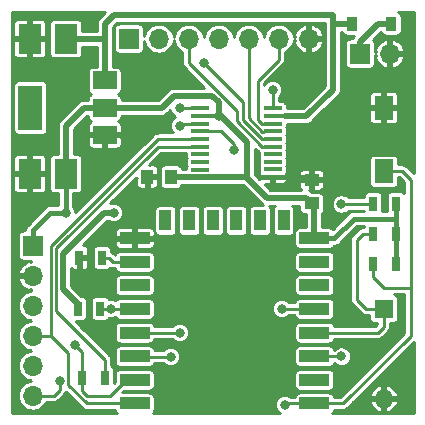
<source format=gtl>
G04 #@! TF.GenerationSoftware,KiCad,Pcbnew,(5.0.0-3-g5ebb6b6)*
G04 #@! TF.CreationDate,2018-11-09T10:28:32+01:00*
G04 #@! TF.ProjectId,WifiModem_IIC+,576966694D6F64656D5F4949432B2E6B,rev?*
G04 #@! TF.SameCoordinates,Original*
G04 #@! TF.FileFunction,Copper,L1,Top,Signal*
G04 #@! TF.FilePolarity,Positive*
%FSLAX46Y46*%
G04 Gerber Fmt 4.6, Leading zero omitted, Abs format (unit mm)*
G04 Created by KiCad (PCBNEW (5.0.0-3-g5ebb6b6)) date Friday, 09 November 2018 at 10:28:32*
%MOMM*%
%LPD*%
G01*
G04 APERTURE LIST*
G04 #@! TA.AperFunction,SMDPad,CuDef*
%ADD10R,2.500000X1.000000*%
G04 #@! TD*
G04 #@! TA.AperFunction,SMDPad,CuDef*
%ADD11R,1.000000X1.800000*%
G04 #@! TD*
G04 #@! TA.AperFunction,ComponentPad*
%ADD12O,1.700000X1.700000*%
G04 #@! TD*
G04 #@! TA.AperFunction,ComponentPad*
%ADD13R,1.700000X1.700000*%
G04 #@! TD*
G04 #@! TA.AperFunction,SMDPad,CuDef*
%ADD14R,0.900000X1.200000*%
G04 #@! TD*
G04 #@! TA.AperFunction,ComponentPad*
%ADD15O,1.600000X1.600000*%
G04 #@! TD*
G04 #@! TA.AperFunction,ComponentPad*
%ADD16R,1.600000X1.600000*%
G04 #@! TD*
G04 #@! TA.AperFunction,SMDPad,CuDef*
%ADD17R,1.600000X2.000000*%
G04 #@! TD*
G04 #@! TA.AperFunction,SMDPad,CuDef*
%ADD18R,1.500000X0.350000*%
G04 #@! TD*
G04 #@! TA.AperFunction,SMDPad,CuDef*
%ADD19R,0.700000X1.300000*%
G04 #@! TD*
G04 #@! TA.AperFunction,SMDPad,CuDef*
%ADD20R,2.000000X1.500000*%
G04 #@! TD*
G04 #@! TA.AperFunction,SMDPad,CuDef*
%ADD21R,2.000000X3.800000*%
G04 #@! TD*
G04 #@! TA.AperFunction,SMDPad,CuDef*
%ADD22R,1.000000X1.250000*%
G04 #@! TD*
G04 #@! TA.AperFunction,SMDPad,CuDef*
%ADD23R,1.950000X2.500000*%
G04 #@! TD*
G04 #@! TA.AperFunction,SMDPad,CuDef*
%ADD24R,1.250000X1.000000*%
G04 #@! TD*
G04 #@! TA.AperFunction,ViaPad*
%ADD25C,0.800000*%
G04 #@! TD*
G04 #@! TA.AperFunction,Conductor*
%ADD26C,0.350000*%
G04 #@! TD*
G04 #@! TA.AperFunction,Conductor*
%ADD27C,0.250000*%
G04 #@! TD*
G04 #@! TA.AperFunction,Conductor*
%ADD28C,0.508000*%
G04 #@! TD*
G04 #@! TA.AperFunction,Conductor*
%ADD29C,0.500000*%
G04 #@! TD*
G04 #@! TA.AperFunction,Conductor*
%ADD30C,0.450000*%
G04 #@! TD*
G04 #@! TA.AperFunction,Conductor*
%ADD31C,0.254000*%
G04 #@! TD*
G04 APERTURE END LIST*
D10*
G04 #@! TO.P,U1,22*
G04 #@! TO.N,TXD0*
X120904000Y-82200000D03*
G04 #@! TO.P,U1,21*
G04 #@! TO.N,RXD0*
X120904000Y-80200000D03*
G04 #@! TO.P,U1,20*
G04 #@! TO.N,GPIO5*
X120904000Y-78200000D03*
G04 #@! TO.P,U1,19*
G04 #@! TO.N,GPIO4*
X120904000Y-76200000D03*
G04 #@! TO.P,U1,18*
G04 #@! TO.N,iDTR*
X120904000Y-74200000D03*
G04 #@! TO.P,U1,17*
G04 #@! TO.N,Net-(U1-Pad17)*
X120904000Y-72200000D03*
G04 #@! TO.P,U1,16*
G04 #@! TO.N,GPIO15*
X120904000Y-70200000D03*
G04 #@! TO.P,U1,15*
G04 #@! TO.N,GND*
X120904000Y-68200000D03*
D11*
G04 #@! TO.P,U1,14*
G04 #@! TO.N,Net-(U1-Pad14)*
X123504000Y-66700000D03*
G04 #@! TO.P,U1,13*
G04 #@! TO.N,Net-(U1-Pad13)*
X125504000Y-66700000D03*
G04 #@! TO.P,U1,12*
G04 #@! TO.N,Net-(U1-Pad12)*
X127504000Y-66700000D03*
G04 #@! TO.P,U1,11*
G04 #@! TO.N,Net-(U1-Pad11)*
X129504000Y-66700000D03*
G04 #@! TO.P,U1,10*
G04 #@! TO.N,Net-(U1-Pad10)*
X131504000Y-66700000D03*
G04 #@! TO.P,U1,9*
G04 #@! TO.N,Net-(U1-Pad9)*
X133504000Y-66700000D03*
D10*
G04 #@! TO.P,U1,8*
G04 #@! TO.N,+3V3*
X136104000Y-68200000D03*
G04 #@! TO.P,U1,7*
G04 #@! TO.N,GPIO13*
X136104000Y-70200000D03*
G04 #@! TO.P,U1,6*
G04 #@! TO.N,GPIO12*
X136104000Y-72200000D03*
G04 #@! TO.P,U1,5*
G04 #@! TO.N,GPIO14*
X136104000Y-74200000D03*
G04 #@! TO.P,U1,4*
G04 #@! TO.N,GPIO16*
X136104000Y-76200000D03*
G04 #@! TO.P,U1,3*
G04 #@! TO.N,Net-(R1-Pad2)*
X136104000Y-78200000D03*
G04 #@! TO.P,U1,2*
G04 #@! TO.N,Net-(U1-Pad2)*
X136104000Y-80200000D03*
G04 #@! TO.P,U1,1*
G04 #@! TO.N,RESET*
X136104000Y-82200000D03*
G04 #@! TD*
D12*
G04 #@! TO.P,J2,6*
G04 #@! TO.N,iDTR*
X112268000Y-81534000D03*
G04 #@! TO.P,J2,5*
G04 #@! TO.N,RESET*
X112268000Y-78994000D03*
G04 #@! TO.P,J2,4*
G04 #@! TO.N,TXD0*
X112268000Y-76454000D03*
G04 #@! TO.P,J2,3*
G04 #@! TO.N,RXD0*
X112268000Y-73914000D03*
G04 #@! TO.P,J2,2*
G04 #@! TO.N,GND*
X112268000Y-71374000D03*
D13*
G04 #@! TO.P,J2,1*
G04 #@! TO.N,+3V3*
X112268000Y-68834000D03*
G04 #@! TD*
D14*
G04 #@! TO.P,D1,2*
G04 #@! TO.N,Net-(D1-Pad2)*
X142620000Y-50038000D03*
G04 #@! TO.P,D1,1*
G04 #@! TO.N,+5V*
X139320000Y-50038000D03*
G04 #@! TD*
D15*
G04 #@! TO.P,SW2,2*
G04 #@! TO.N,GND*
X141986000Y-81788000D03*
D16*
G04 #@! TO.P,SW2,1*
G04 #@! TO.N,GPIO16*
X141986000Y-74168000D03*
G04 #@! TD*
D17*
G04 #@! TO.P,SW3,1*
G04 #@! TO.N,RESET*
X141986000Y-62550000D03*
G04 #@! TO.P,SW3,2*
G04 #@! TO.N,GND*
X141986000Y-57150000D03*
G04 #@! TD*
D13*
G04 #@! TO.P,J5,1*
G04 #@! TO.N,Net-(D1-Pad2)*
X139954000Y-52578000D03*
D12*
G04 #@! TO.P,J5,2*
G04 #@! TO.N,GND*
X142494000Y-52578000D03*
G04 #@! TD*
D18*
G04 #@! TO.P,U3,1*
G04 #@! TO.N,GPIO5*
X126458000Y-57202000D03*
G04 #@! TO.P,U3,2*
G04 #@! TO.N,+3V3*
X126458000Y-57852000D03*
G04 #@! TO.P,U3,3*
G04 #@! TO.N,GPIO4*
X126458000Y-58502000D03*
G04 #@! TO.P,U3,4*
G04 #@! TO.N,GPIO14*
X126458000Y-59152000D03*
G04 #@! TO.P,U3,5*
G04 #@! TO.N,TXD0*
X126458000Y-59802000D03*
G04 #@! TO.P,U3,6*
G04 #@! TO.N,RXD0A*
X126458000Y-60452000D03*
G04 #@! TO.P,U3,7*
G04 #@! TO.N,Net-(U3-Pad7)*
X126458000Y-61102000D03*
G04 #@! TO.P,U3,8*
G04 #@! TO.N,Net-(U3-Pad8)*
X126458000Y-61752000D03*
G04 #@! TO.P,U3,9*
G04 #@! TO.N,Net-(U3-Pad9)*
X126458000Y-62402000D03*
G04 #@! TO.P,U3,10*
G04 #@! TO.N,+3V3*
X126458000Y-63052000D03*
G04 #@! TO.P,U3,11*
G04 #@! TO.N,GND*
X132588000Y-63037000D03*
G04 #@! TO.P,U3,12*
G04 #@! TO.N,Net-(U3-Pad12)*
X132588000Y-62387000D03*
G04 #@! TO.P,U3,13*
G04 #@! TO.N,Net-(U3-Pad13)*
X132588000Y-61737000D03*
G04 #@! TO.P,U3,14*
G04 #@! TO.N,Net-(U3-Pad14)*
X132588000Y-61087000D03*
G04 #@! TO.P,U3,15*
G04 #@! TO.N,Tx*
X132588000Y-60452000D03*
G04 #@! TO.P,U3,16*
G04 #@! TO.N,Rx*
X132588000Y-59802000D03*
G04 #@! TO.P,U3,17*
G04 #@! TO.N,DTR*
X132588000Y-59152000D03*
G04 #@! TO.P,U3,18*
G04 #@! TO.N,DSR*
X132588000Y-58502000D03*
G04 #@! TO.P,U3,19*
G04 #@! TO.N,+5V*
X132588000Y-57852000D03*
G04 #@! TO.P,U3,20*
G04 #@! TO.N,DCD*
X132588000Y-57202000D03*
G04 #@! TD*
D19*
G04 #@! TO.P,R4,2*
G04 #@! TO.N,+3V3*
X143002000Y-70358000D03*
G04 #@! TO.P,R4,1*
G04 #@! TO.N,RESET*
X141102000Y-70358000D03*
G04 #@! TD*
D12*
G04 #@! TO.P,J3,7*
G04 #@! TO.N,GND*
X135636000Y-51308000D03*
G04 #@! TO.P,J3,6*
G04 #@! TO.N,DSR*
X133096000Y-51308000D03*
G04 #@! TO.P,J3,5*
G04 #@! TO.N,DTR*
X130556000Y-51308000D03*
G04 #@! TO.P,J3,4*
G04 #@! TO.N,DCD*
X128016000Y-51308000D03*
G04 #@! TO.P,J3,3*
G04 #@! TO.N,Tx*
X125476000Y-51308000D03*
G04 #@! TO.P,J3,2*
G04 #@! TO.N,Rx*
X122936000Y-51308000D03*
D13*
G04 #@! TO.P,J3,1*
G04 #@! TO.N,Net-(J3-Pad1)*
X120396000Y-51308000D03*
G04 #@! TD*
D20*
G04 #@! TO.P,U2,1*
G04 #@! TO.N,GND*
X118364000Y-59450000D03*
G04 #@! TO.P,U2,3*
G04 #@! TO.N,+5V*
X118364000Y-54850000D03*
G04 #@! TO.P,U2,2*
G04 #@! TO.N,+3V3*
X118364000Y-57150000D03*
D21*
G04 #@! TO.P,U2,4*
G04 #@! TO.N,N/C*
X112064000Y-57150000D03*
G04 #@! TD*
D22*
G04 #@! TO.P,C5,1*
G04 #@! TO.N,+3V3*
X123952000Y-62992000D03*
G04 #@! TO.P,C5,2*
G04 #@! TO.N,GND*
X121952000Y-62992000D03*
G04 #@! TD*
D23*
G04 #@! TO.P,C6,2*
G04 #@! TO.N,GND*
X112012000Y-51308000D03*
G04 #@! TO.P,C6,1*
G04 #@! TO.N,+5V*
X115062000Y-51308000D03*
G04 #@! TD*
D24*
G04 #@! TO.P,C7,2*
G04 #@! TO.N,GND*
X135890000Y-63246000D03*
G04 #@! TO.P,C7,1*
G04 #@! TO.N,+3V3*
X135890000Y-65246000D03*
G04 #@! TD*
D23*
G04 #@! TO.P,C8,1*
G04 #@! TO.N,+3V3*
X115062000Y-62738000D03*
G04 #@! TO.P,C8,2*
G04 #@! TO.N,GND*
X112012000Y-62738000D03*
G04 #@! TD*
D19*
G04 #@! TO.P,R1,1*
G04 #@! TO.N,+3V3*
X143002000Y-65278000D03*
G04 #@! TO.P,R1,2*
G04 #@! TO.N,Net-(R1-Pad2)*
X141102000Y-65278000D03*
G04 #@! TD*
G04 #@! TO.P,R2,1*
G04 #@! TO.N,+3V3*
X143002000Y-67818000D03*
G04 #@! TO.P,R2,2*
G04 #@! TO.N,GPIO16*
X141102000Y-67818000D03*
G04 #@! TD*
G04 #@! TO.P,R3,2*
G04 #@! TO.N,GPIO15*
X118110000Y-69850000D03*
G04 #@! TO.P,R3,1*
G04 #@! TO.N,GND*
X116210000Y-69850000D03*
G04 #@! TD*
G04 #@! TO.P,R5,1*
G04 #@! TO.N,iDTR*
X117978000Y-74168000D03*
G04 #@! TO.P,R5,2*
G04 #@! TO.N,+3V3*
X116078000Y-74168000D03*
G04 #@! TD*
G04 #@! TO.P,R6,2*
G04 #@! TO.N,RXD0A*
X118364000Y-80010000D03*
G04 #@! TO.P,R6,1*
G04 #@! TO.N,RXD0*
X116464000Y-80010000D03*
G04 #@! TD*
D25*
G04 #@! TO.N,+3V3*
X128016000Y-57852000D03*
X115061988Y-66040000D03*
X119125984Y-66040000D03*
G04 #@! TO.N,GND*
X121412000Y-64770000D03*
X120650000Y-59436000D03*
X112014000Y-54102000D03*
X112014000Y-60198000D03*
X132334000Y-69850000D03*
X118618000Y-61976000D03*
X138684000Y-57150000D03*
X138684000Y-62484000D03*
X125730000Y-80264000D03*
G04 #@! TO.N,iDTR*
X118871998Y-74168000D03*
X114554004Y-80264000D03*
G04 #@! TO.N,DCD*
X132588014Y-55626000D03*
G04 #@! TO.N,Rx*
X126745998Y-53340000D03*
G04 #@! TO.N,Net-(R1-Pad2)*
X138398000Y-78200000D03*
X138398000Y-65310000D03*
G04 #@! TO.N,RESET*
X133603992Y-82296000D03*
G04 #@! TO.N,RXD0*
X115819347Y-77220653D03*
G04 #@! TO.N,GPIO5*
X123952000Y-78232000D03*
X124724303Y-57200441D03*
G04 #@! TO.N,GPIO4*
X124714000Y-58674000D03*
X124714000Y-76200000D03*
G04 #@! TO.N,GPIO14*
X133349994Y-74168000D03*
X129285984Y-60706000D03*
G04 #@! TD*
D26*
G04 #@! TO.N,+3V3*
X126458000Y-57852000D02*
X127458000Y-57852000D01*
D27*
X136104000Y-65460000D02*
X135890000Y-65246000D01*
D28*
X136104000Y-68200000D02*
X136104000Y-65460000D01*
D27*
X126398000Y-62992000D02*
X126458000Y-63052000D01*
X137140000Y-68240000D02*
X137160000Y-68220000D01*
X136166000Y-68138000D02*
X136104000Y-68200000D01*
D29*
X128972000Y-63052000D02*
X126458000Y-63052000D01*
D27*
X124012000Y-63052000D02*
X123952000Y-62992000D01*
D28*
X126458000Y-63052000D02*
X124012000Y-63052000D01*
D26*
X127762000Y-57852000D02*
X128016000Y-57852000D01*
X128210000Y-57852000D02*
X127762000Y-57852000D01*
X127762000Y-57852000D02*
X127458000Y-57852000D01*
D27*
X115316000Y-62992000D02*
X115062000Y-62738000D01*
X118364000Y-57150000D02*
X118114000Y-57150000D01*
D28*
X115062000Y-58674000D02*
X115062000Y-62738000D01*
X116586000Y-57150000D02*
X115062000Y-58674000D01*
X118114000Y-57150000D02*
X116586000Y-57150000D01*
D30*
X143002000Y-69458000D02*
X143002000Y-67818000D01*
X143002000Y-70358000D02*
X143002000Y-69458000D01*
X143002000Y-67818000D02*
X143002000Y-66918000D01*
D27*
X136104000Y-68200000D02*
X137343002Y-68200000D01*
D30*
X143002000Y-66548000D02*
X143002000Y-65278000D01*
X143002000Y-66918000D02*
X143002000Y-66548000D01*
X139446000Y-66548000D02*
X143002000Y-66548000D01*
X137794000Y-68200000D02*
X139446000Y-66548000D01*
X137343002Y-68200000D02*
X137794000Y-68200000D01*
D28*
X130394010Y-60036010D02*
X128210000Y-57852000D01*
X130394010Y-62992000D02*
X130394010Y-60036010D01*
D30*
X112268000Y-67534000D02*
X113762000Y-66040000D01*
X112268000Y-68834000D02*
X112268000Y-67534000D01*
X115062000Y-62738000D02*
X115062000Y-66040000D01*
X113762000Y-66040000D02*
X115062000Y-66040000D01*
D27*
X130334010Y-63052000D02*
X130394010Y-62992000D01*
D29*
X128972000Y-63052000D02*
X130334010Y-63052000D01*
D28*
X132080000Y-64770000D02*
X130302000Y-62992000D01*
X135414000Y-64770000D02*
X132080000Y-64770000D01*
X135890000Y-65246000D02*
X135414000Y-64770000D01*
X123190000Y-57150000D02*
X124206000Y-56134000D01*
X127451156Y-56134000D02*
X128016000Y-56698844D01*
X128016000Y-56698844D02*
X128016000Y-57286315D01*
X118364000Y-57150000D02*
X123190000Y-57150000D01*
X124206000Y-56134000D02*
X127451156Y-56134000D01*
X128016000Y-57286315D02*
X128016000Y-57852000D01*
X115062000Y-66040000D02*
X115061988Y-66040000D01*
X114821022Y-69525279D02*
X118306301Y-66040000D01*
X116078000Y-73782000D02*
X114821022Y-72525022D01*
X114821022Y-72525022D02*
X114821022Y-69525279D01*
X118306301Y-66040000D02*
X118560299Y-66040000D01*
X118560299Y-66040000D02*
X119125984Y-66040000D01*
D27*
G04 #@! TO.N,GND*
X135681000Y-63037000D02*
X135890000Y-63246000D01*
D26*
X132588000Y-63037000D02*
X135681000Y-63037000D01*
D27*
X121952000Y-62992000D02*
X121952000Y-64230000D01*
X121952000Y-64230000D02*
X121412000Y-64770000D01*
X119614000Y-59450000D02*
X119628000Y-59436000D01*
X118364000Y-59450000D02*
X119614000Y-59450000D01*
X119628000Y-59436000D02*
X120650000Y-59436000D01*
D28*
G04 #@! TO.N,+5V*
X119126000Y-49276000D02*
X118364000Y-50038000D01*
X116287000Y-51308000D02*
X118364000Y-51308000D01*
D29*
X115062000Y-51308000D02*
X116287000Y-51308000D01*
D28*
X118364000Y-51308000D02*
X118364000Y-54850000D01*
X118364000Y-50038000D02*
X118364000Y-51308000D01*
D26*
X132588000Y-57852000D02*
X133588000Y-57852000D01*
D28*
X137668000Y-49276000D02*
X119126000Y-49276000D01*
X137668000Y-50038000D02*
X137668000Y-49276000D01*
X139412000Y-50038000D02*
X137668000Y-50038000D01*
X137668000Y-55626000D02*
X137668000Y-49276000D01*
X135442000Y-57852000D02*
X137668000Y-55626000D01*
X133588000Y-57852000D02*
X135442000Y-57852000D01*
D29*
G04 #@! TO.N,Net-(D1-Pad2)*
X141732000Y-50038000D02*
X142620000Y-50038000D01*
D28*
X141478000Y-50038000D02*
X141732000Y-50038000D01*
X139954000Y-51562000D02*
X141478000Y-50038000D01*
X139954000Y-52578000D02*
X139954000Y-51562000D01*
D27*
G04 #@! TO.N,DSR*
X133096000Y-53086000D02*
X133096000Y-51054000D01*
X131318000Y-54864000D02*
X133096000Y-53086000D01*
X131318000Y-58166000D02*
X131318000Y-54864000D01*
X131654000Y-58502000D02*
X131318000Y-58166000D01*
X132588000Y-58502000D02*
X131654000Y-58502000D01*
G04 #@! TO.N,iDTR*
X118010000Y-74200000D02*
X117978000Y-74168000D01*
X118872000Y-74200000D02*
X118010000Y-74200000D01*
X120904000Y-74200000D02*
X118872000Y-74200000D01*
X118872000Y-74200000D02*
X118871998Y-74199998D01*
X118871998Y-74199998D02*
X118871998Y-74168000D01*
X114554004Y-81025996D02*
X114554004Y-80264000D01*
X114046000Y-81534000D02*
X114554004Y-81025996D01*
X112268000Y-81534000D02*
X114046000Y-81534000D01*
G04 #@! TO.N,DCD*
X132588000Y-55626014D02*
X132588014Y-55626000D01*
X132588000Y-57202000D02*
X132588000Y-55626014D01*
G04 #@! TO.N,Tx*
X125476000Y-52510081D02*
X125476000Y-51308000D01*
X129540000Y-58297230D02*
X129540000Y-57404000D01*
X129540000Y-57404000D02*
X125476000Y-53340000D01*
X132588000Y-60452000D02*
X131694770Y-60452000D01*
X131694770Y-60452000D02*
X129540000Y-58297230D01*
X125476000Y-53340000D02*
X125476000Y-52510081D01*
G04 #@! TO.N,Rx*
X130048000Y-58168820D02*
X130048000Y-56642002D01*
X131681180Y-59802000D02*
X130048000Y-58168820D01*
X132588000Y-59802000D02*
X131681180Y-59802000D01*
X130048000Y-56642002D02*
X127145997Y-53739999D01*
X127145997Y-53739999D02*
X126745998Y-53340000D01*
G04 #@! TO.N,GPIO16*
X136104000Y-76200000D02*
X141478000Y-76200000D01*
X141986000Y-75692000D02*
X141986000Y-74168000D01*
X141478000Y-76200000D02*
X141986000Y-75692000D01*
X140208000Y-67818000D02*
X141102000Y-67818000D01*
X139700000Y-73406000D02*
X139700000Y-68326000D01*
X139700000Y-68326000D02*
X140208000Y-67818000D01*
X140462000Y-74168000D02*
X139700000Y-73406000D01*
X141986000Y-74168000D02*
X140462000Y-74168000D01*
G04 #@! TO.N,Net-(R1-Pad2)*
X137148000Y-78232000D02*
X137140000Y-78240000D01*
X136104000Y-78200000D02*
X138398000Y-78200000D01*
X141070000Y-65310000D02*
X141102000Y-65278000D01*
X138398000Y-65310000D02*
X141070000Y-65310000D01*
G04 #@! TO.N,GPIO15*
X121940000Y-70240000D02*
X121822000Y-70358000D01*
X119060000Y-70200000D02*
X120904000Y-70200000D01*
X118710000Y-69850000D02*
X119060000Y-70200000D01*
X118110000Y-69850000D02*
X118710000Y-69850000D01*
G04 #@! TO.N,RESET*
X137196000Y-82296000D02*
X137140000Y-82240000D01*
X141510000Y-63238000D02*
X141510000Y-63335691D01*
X142240000Y-62484000D02*
X141478000Y-62550000D01*
X138526000Y-82200000D02*
X136104000Y-82200000D01*
X144272000Y-76454000D02*
X138526000Y-82200000D01*
X144272000Y-72390000D02*
X144272000Y-76454000D01*
X141986000Y-72390000D02*
X144272000Y-72390000D01*
X141102000Y-71506000D02*
X141986000Y-72390000D01*
X141102000Y-70358000D02*
X141102000Y-71506000D01*
X143510000Y-62484000D02*
X141986000Y-62484000D01*
X144272000Y-63246000D02*
X143510000Y-62484000D01*
X144272000Y-72390000D02*
X144272000Y-63246000D01*
X136104000Y-82200000D02*
X133699992Y-82200000D01*
X133699992Y-82200000D02*
X133603992Y-82296000D01*
G04 #@! TO.N,RXD0A*
X118364000Y-79110000D02*
X118364000Y-80010000D01*
X118364000Y-78486000D02*
X118364000Y-79110000D01*
X114242011Y-74364011D02*
X118364000Y-78486000D01*
X122867413Y-60452000D02*
X114242011Y-69077402D01*
X126458000Y-60452000D02*
X122867413Y-60452000D01*
X114242011Y-69077402D02*
X114242011Y-74364011D01*
G04 #@! TO.N,RXD0*
X120154000Y-80200000D02*
X118820000Y-81534000D01*
X120904000Y-80200000D02*
X120154000Y-80200000D01*
X118820000Y-81534000D02*
X116840000Y-81534000D01*
X116464000Y-81158000D02*
X116464000Y-80010000D01*
X116840000Y-81534000D02*
X116464000Y-81158000D01*
X116464000Y-80010000D02*
X116464000Y-78110000D01*
X116464000Y-78110000D02*
X116464000Y-77856000D01*
X115828653Y-77220653D02*
X115819347Y-77220653D01*
X116464000Y-77856000D02*
X115828653Y-77220653D01*
G04 #@! TO.N,GPIO5*
X123944000Y-78240000D02*
X123952000Y-78232000D01*
X121940000Y-78240000D02*
X123944000Y-78240000D01*
X126458000Y-57202000D02*
X124725862Y-57202000D01*
X124725862Y-57202000D02*
X124724303Y-57200441D01*
G04 #@! TO.N,GPIO4*
X126458000Y-58502000D02*
X124886000Y-58502000D01*
X124886000Y-58502000D02*
X124714000Y-58674000D01*
X121980000Y-76200000D02*
X121940000Y-76240000D01*
X124714000Y-76200000D02*
X121980000Y-76200000D01*
G04 #@! TO.N,GPIO14*
X137140000Y-74240000D02*
X137068000Y-74168000D01*
X137068000Y-74168000D02*
X133915679Y-74168000D01*
X133915679Y-74168000D02*
X133349994Y-74168000D01*
X129285984Y-60197984D02*
X129285984Y-60706000D01*
X128240000Y-59152000D02*
X129285984Y-60197984D01*
X126458000Y-59152000D02*
X128240000Y-59152000D01*
G04 #@! TO.N,TXD0*
X116869590Y-82200000D02*
X115279005Y-80609415D01*
X115279005Y-80609415D02*
X115279005Y-77941005D01*
X120904000Y-82200000D02*
X116869590Y-82200000D01*
X113792000Y-76454000D02*
X112268000Y-76454000D01*
X115279005Y-77941005D02*
X113792000Y-76454000D01*
X122881002Y-59802000D02*
X113792000Y-68891002D01*
X113792000Y-68891002D02*
X113792000Y-76454000D01*
X126458000Y-59802000D02*
X122881002Y-59802000D01*
G04 #@! TO.N,DTR*
X130556000Y-52510081D02*
X130556000Y-51308000D01*
X130556000Y-58040410D02*
X130556000Y-52510081D01*
X131697590Y-59182000D02*
X130556000Y-58040410D01*
X131826000Y-59182000D02*
X131697590Y-59182000D01*
X131856000Y-59152000D02*
X131826000Y-59182000D01*
X132588000Y-59152000D02*
X131856000Y-59152000D01*
G04 #@! TD*
D31*
G04 #@! TO.N,GND*
G36*
X144532001Y-83039000D02*
X137614010Y-83039000D01*
X137657395Y-83003395D01*
X137710755Y-82938376D01*
X137750405Y-82864196D01*
X137774822Y-82783707D01*
X137777945Y-82752000D01*
X138498894Y-82752000D01*
X138526000Y-82754670D01*
X138553106Y-82752000D01*
X138553109Y-82752000D01*
X138634211Y-82744012D01*
X138738263Y-82712448D01*
X138834158Y-82661191D01*
X138918211Y-82592211D01*
X138935501Y-82571143D01*
X139402292Y-82104352D01*
X140800477Y-82104352D01*
X140884974Y-82329557D01*
X141011782Y-82533951D01*
X141176029Y-82709678D01*
X141371403Y-82849986D01*
X141590395Y-82949482D01*
X141669649Y-82973518D01*
X141859000Y-82901028D01*
X141859000Y-81915000D01*
X142113000Y-81915000D01*
X142113000Y-82901028D01*
X142302351Y-82973518D01*
X142381605Y-82949482D01*
X142600597Y-82849986D01*
X142795971Y-82709678D01*
X142960218Y-82533951D01*
X143087026Y-82329557D01*
X143171523Y-82104352D01*
X143099666Y-81915000D01*
X142113000Y-81915000D01*
X141859000Y-81915000D01*
X140872334Y-81915000D01*
X140800477Y-82104352D01*
X139402292Y-82104352D01*
X140034996Y-81471648D01*
X140800477Y-81471648D01*
X140872334Y-81661000D01*
X141859000Y-81661000D01*
X141859000Y-80674972D01*
X142113000Y-80674972D01*
X142113000Y-81661000D01*
X143099666Y-81661000D01*
X143171523Y-81471648D01*
X143087026Y-81246443D01*
X142960218Y-81042049D01*
X142795971Y-80866322D01*
X142600597Y-80726014D01*
X142381605Y-80626518D01*
X142302351Y-80602482D01*
X142113000Y-80674972D01*
X141859000Y-80674972D01*
X141669649Y-80602482D01*
X141590395Y-80626518D01*
X141371403Y-80726014D01*
X141176029Y-80866322D01*
X141011782Y-81042049D01*
X140884974Y-81246443D01*
X140800477Y-81471648D01*
X140034996Y-81471648D01*
X144532001Y-76974645D01*
X144532001Y-83039000D01*
X144532001Y-83039000D01*
G37*
X144532001Y-83039000D02*
X137614010Y-83039000D01*
X137657395Y-83003395D01*
X137710755Y-82938376D01*
X137750405Y-82864196D01*
X137774822Y-82783707D01*
X137777945Y-82752000D01*
X138498894Y-82752000D01*
X138526000Y-82754670D01*
X138553106Y-82752000D01*
X138553109Y-82752000D01*
X138634211Y-82744012D01*
X138738263Y-82712448D01*
X138834158Y-82661191D01*
X138918211Y-82592211D01*
X138935501Y-82571143D01*
X139402292Y-82104352D01*
X140800477Y-82104352D01*
X140884974Y-82329557D01*
X141011782Y-82533951D01*
X141176029Y-82709678D01*
X141371403Y-82849986D01*
X141590395Y-82949482D01*
X141669649Y-82973518D01*
X141859000Y-82901028D01*
X141859000Y-81915000D01*
X142113000Y-81915000D01*
X142113000Y-82901028D01*
X142302351Y-82973518D01*
X142381605Y-82949482D01*
X142600597Y-82849986D01*
X142795971Y-82709678D01*
X142960218Y-82533951D01*
X143087026Y-82329557D01*
X143171523Y-82104352D01*
X143099666Y-81915000D01*
X142113000Y-81915000D01*
X141859000Y-81915000D01*
X140872334Y-81915000D01*
X140800477Y-82104352D01*
X139402292Y-82104352D01*
X140034996Y-81471648D01*
X140800477Y-81471648D01*
X140872334Y-81661000D01*
X141859000Y-81661000D01*
X141859000Y-80674972D01*
X142113000Y-80674972D01*
X142113000Y-81661000D01*
X143099666Y-81661000D01*
X143171523Y-81471648D01*
X143087026Y-81246443D01*
X142960218Y-81042049D01*
X142795971Y-80866322D01*
X142600597Y-80726014D01*
X142381605Y-80626518D01*
X142302351Y-80602482D01*
X142113000Y-80674972D01*
X141859000Y-80674972D01*
X141669649Y-80602482D01*
X141590395Y-80626518D01*
X141371403Y-80726014D01*
X141176029Y-80866322D01*
X141011782Y-81042049D01*
X140884974Y-81246443D01*
X140800477Y-81471648D01*
X140034996Y-81471648D01*
X144532001Y-76974645D01*
X144532001Y-83039000D01*
G36*
X117906122Y-49532800D02*
X117880130Y-49554131D01*
X117795030Y-49657827D01*
X117731794Y-49776133D01*
X117710913Y-49844970D01*
X117692854Y-49904502D01*
X117679705Y-50038000D01*
X117683000Y-50071452D01*
X117683000Y-50627000D01*
X116466066Y-50627000D01*
X116466066Y-50058000D01*
X116457822Y-49974293D01*
X116433405Y-49893804D01*
X116393755Y-49819624D01*
X116340395Y-49754605D01*
X116275376Y-49701245D01*
X116201196Y-49661595D01*
X116120707Y-49637178D01*
X116037000Y-49628934D01*
X114087000Y-49628934D01*
X114003293Y-49637178D01*
X113922804Y-49661595D01*
X113848624Y-49701245D01*
X113783605Y-49754605D01*
X113730245Y-49819624D01*
X113690595Y-49893804D01*
X113666178Y-49974293D01*
X113657934Y-50058000D01*
X113657934Y-52558000D01*
X113666178Y-52641707D01*
X113690595Y-52722196D01*
X113730245Y-52796376D01*
X113783605Y-52861395D01*
X113848624Y-52914755D01*
X113922804Y-52954405D01*
X114003293Y-52978822D01*
X114087000Y-52987066D01*
X116037000Y-52987066D01*
X116120707Y-52978822D01*
X116201196Y-52954405D01*
X116275376Y-52914755D01*
X116340395Y-52861395D01*
X116393755Y-52796376D01*
X116433405Y-52722196D01*
X116457822Y-52641707D01*
X116466066Y-52558000D01*
X116466066Y-51989000D01*
X117683000Y-51989000D01*
X117683001Y-53670934D01*
X117364000Y-53670934D01*
X117280293Y-53679178D01*
X117199804Y-53703595D01*
X117125624Y-53743245D01*
X117060605Y-53796605D01*
X117007245Y-53861624D01*
X116967595Y-53935804D01*
X116943178Y-54016293D01*
X116934934Y-54100000D01*
X116934934Y-55600000D01*
X116943178Y-55683707D01*
X116967595Y-55764196D01*
X117007245Y-55838376D01*
X117060605Y-55903395D01*
X117125624Y-55956755D01*
X117199804Y-55996405D01*
X117211655Y-56000000D01*
X117199804Y-56003595D01*
X117125624Y-56043245D01*
X117060605Y-56096605D01*
X117007245Y-56161624D01*
X116967595Y-56235804D01*
X116943178Y-56316293D01*
X116934934Y-56400000D01*
X116934934Y-56469000D01*
X116619450Y-56469000D01*
X116585999Y-56465705D01*
X116552548Y-56469000D01*
X116552547Y-56469000D01*
X116452501Y-56478854D01*
X116324132Y-56517794D01*
X116205826Y-56581030D01*
X116102130Y-56666130D01*
X116080804Y-56692116D01*
X114604122Y-58168800D01*
X114578130Y-58190131D01*
X114493030Y-58293827D01*
X114429794Y-58412133D01*
X114396119Y-58523146D01*
X114390854Y-58540502D01*
X114377705Y-58674000D01*
X114381000Y-58707453D01*
X114381001Y-61058934D01*
X114087000Y-61058934D01*
X114003293Y-61067178D01*
X113922804Y-61091595D01*
X113848624Y-61131245D01*
X113783605Y-61184605D01*
X113730245Y-61249624D01*
X113690595Y-61323804D01*
X113666178Y-61404293D01*
X113657934Y-61488000D01*
X113657934Y-63988000D01*
X113666178Y-64071707D01*
X113690595Y-64152196D01*
X113730245Y-64226376D01*
X113783605Y-64291395D01*
X113848624Y-64344755D01*
X113922804Y-64384405D01*
X114003293Y-64408822D01*
X114087000Y-64417066D01*
X114410001Y-64417066D01*
X114410001Y-65388000D01*
X113794021Y-65388000D01*
X113761999Y-65384846D01*
X113634185Y-65397435D01*
X113565696Y-65418211D01*
X113511283Y-65434717D01*
X113398016Y-65495259D01*
X113298736Y-65576736D01*
X113278320Y-65601613D01*
X111829614Y-67050320D01*
X111804737Y-67070736D01*
X111723260Y-67170016D01*
X111705548Y-67203154D01*
X111662717Y-67283284D01*
X111625435Y-67406186D01*
X111612846Y-67534000D01*
X111614908Y-67554934D01*
X111418000Y-67554934D01*
X111334293Y-67563178D01*
X111253804Y-67587595D01*
X111179624Y-67627245D01*
X111114605Y-67680605D01*
X111061245Y-67745624D01*
X111021595Y-67819804D01*
X110997178Y-67900293D01*
X110988934Y-67984000D01*
X110988934Y-69684000D01*
X110997178Y-69767707D01*
X111021595Y-69848196D01*
X111061245Y-69922376D01*
X111114605Y-69987395D01*
X111179624Y-70040755D01*
X111253804Y-70080405D01*
X111334293Y-70104822D01*
X111418000Y-70113066D01*
X112140998Y-70113066D01*
X112140998Y-70210074D01*
X111943786Y-70138836D01*
X111709047Y-70225820D01*
X111495788Y-70356928D01*
X111312205Y-70527122D01*
X111165353Y-70729861D01*
X111060875Y-70957354D01*
X111032842Y-71049787D01*
X111104662Y-71247000D01*
X112141000Y-71247000D01*
X112141000Y-71227000D01*
X112395000Y-71227000D01*
X112395000Y-71247000D01*
X112415000Y-71247000D01*
X112415000Y-71501000D01*
X112395000Y-71501000D01*
X112395000Y-71521000D01*
X112141000Y-71521000D01*
X112141000Y-71501000D01*
X111104662Y-71501000D01*
X111032842Y-71698213D01*
X111060875Y-71790646D01*
X111165353Y-72018139D01*
X111312205Y-72220878D01*
X111495788Y-72391072D01*
X111709047Y-72522180D01*
X111943786Y-72609164D01*
X112140998Y-72537926D01*
X112140998Y-72643331D01*
X112017664Y-72655478D01*
X111776949Y-72728498D01*
X111555104Y-72847076D01*
X111360656Y-73006656D01*
X111201076Y-73201104D01*
X111082498Y-73422949D01*
X111009478Y-73663664D01*
X110984822Y-73914000D01*
X111009478Y-74164336D01*
X111082498Y-74405051D01*
X111201076Y-74626896D01*
X111360656Y-74821344D01*
X111555104Y-74980924D01*
X111776949Y-75099502D01*
X112017664Y-75172522D01*
X112134202Y-75184000D01*
X112017664Y-75195478D01*
X111776949Y-75268498D01*
X111555104Y-75387076D01*
X111360656Y-75546656D01*
X111201076Y-75741104D01*
X111082498Y-75962949D01*
X111009478Y-76203664D01*
X110984822Y-76454000D01*
X111009478Y-76704336D01*
X111082498Y-76945051D01*
X111201076Y-77166896D01*
X111360656Y-77361344D01*
X111555104Y-77520924D01*
X111776949Y-77639502D01*
X112017664Y-77712522D01*
X112134202Y-77724000D01*
X112017664Y-77735478D01*
X111776949Y-77808498D01*
X111555104Y-77927076D01*
X111360656Y-78086656D01*
X111201076Y-78281104D01*
X111082498Y-78502949D01*
X111009478Y-78743664D01*
X110984822Y-78994000D01*
X111009478Y-79244336D01*
X111082498Y-79485051D01*
X111201076Y-79706896D01*
X111360656Y-79901344D01*
X111555104Y-80060924D01*
X111776949Y-80179502D01*
X112017664Y-80252522D01*
X112134202Y-80264000D01*
X112017664Y-80275478D01*
X111776949Y-80348498D01*
X111555104Y-80467076D01*
X111360656Y-80626656D01*
X111201076Y-80821104D01*
X111082498Y-81042949D01*
X111009478Y-81283664D01*
X110984822Y-81534000D01*
X111009478Y-81784336D01*
X111082498Y-82025051D01*
X111201076Y-82246896D01*
X111360656Y-82441344D01*
X111555104Y-82600924D01*
X111776949Y-82719502D01*
X112017664Y-82792522D01*
X112205274Y-82811000D01*
X112330726Y-82811000D01*
X112518336Y-82792522D01*
X112759051Y-82719502D01*
X112980896Y-82600924D01*
X113175344Y-82441344D01*
X113334924Y-82246896D01*
X113420924Y-82086000D01*
X114018894Y-82086000D01*
X114046000Y-82088670D01*
X114073106Y-82086000D01*
X114073109Y-82086000D01*
X114154211Y-82078012D01*
X114258263Y-82046448D01*
X114354158Y-81995191D01*
X114438211Y-81926211D01*
X114455500Y-81905144D01*
X114925158Y-81435488D01*
X114946215Y-81418207D01*
X115015195Y-81334154D01*
X115066452Y-81238259D01*
X115080592Y-81191646D01*
X116460094Y-82571149D01*
X116477379Y-82592211D01*
X116561432Y-82661191D01*
X116657327Y-82712448D01*
X116761379Y-82744012D01*
X116842481Y-82752000D01*
X116842484Y-82752000D01*
X116869590Y-82754670D01*
X116896696Y-82752000D01*
X119230055Y-82752000D01*
X119233178Y-82783707D01*
X119257595Y-82864196D01*
X119297245Y-82938376D01*
X119350605Y-83003395D01*
X119393990Y-83039000D01*
X110484000Y-83039000D01*
X110484000Y-62971750D01*
X110610000Y-62971750D01*
X110610000Y-64030056D01*
X110626409Y-64112551D01*
X110658597Y-64190260D01*
X110705327Y-64260197D01*
X110764803Y-64319672D01*
X110834739Y-64366402D01*
X110912449Y-64398591D01*
X110994944Y-64415000D01*
X111778250Y-64415000D01*
X111885000Y-64308250D01*
X111885000Y-62865000D01*
X112139000Y-62865000D01*
X112139000Y-64308250D01*
X112245750Y-64415000D01*
X113029056Y-64415000D01*
X113111551Y-64398591D01*
X113189261Y-64366402D01*
X113259197Y-64319672D01*
X113318673Y-64260197D01*
X113365403Y-64190260D01*
X113397591Y-64112551D01*
X113414000Y-64030056D01*
X113414000Y-62971750D01*
X113307250Y-62865000D01*
X112139000Y-62865000D01*
X111885000Y-62865000D01*
X110716750Y-62865000D01*
X110610000Y-62971750D01*
X110484000Y-62971750D01*
X110484000Y-61445944D01*
X110610000Y-61445944D01*
X110610000Y-62504250D01*
X110716750Y-62611000D01*
X111885000Y-62611000D01*
X111885000Y-61167750D01*
X112139000Y-61167750D01*
X112139000Y-62611000D01*
X113307250Y-62611000D01*
X113414000Y-62504250D01*
X113414000Y-61445944D01*
X113397591Y-61363449D01*
X113365403Y-61285740D01*
X113318673Y-61215803D01*
X113259197Y-61156328D01*
X113189261Y-61109598D01*
X113111551Y-61077409D01*
X113029056Y-61061000D01*
X112245750Y-61061000D01*
X112139000Y-61167750D01*
X111885000Y-61167750D01*
X111778250Y-61061000D01*
X110994944Y-61061000D01*
X110912449Y-61077409D01*
X110834739Y-61109598D01*
X110764803Y-61156328D01*
X110705327Y-61215803D01*
X110658597Y-61285740D01*
X110626409Y-61363449D01*
X110610000Y-61445944D01*
X110484000Y-61445944D01*
X110484000Y-55250000D01*
X110634934Y-55250000D01*
X110634934Y-59050000D01*
X110643178Y-59133707D01*
X110667595Y-59214196D01*
X110707245Y-59288376D01*
X110760605Y-59353395D01*
X110825624Y-59406755D01*
X110899804Y-59446405D01*
X110980293Y-59470822D01*
X111064000Y-59479066D01*
X113064000Y-59479066D01*
X113147707Y-59470822D01*
X113228196Y-59446405D01*
X113302376Y-59406755D01*
X113367395Y-59353395D01*
X113420755Y-59288376D01*
X113460405Y-59214196D01*
X113484822Y-59133707D01*
X113493066Y-59050000D01*
X113493066Y-55250000D01*
X113484822Y-55166293D01*
X113460405Y-55085804D01*
X113420755Y-55011624D01*
X113367395Y-54946605D01*
X113302376Y-54893245D01*
X113228196Y-54853595D01*
X113147707Y-54829178D01*
X113064000Y-54820934D01*
X111064000Y-54820934D01*
X110980293Y-54829178D01*
X110899804Y-54853595D01*
X110825624Y-54893245D01*
X110760605Y-54946605D01*
X110707245Y-55011624D01*
X110667595Y-55085804D01*
X110643178Y-55166293D01*
X110634934Y-55250000D01*
X110484000Y-55250000D01*
X110484000Y-51541750D01*
X110610000Y-51541750D01*
X110610000Y-52600056D01*
X110626409Y-52682551D01*
X110658597Y-52760260D01*
X110705327Y-52830197D01*
X110764803Y-52889672D01*
X110834739Y-52936402D01*
X110912449Y-52968591D01*
X110994944Y-52985000D01*
X111778250Y-52985000D01*
X111885000Y-52878250D01*
X111885000Y-51435000D01*
X112139000Y-51435000D01*
X112139000Y-52878250D01*
X112245750Y-52985000D01*
X113029056Y-52985000D01*
X113111551Y-52968591D01*
X113189261Y-52936402D01*
X113259197Y-52889672D01*
X113318673Y-52830197D01*
X113365403Y-52760260D01*
X113397591Y-52682551D01*
X113414000Y-52600056D01*
X113414000Y-51541750D01*
X113307250Y-51435000D01*
X112139000Y-51435000D01*
X111885000Y-51435000D01*
X110716750Y-51435000D01*
X110610000Y-51541750D01*
X110484000Y-51541750D01*
X110484000Y-50015944D01*
X110610000Y-50015944D01*
X110610000Y-51074250D01*
X110716750Y-51181000D01*
X111885000Y-51181000D01*
X111885000Y-49737750D01*
X112139000Y-49737750D01*
X112139000Y-51181000D01*
X113307250Y-51181000D01*
X113414000Y-51074250D01*
X113414000Y-50015944D01*
X113397591Y-49933449D01*
X113365403Y-49855740D01*
X113318673Y-49785803D01*
X113259197Y-49726328D01*
X113189261Y-49679598D01*
X113111551Y-49647409D01*
X113029056Y-49631000D01*
X112245750Y-49631000D01*
X112139000Y-49737750D01*
X111885000Y-49737750D01*
X111778250Y-49631000D01*
X110994944Y-49631000D01*
X110912449Y-49647409D01*
X110834739Y-49679598D01*
X110764803Y-49726328D01*
X110705327Y-49785803D01*
X110658597Y-49855740D01*
X110626409Y-49933449D01*
X110610000Y-50015944D01*
X110484000Y-50015944D01*
X110484000Y-49041000D01*
X118397921Y-49041000D01*
X117906122Y-49532800D01*
X117906122Y-49532800D01*
G37*
X117906122Y-49532800D02*
X117880130Y-49554131D01*
X117795030Y-49657827D01*
X117731794Y-49776133D01*
X117710913Y-49844970D01*
X117692854Y-49904502D01*
X117679705Y-50038000D01*
X117683000Y-50071452D01*
X117683000Y-50627000D01*
X116466066Y-50627000D01*
X116466066Y-50058000D01*
X116457822Y-49974293D01*
X116433405Y-49893804D01*
X116393755Y-49819624D01*
X116340395Y-49754605D01*
X116275376Y-49701245D01*
X116201196Y-49661595D01*
X116120707Y-49637178D01*
X116037000Y-49628934D01*
X114087000Y-49628934D01*
X114003293Y-49637178D01*
X113922804Y-49661595D01*
X113848624Y-49701245D01*
X113783605Y-49754605D01*
X113730245Y-49819624D01*
X113690595Y-49893804D01*
X113666178Y-49974293D01*
X113657934Y-50058000D01*
X113657934Y-52558000D01*
X113666178Y-52641707D01*
X113690595Y-52722196D01*
X113730245Y-52796376D01*
X113783605Y-52861395D01*
X113848624Y-52914755D01*
X113922804Y-52954405D01*
X114003293Y-52978822D01*
X114087000Y-52987066D01*
X116037000Y-52987066D01*
X116120707Y-52978822D01*
X116201196Y-52954405D01*
X116275376Y-52914755D01*
X116340395Y-52861395D01*
X116393755Y-52796376D01*
X116433405Y-52722196D01*
X116457822Y-52641707D01*
X116466066Y-52558000D01*
X116466066Y-51989000D01*
X117683000Y-51989000D01*
X117683001Y-53670934D01*
X117364000Y-53670934D01*
X117280293Y-53679178D01*
X117199804Y-53703595D01*
X117125624Y-53743245D01*
X117060605Y-53796605D01*
X117007245Y-53861624D01*
X116967595Y-53935804D01*
X116943178Y-54016293D01*
X116934934Y-54100000D01*
X116934934Y-55600000D01*
X116943178Y-55683707D01*
X116967595Y-55764196D01*
X117007245Y-55838376D01*
X117060605Y-55903395D01*
X117125624Y-55956755D01*
X117199804Y-55996405D01*
X117211655Y-56000000D01*
X117199804Y-56003595D01*
X117125624Y-56043245D01*
X117060605Y-56096605D01*
X117007245Y-56161624D01*
X116967595Y-56235804D01*
X116943178Y-56316293D01*
X116934934Y-56400000D01*
X116934934Y-56469000D01*
X116619450Y-56469000D01*
X116585999Y-56465705D01*
X116552548Y-56469000D01*
X116552547Y-56469000D01*
X116452501Y-56478854D01*
X116324132Y-56517794D01*
X116205826Y-56581030D01*
X116102130Y-56666130D01*
X116080804Y-56692116D01*
X114604122Y-58168800D01*
X114578130Y-58190131D01*
X114493030Y-58293827D01*
X114429794Y-58412133D01*
X114396119Y-58523146D01*
X114390854Y-58540502D01*
X114377705Y-58674000D01*
X114381000Y-58707453D01*
X114381001Y-61058934D01*
X114087000Y-61058934D01*
X114003293Y-61067178D01*
X113922804Y-61091595D01*
X113848624Y-61131245D01*
X113783605Y-61184605D01*
X113730245Y-61249624D01*
X113690595Y-61323804D01*
X113666178Y-61404293D01*
X113657934Y-61488000D01*
X113657934Y-63988000D01*
X113666178Y-64071707D01*
X113690595Y-64152196D01*
X113730245Y-64226376D01*
X113783605Y-64291395D01*
X113848624Y-64344755D01*
X113922804Y-64384405D01*
X114003293Y-64408822D01*
X114087000Y-64417066D01*
X114410001Y-64417066D01*
X114410001Y-65388000D01*
X113794021Y-65388000D01*
X113761999Y-65384846D01*
X113634185Y-65397435D01*
X113565696Y-65418211D01*
X113511283Y-65434717D01*
X113398016Y-65495259D01*
X113298736Y-65576736D01*
X113278320Y-65601613D01*
X111829614Y-67050320D01*
X111804737Y-67070736D01*
X111723260Y-67170016D01*
X111705548Y-67203154D01*
X111662717Y-67283284D01*
X111625435Y-67406186D01*
X111612846Y-67534000D01*
X111614908Y-67554934D01*
X111418000Y-67554934D01*
X111334293Y-67563178D01*
X111253804Y-67587595D01*
X111179624Y-67627245D01*
X111114605Y-67680605D01*
X111061245Y-67745624D01*
X111021595Y-67819804D01*
X110997178Y-67900293D01*
X110988934Y-67984000D01*
X110988934Y-69684000D01*
X110997178Y-69767707D01*
X111021595Y-69848196D01*
X111061245Y-69922376D01*
X111114605Y-69987395D01*
X111179624Y-70040755D01*
X111253804Y-70080405D01*
X111334293Y-70104822D01*
X111418000Y-70113066D01*
X112140998Y-70113066D01*
X112140998Y-70210074D01*
X111943786Y-70138836D01*
X111709047Y-70225820D01*
X111495788Y-70356928D01*
X111312205Y-70527122D01*
X111165353Y-70729861D01*
X111060875Y-70957354D01*
X111032842Y-71049787D01*
X111104662Y-71247000D01*
X112141000Y-71247000D01*
X112141000Y-71227000D01*
X112395000Y-71227000D01*
X112395000Y-71247000D01*
X112415000Y-71247000D01*
X112415000Y-71501000D01*
X112395000Y-71501000D01*
X112395000Y-71521000D01*
X112141000Y-71521000D01*
X112141000Y-71501000D01*
X111104662Y-71501000D01*
X111032842Y-71698213D01*
X111060875Y-71790646D01*
X111165353Y-72018139D01*
X111312205Y-72220878D01*
X111495788Y-72391072D01*
X111709047Y-72522180D01*
X111943786Y-72609164D01*
X112140998Y-72537926D01*
X112140998Y-72643331D01*
X112017664Y-72655478D01*
X111776949Y-72728498D01*
X111555104Y-72847076D01*
X111360656Y-73006656D01*
X111201076Y-73201104D01*
X111082498Y-73422949D01*
X111009478Y-73663664D01*
X110984822Y-73914000D01*
X111009478Y-74164336D01*
X111082498Y-74405051D01*
X111201076Y-74626896D01*
X111360656Y-74821344D01*
X111555104Y-74980924D01*
X111776949Y-75099502D01*
X112017664Y-75172522D01*
X112134202Y-75184000D01*
X112017664Y-75195478D01*
X111776949Y-75268498D01*
X111555104Y-75387076D01*
X111360656Y-75546656D01*
X111201076Y-75741104D01*
X111082498Y-75962949D01*
X111009478Y-76203664D01*
X110984822Y-76454000D01*
X111009478Y-76704336D01*
X111082498Y-76945051D01*
X111201076Y-77166896D01*
X111360656Y-77361344D01*
X111555104Y-77520924D01*
X111776949Y-77639502D01*
X112017664Y-77712522D01*
X112134202Y-77724000D01*
X112017664Y-77735478D01*
X111776949Y-77808498D01*
X111555104Y-77927076D01*
X111360656Y-78086656D01*
X111201076Y-78281104D01*
X111082498Y-78502949D01*
X111009478Y-78743664D01*
X110984822Y-78994000D01*
X111009478Y-79244336D01*
X111082498Y-79485051D01*
X111201076Y-79706896D01*
X111360656Y-79901344D01*
X111555104Y-80060924D01*
X111776949Y-80179502D01*
X112017664Y-80252522D01*
X112134202Y-80264000D01*
X112017664Y-80275478D01*
X111776949Y-80348498D01*
X111555104Y-80467076D01*
X111360656Y-80626656D01*
X111201076Y-80821104D01*
X111082498Y-81042949D01*
X111009478Y-81283664D01*
X110984822Y-81534000D01*
X111009478Y-81784336D01*
X111082498Y-82025051D01*
X111201076Y-82246896D01*
X111360656Y-82441344D01*
X111555104Y-82600924D01*
X111776949Y-82719502D01*
X112017664Y-82792522D01*
X112205274Y-82811000D01*
X112330726Y-82811000D01*
X112518336Y-82792522D01*
X112759051Y-82719502D01*
X112980896Y-82600924D01*
X113175344Y-82441344D01*
X113334924Y-82246896D01*
X113420924Y-82086000D01*
X114018894Y-82086000D01*
X114046000Y-82088670D01*
X114073106Y-82086000D01*
X114073109Y-82086000D01*
X114154211Y-82078012D01*
X114258263Y-82046448D01*
X114354158Y-81995191D01*
X114438211Y-81926211D01*
X114455500Y-81905144D01*
X114925158Y-81435488D01*
X114946215Y-81418207D01*
X115015195Y-81334154D01*
X115066452Y-81238259D01*
X115080592Y-81191646D01*
X116460094Y-82571149D01*
X116477379Y-82592211D01*
X116561432Y-82661191D01*
X116657327Y-82712448D01*
X116761379Y-82744012D01*
X116842481Y-82752000D01*
X116842484Y-82752000D01*
X116869590Y-82754670D01*
X116896696Y-82752000D01*
X119230055Y-82752000D01*
X119233178Y-82783707D01*
X119257595Y-82864196D01*
X119297245Y-82938376D01*
X119350605Y-83003395D01*
X119393990Y-83039000D01*
X110484000Y-83039000D01*
X110484000Y-62971750D01*
X110610000Y-62971750D01*
X110610000Y-64030056D01*
X110626409Y-64112551D01*
X110658597Y-64190260D01*
X110705327Y-64260197D01*
X110764803Y-64319672D01*
X110834739Y-64366402D01*
X110912449Y-64398591D01*
X110994944Y-64415000D01*
X111778250Y-64415000D01*
X111885000Y-64308250D01*
X111885000Y-62865000D01*
X112139000Y-62865000D01*
X112139000Y-64308250D01*
X112245750Y-64415000D01*
X113029056Y-64415000D01*
X113111551Y-64398591D01*
X113189261Y-64366402D01*
X113259197Y-64319672D01*
X113318673Y-64260197D01*
X113365403Y-64190260D01*
X113397591Y-64112551D01*
X113414000Y-64030056D01*
X113414000Y-62971750D01*
X113307250Y-62865000D01*
X112139000Y-62865000D01*
X111885000Y-62865000D01*
X110716750Y-62865000D01*
X110610000Y-62971750D01*
X110484000Y-62971750D01*
X110484000Y-61445944D01*
X110610000Y-61445944D01*
X110610000Y-62504250D01*
X110716750Y-62611000D01*
X111885000Y-62611000D01*
X111885000Y-61167750D01*
X112139000Y-61167750D01*
X112139000Y-62611000D01*
X113307250Y-62611000D01*
X113414000Y-62504250D01*
X113414000Y-61445944D01*
X113397591Y-61363449D01*
X113365403Y-61285740D01*
X113318673Y-61215803D01*
X113259197Y-61156328D01*
X113189261Y-61109598D01*
X113111551Y-61077409D01*
X113029056Y-61061000D01*
X112245750Y-61061000D01*
X112139000Y-61167750D01*
X111885000Y-61167750D01*
X111778250Y-61061000D01*
X110994944Y-61061000D01*
X110912449Y-61077409D01*
X110834739Y-61109598D01*
X110764803Y-61156328D01*
X110705327Y-61215803D01*
X110658597Y-61285740D01*
X110626409Y-61363449D01*
X110610000Y-61445944D01*
X110484000Y-61445944D01*
X110484000Y-55250000D01*
X110634934Y-55250000D01*
X110634934Y-59050000D01*
X110643178Y-59133707D01*
X110667595Y-59214196D01*
X110707245Y-59288376D01*
X110760605Y-59353395D01*
X110825624Y-59406755D01*
X110899804Y-59446405D01*
X110980293Y-59470822D01*
X111064000Y-59479066D01*
X113064000Y-59479066D01*
X113147707Y-59470822D01*
X113228196Y-59446405D01*
X113302376Y-59406755D01*
X113367395Y-59353395D01*
X113420755Y-59288376D01*
X113460405Y-59214196D01*
X113484822Y-59133707D01*
X113493066Y-59050000D01*
X113493066Y-55250000D01*
X113484822Y-55166293D01*
X113460405Y-55085804D01*
X113420755Y-55011624D01*
X113367395Y-54946605D01*
X113302376Y-54893245D01*
X113228196Y-54853595D01*
X113147707Y-54829178D01*
X113064000Y-54820934D01*
X111064000Y-54820934D01*
X110980293Y-54829178D01*
X110899804Y-54853595D01*
X110825624Y-54893245D01*
X110760605Y-54946605D01*
X110707245Y-55011624D01*
X110667595Y-55085804D01*
X110643178Y-55166293D01*
X110634934Y-55250000D01*
X110484000Y-55250000D01*
X110484000Y-51541750D01*
X110610000Y-51541750D01*
X110610000Y-52600056D01*
X110626409Y-52682551D01*
X110658597Y-52760260D01*
X110705327Y-52830197D01*
X110764803Y-52889672D01*
X110834739Y-52936402D01*
X110912449Y-52968591D01*
X110994944Y-52985000D01*
X111778250Y-52985000D01*
X111885000Y-52878250D01*
X111885000Y-51435000D01*
X112139000Y-51435000D01*
X112139000Y-52878250D01*
X112245750Y-52985000D01*
X113029056Y-52985000D01*
X113111551Y-52968591D01*
X113189261Y-52936402D01*
X113259197Y-52889672D01*
X113318673Y-52830197D01*
X113365403Y-52760260D01*
X113397591Y-52682551D01*
X113414000Y-52600056D01*
X113414000Y-51541750D01*
X113307250Y-51435000D01*
X112139000Y-51435000D01*
X111885000Y-51435000D01*
X110716750Y-51435000D01*
X110610000Y-51541750D01*
X110484000Y-51541750D01*
X110484000Y-50015944D01*
X110610000Y-50015944D01*
X110610000Y-51074250D01*
X110716750Y-51181000D01*
X111885000Y-51181000D01*
X111885000Y-49737750D01*
X112139000Y-49737750D01*
X112139000Y-51181000D01*
X113307250Y-51181000D01*
X113414000Y-51074250D01*
X113414000Y-50015944D01*
X113397591Y-49933449D01*
X113365403Y-49855740D01*
X113318673Y-49785803D01*
X113259197Y-49726328D01*
X113189261Y-49679598D01*
X113111551Y-49647409D01*
X113029056Y-49631000D01*
X112245750Y-49631000D01*
X112139000Y-49737750D01*
X111885000Y-49737750D01*
X111778250Y-49631000D01*
X110994944Y-49631000D01*
X110912449Y-49647409D01*
X110834739Y-49679598D01*
X110764803Y-49726328D01*
X110705327Y-49785803D01*
X110658597Y-49855740D01*
X110626409Y-49933449D01*
X110610000Y-50015944D01*
X110484000Y-50015944D01*
X110484000Y-49041000D01*
X118397921Y-49041000D01*
X117906122Y-49532800D01*
G36*
X125278934Y-61277000D02*
X125287178Y-61360707D01*
X125307289Y-61427000D01*
X125287178Y-61493293D01*
X125278934Y-61577000D01*
X125278934Y-61927000D01*
X125287178Y-62010707D01*
X125307289Y-62077000D01*
X125287178Y-62143293D01*
X125278934Y-62227000D01*
X125278934Y-62371000D01*
X124881066Y-62371000D01*
X124881066Y-62367000D01*
X124872822Y-62283293D01*
X124848405Y-62202804D01*
X124808755Y-62128624D01*
X124755395Y-62063605D01*
X124690376Y-62010245D01*
X124616196Y-61970595D01*
X124535707Y-61946178D01*
X124452000Y-61937934D01*
X123452000Y-61937934D01*
X123368293Y-61946178D01*
X123287804Y-61970595D01*
X123213624Y-62010245D01*
X123148605Y-62063605D01*
X123095245Y-62128624D01*
X123055595Y-62202804D01*
X123031178Y-62283293D01*
X123022934Y-62367000D01*
X123022934Y-63617000D01*
X123031178Y-63700707D01*
X123055595Y-63781196D01*
X123095245Y-63855376D01*
X123148605Y-63920395D01*
X123213624Y-63973755D01*
X123287804Y-64013405D01*
X123368293Y-64037822D01*
X123452000Y-64046066D01*
X124452000Y-64046066D01*
X124535707Y-64037822D01*
X124616196Y-64013405D01*
X124690376Y-63973755D01*
X124755395Y-63920395D01*
X124808755Y-63855376D01*
X124848405Y-63781196D01*
X124863026Y-63733000D01*
X126491453Y-63733000D01*
X126532064Y-63729000D01*
X130075922Y-63729000D01*
X131574800Y-65227879D01*
X131596130Y-65253870D01*
X131699826Y-65338970D01*
X131759626Y-65370934D01*
X131004000Y-65370934D01*
X130920293Y-65379178D01*
X130839804Y-65403595D01*
X130765624Y-65443245D01*
X130700605Y-65496605D01*
X130647245Y-65561624D01*
X130607595Y-65635804D01*
X130583178Y-65716293D01*
X130574934Y-65800000D01*
X130574934Y-67600000D01*
X130583178Y-67683707D01*
X130607595Y-67764196D01*
X130647245Y-67838376D01*
X130700605Y-67903395D01*
X130765624Y-67956755D01*
X130839804Y-67996405D01*
X130920293Y-68020822D01*
X131004000Y-68029066D01*
X132004000Y-68029066D01*
X132087707Y-68020822D01*
X132168196Y-67996405D01*
X132242376Y-67956755D01*
X132307395Y-67903395D01*
X132360755Y-67838376D01*
X132400405Y-67764196D01*
X132424822Y-67683707D01*
X132433066Y-67600000D01*
X132433066Y-65800000D01*
X132424822Y-65716293D01*
X132400405Y-65635804D01*
X132360755Y-65561624D01*
X132307395Y-65496605D01*
X132251825Y-65451000D01*
X132756175Y-65451000D01*
X132700605Y-65496605D01*
X132647245Y-65561624D01*
X132607595Y-65635804D01*
X132583178Y-65716293D01*
X132574934Y-65800000D01*
X132574934Y-67600000D01*
X132583178Y-67683707D01*
X132607595Y-67764196D01*
X132647245Y-67838376D01*
X132700605Y-67903395D01*
X132765624Y-67956755D01*
X132839804Y-67996405D01*
X132920293Y-68020822D01*
X133004000Y-68029066D01*
X134004000Y-68029066D01*
X134087707Y-68020822D01*
X134168196Y-67996405D01*
X134242376Y-67956755D01*
X134307395Y-67903395D01*
X134360755Y-67838376D01*
X134400405Y-67764196D01*
X134424822Y-67683707D01*
X134433066Y-67600000D01*
X134433066Y-65800000D01*
X134424822Y-65716293D01*
X134400405Y-65635804D01*
X134360755Y-65561624D01*
X134307395Y-65496605D01*
X134251825Y-65451000D01*
X134835934Y-65451000D01*
X134835934Y-65746000D01*
X134844178Y-65829707D01*
X134868595Y-65910196D01*
X134908245Y-65984376D01*
X134961605Y-66049395D01*
X135026624Y-66102755D01*
X135100804Y-66142405D01*
X135181293Y-66166822D01*
X135265000Y-66175066D01*
X135423001Y-66175066D01*
X135423000Y-67270934D01*
X134854000Y-67270934D01*
X134770293Y-67279178D01*
X134689804Y-67303595D01*
X134615624Y-67343245D01*
X134550605Y-67396605D01*
X134497245Y-67461624D01*
X134457595Y-67535804D01*
X134433178Y-67616293D01*
X134424934Y-67700000D01*
X134424934Y-68700000D01*
X134433178Y-68783707D01*
X134457595Y-68864196D01*
X134497245Y-68938376D01*
X134550605Y-69003395D01*
X134615624Y-69056755D01*
X134689804Y-69096405D01*
X134770293Y-69120822D01*
X134854000Y-69129066D01*
X137354000Y-69129066D01*
X137437707Y-69120822D01*
X137518196Y-69096405D01*
X137592376Y-69056755D01*
X137657395Y-69003395D01*
X137710755Y-68938376D01*
X137750405Y-68864196D01*
X137754105Y-68852000D01*
X137761978Y-68852000D01*
X137794000Y-68855154D01*
X137826022Y-68852000D01*
X137921814Y-68842565D01*
X138044717Y-68805283D01*
X138157984Y-68744741D01*
X138257264Y-68663264D01*
X138277685Y-68638381D01*
X139716067Y-67200000D01*
X140322934Y-67200000D01*
X140322934Y-67266000D01*
X140235097Y-67266000D01*
X140207999Y-67263331D01*
X140180901Y-67266000D01*
X140180891Y-67266000D01*
X140099789Y-67273988D01*
X139995737Y-67305552D01*
X139899842Y-67356809D01*
X139815789Y-67425789D01*
X139798508Y-67446846D01*
X139328851Y-67916505D01*
X139307790Y-67933789D01*
X139263516Y-67987738D01*
X139238809Y-68017843D01*
X139187552Y-68113738D01*
X139155989Y-68217790D01*
X139145330Y-68326000D01*
X139148001Y-68353116D01*
X139148000Y-73378894D01*
X139145330Y-73406000D01*
X139148000Y-73433106D01*
X139148000Y-73433108D01*
X139155988Y-73514210D01*
X139187552Y-73618262D01*
X139238809Y-73714158D01*
X139307789Y-73798211D01*
X139328856Y-73815500D01*
X140052507Y-74539153D01*
X140069789Y-74560211D01*
X140090845Y-74577491D01*
X140090846Y-74577492D01*
X140153842Y-74629191D01*
X140249737Y-74680448D01*
X140353789Y-74712012D01*
X140462000Y-74722670D01*
X140489108Y-74720000D01*
X140756934Y-74720000D01*
X140756934Y-74968000D01*
X140765178Y-75051707D01*
X140789595Y-75132196D01*
X140829245Y-75206376D01*
X140882605Y-75271395D01*
X140947624Y-75324755D01*
X141021804Y-75364405D01*
X141102293Y-75388822D01*
X141186000Y-75397066D01*
X141434000Y-75397066D01*
X141434000Y-75463354D01*
X141249355Y-75648000D01*
X137777945Y-75648000D01*
X137774822Y-75616293D01*
X137750405Y-75535804D01*
X137710755Y-75461624D01*
X137657395Y-75396605D01*
X137592376Y-75343245D01*
X137518196Y-75303595D01*
X137437707Y-75279178D01*
X137354000Y-75270934D01*
X134854000Y-75270934D01*
X134770293Y-75279178D01*
X134689804Y-75303595D01*
X134615624Y-75343245D01*
X134550605Y-75396605D01*
X134497245Y-75461624D01*
X134457595Y-75535804D01*
X134433178Y-75616293D01*
X134424934Y-75700000D01*
X134424934Y-76700000D01*
X134433178Y-76783707D01*
X134457595Y-76864196D01*
X134497245Y-76938376D01*
X134550605Y-77003395D01*
X134615624Y-77056755D01*
X134689804Y-77096405D01*
X134770293Y-77120822D01*
X134854000Y-77129066D01*
X137354000Y-77129066D01*
X137437707Y-77120822D01*
X137518196Y-77096405D01*
X137592376Y-77056755D01*
X137657395Y-77003395D01*
X137710755Y-76938376D01*
X137750405Y-76864196D01*
X137774822Y-76783707D01*
X137777945Y-76752000D01*
X141450894Y-76752000D01*
X141478000Y-76754670D01*
X141505106Y-76752000D01*
X141505109Y-76752000D01*
X141586211Y-76744012D01*
X141690263Y-76712448D01*
X141786158Y-76661191D01*
X141870211Y-76592211D01*
X141887500Y-76571144D01*
X142357154Y-76101492D01*
X142378211Y-76084211D01*
X142447191Y-76000158D01*
X142498448Y-75904263D01*
X142530012Y-75800211D01*
X142538000Y-75719109D01*
X142538000Y-75719099D01*
X142540669Y-75692001D01*
X142538000Y-75664903D01*
X142538000Y-75397066D01*
X142786000Y-75397066D01*
X142869707Y-75388822D01*
X142950196Y-75364405D01*
X143024376Y-75324755D01*
X143089395Y-75271395D01*
X143142755Y-75206376D01*
X143182405Y-75132196D01*
X143206822Y-75051707D01*
X143215066Y-74968000D01*
X143215066Y-73368000D01*
X143206822Y-73284293D01*
X143182405Y-73203804D01*
X143142755Y-73129624D01*
X143089395Y-73064605D01*
X143024376Y-73011245D01*
X142950196Y-72971595D01*
X142869707Y-72947178D01*
X142817131Y-72942000D01*
X143720000Y-72942000D01*
X143720001Y-76225353D01*
X138297356Y-81648000D01*
X137777945Y-81648000D01*
X137774822Y-81616293D01*
X137750405Y-81535804D01*
X137710755Y-81461624D01*
X137657395Y-81396605D01*
X137592376Y-81343245D01*
X137518196Y-81303595D01*
X137437707Y-81279178D01*
X137354000Y-81270934D01*
X134854000Y-81270934D01*
X134770293Y-81279178D01*
X134689804Y-81303595D01*
X134615624Y-81343245D01*
X134550605Y-81396605D01*
X134497245Y-81461624D01*
X134457595Y-81535804D01*
X134433178Y-81616293D01*
X134430055Y-81648000D01*
X134122750Y-81648000D01*
X133995723Y-81563123D01*
X133845219Y-81500782D01*
X133685444Y-81469000D01*
X133522540Y-81469000D01*
X133362765Y-81500782D01*
X133212261Y-81563123D01*
X133076811Y-81653628D01*
X132961620Y-81768819D01*
X132871115Y-81904269D01*
X132808774Y-82054773D01*
X132776992Y-82214548D01*
X132776992Y-82377452D01*
X132808774Y-82537227D01*
X132871115Y-82687731D01*
X132961620Y-82823181D01*
X133076811Y-82938372D01*
X133212261Y-83028877D01*
X133236700Y-83039000D01*
X122414010Y-83039000D01*
X122457395Y-83003395D01*
X122510755Y-82938376D01*
X122550405Y-82864196D01*
X122574822Y-82783707D01*
X122583066Y-82700000D01*
X122583066Y-81700000D01*
X122574822Y-81616293D01*
X122550405Y-81535804D01*
X122510755Y-81461624D01*
X122457395Y-81396605D01*
X122392376Y-81343245D01*
X122318196Y-81303595D01*
X122237707Y-81279178D01*
X122154000Y-81270934D01*
X119863710Y-81270934D01*
X120005579Y-81129066D01*
X122154000Y-81129066D01*
X122237707Y-81120822D01*
X122318196Y-81096405D01*
X122392376Y-81056755D01*
X122457395Y-81003395D01*
X122510755Y-80938376D01*
X122550405Y-80864196D01*
X122574822Y-80783707D01*
X122583066Y-80700000D01*
X122583066Y-79700000D01*
X134424934Y-79700000D01*
X134424934Y-80700000D01*
X134433178Y-80783707D01*
X134457595Y-80864196D01*
X134497245Y-80938376D01*
X134550605Y-81003395D01*
X134615624Y-81056755D01*
X134689804Y-81096405D01*
X134770293Y-81120822D01*
X134854000Y-81129066D01*
X137354000Y-81129066D01*
X137437707Y-81120822D01*
X137518196Y-81096405D01*
X137592376Y-81056755D01*
X137657395Y-81003395D01*
X137710755Y-80938376D01*
X137750405Y-80864196D01*
X137774822Y-80783707D01*
X137783066Y-80700000D01*
X137783066Y-79700000D01*
X137774822Y-79616293D01*
X137750405Y-79535804D01*
X137710755Y-79461624D01*
X137657395Y-79396605D01*
X137592376Y-79343245D01*
X137518196Y-79303595D01*
X137437707Y-79279178D01*
X137354000Y-79270934D01*
X134854000Y-79270934D01*
X134770293Y-79279178D01*
X134689804Y-79303595D01*
X134615624Y-79343245D01*
X134550605Y-79396605D01*
X134497245Y-79461624D01*
X134457595Y-79535804D01*
X134433178Y-79616293D01*
X134424934Y-79700000D01*
X122583066Y-79700000D01*
X122574822Y-79616293D01*
X122550405Y-79535804D01*
X122510755Y-79461624D01*
X122457395Y-79396605D01*
X122392376Y-79343245D01*
X122318196Y-79303595D01*
X122237707Y-79279178D01*
X122154000Y-79270934D01*
X119654000Y-79270934D01*
X119570293Y-79279178D01*
X119489804Y-79303595D01*
X119415624Y-79343245D01*
X119350605Y-79396605D01*
X119297245Y-79461624D01*
X119257595Y-79535804D01*
X119233178Y-79616293D01*
X119224934Y-79700000D01*
X119224934Y-80348421D01*
X119143066Y-80430289D01*
X119143066Y-79360000D01*
X119134822Y-79276293D01*
X119110405Y-79195804D01*
X119070755Y-79121624D01*
X119017395Y-79056605D01*
X118952376Y-79003245D01*
X118916000Y-78983802D01*
X118916000Y-78513108D01*
X118918670Y-78486000D01*
X118908012Y-78377789D01*
X118876448Y-78273737D01*
X118825191Y-78177842D01*
X118773492Y-78114846D01*
X118773491Y-78114845D01*
X118756211Y-78093789D01*
X118735154Y-78076508D01*
X118358646Y-77700000D01*
X119224934Y-77700000D01*
X119224934Y-78700000D01*
X119233178Y-78783707D01*
X119257595Y-78864196D01*
X119297245Y-78938376D01*
X119350605Y-79003395D01*
X119415624Y-79056755D01*
X119489804Y-79096405D01*
X119570293Y-79120822D01*
X119654000Y-79129066D01*
X122154000Y-79129066D01*
X122237707Y-79120822D01*
X122318196Y-79096405D01*
X122392376Y-79056755D01*
X122457395Y-79003395D01*
X122510755Y-78938376D01*
X122550405Y-78864196D01*
X122572306Y-78792000D01*
X123342447Y-78792000D01*
X123424819Y-78874372D01*
X123560269Y-78964877D01*
X123710773Y-79027218D01*
X123870548Y-79059000D01*
X124033452Y-79059000D01*
X124193227Y-79027218D01*
X124343731Y-78964877D01*
X124479181Y-78874372D01*
X124594372Y-78759181D01*
X124684877Y-78623731D01*
X124747218Y-78473227D01*
X124779000Y-78313452D01*
X124779000Y-78150548D01*
X124747218Y-77990773D01*
X124684877Y-77840269D01*
X124594372Y-77704819D01*
X124589553Y-77700000D01*
X134424934Y-77700000D01*
X134424934Y-78700000D01*
X134433178Y-78783707D01*
X134457595Y-78864196D01*
X134497245Y-78938376D01*
X134550605Y-79003395D01*
X134615624Y-79056755D01*
X134689804Y-79096405D01*
X134770293Y-79120822D01*
X134854000Y-79129066D01*
X137354000Y-79129066D01*
X137437707Y-79120822D01*
X137518196Y-79096405D01*
X137592376Y-79056755D01*
X137657395Y-79003395D01*
X137710755Y-78938376D01*
X137750405Y-78864196D01*
X137774822Y-78783707D01*
X137777945Y-78752000D01*
X137780447Y-78752000D01*
X137870819Y-78842372D01*
X138006269Y-78932877D01*
X138156773Y-78995218D01*
X138316548Y-79027000D01*
X138479452Y-79027000D01*
X138639227Y-78995218D01*
X138789731Y-78932877D01*
X138925181Y-78842372D01*
X139040372Y-78727181D01*
X139130877Y-78591731D01*
X139193218Y-78441227D01*
X139225000Y-78281452D01*
X139225000Y-78118548D01*
X139193218Y-77958773D01*
X139130877Y-77808269D01*
X139040372Y-77672819D01*
X138925181Y-77557628D01*
X138789731Y-77467123D01*
X138639227Y-77404782D01*
X138479452Y-77373000D01*
X138316548Y-77373000D01*
X138156773Y-77404782D01*
X138006269Y-77467123D01*
X137870819Y-77557628D01*
X137780447Y-77648000D01*
X137777945Y-77648000D01*
X137774822Y-77616293D01*
X137750405Y-77535804D01*
X137710755Y-77461624D01*
X137657395Y-77396605D01*
X137592376Y-77343245D01*
X137518196Y-77303595D01*
X137437707Y-77279178D01*
X137354000Y-77270934D01*
X134854000Y-77270934D01*
X134770293Y-77279178D01*
X134689804Y-77303595D01*
X134615624Y-77343245D01*
X134550605Y-77396605D01*
X134497245Y-77461624D01*
X134457595Y-77535804D01*
X134433178Y-77616293D01*
X134424934Y-77700000D01*
X124589553Y-77700000D01*
X124479181Y-77589628D01*
X124343731Y-77499123D01*
X124193227Y-77436782D01*
X124033452Y-77405000D01*
X123870548Y-77405000D01*
X123710773Y-77436782D01*
X123560269Y-77499123D01*
X123424819Y-77589628D01*
X123326447Y-77688000D01*
X122581884Y-77688000D01*
X122574822Y-77616293D01*
X122550405Y-77535804D01*
X122510755Y-77461624D01*
X122457395Y-77396605D01*
X122392376Y-77343245D01*
X122318196Y-77303595D01*
X122237707Y-77279178D01*
X122154000Y-77270934D01*
X119654000Y-77270934D01*
X119570293Y-77279178D01*
X119489804Y-77303595D01*
X119415624Y-77343245D01*
X119350605Y-77396605D01*
X119297245Y-77461624D01*
X119257595Y-77535804D01*
X119233178Y-77616293D01*
X119224934Y-77700000D01*
X118358646Y-77700000D01*
X116358646Y-75700000D01*
X119224934Y-75700000D01*
X119224934Y-76700000D01*
X119233178Y-76783707D01*
X119257595Y-76864196D01*
X119297245Y-76938376D01*
X119350605Y-77003395D01*
X119415624Y-77056755D01*
X119489804Y-77096405D01*
X119570293Y-77120822D01*
X119654000Y-77129066D01*
X122154000Y-77129066D01*
X122237707Y-77120822D01*
X122318196Y-77096405D01*
X122392376Y-77056755D01*
X122457395Y-77003395D01*
X122510755Y-76938376D01*
X122550405Y-76864196D01*
X122574822Y-76783707D01*
X122577945Y-76752000D01*
X124096447Y-76752000D01*
X124186819Y-76842372D01*
X124322269Y-76932877D01*
X124472773Y-76995218D01*
X124632548Y-77027000D01*
X124795452Y-77027000D01*
X124955227Y-76995218D01*
X125105731Y-76932877D01*
X125241181Y-76842372D01*
X125356372Y-76727181D01*
X125446877Y-76591731D01*
X125509218Y-76441227D01*
X125541000Y-76281452D01*
X125541000Y-76118548D01*
X125509218Y-75958773D01*
X125446877Y-75808269D01*
X125356372Y-75672819D01*
X125241181Y-75557628D01*
X125105731Y-75467123D01*
X124955227Y-75404782D01*
X124795452Y-75373000D01*
X124632548Y-75373000D01*
X124472773Y-75404782D01*
X124322269Y-75467123D01*
X124186819Y-75557628D01*
X124096447Y-75648000D01*
X122577945Y-75648000D01*
X122574822Y-75616293D01*
X122550405Y-75535804D01*
X122510755Y-75461624D01*
X122457395Y-75396605D01*
X122392376Y-75343245D01*
X122318196Y-75303595D01*
X122237707Y-75279178D01*
X122154000Y-75270934D01*
X119654000Y-75270934D01*
X119570293Y-75279178D01*
X119489804Y-75303595D01*
X119415624Y-75343245D01*
X119350605Y-75396605D01*
X119297245Y-75461624D01*
X119257595Y-75535804D01*
X119233178Y-75616293D01*
X119224934Y-75700000D01*
X116358646Y-75700000D01*
X115905711Y-75247066D01*
X116428000Y-75247066D01*
X116511707Y-75238822D01*
X116592196Y-75214405D01*
X116666376Y-75174755D01*
X116731395Y-75121395D01*
X116784755Y-75056376D01*
X116824405Y-74982196D01*
X116848822Y-74901707D01*
X116857066Y-74818000D01*
X116857066Y-73518000D01*
X117198934Y-73518000D01*
X117198934Y-74818000D01*
X117207178Y-74901707D01*
X117231595Y-74982196D01*
X117271245Y-75056376D01*
X117324605Y-75121395D01*
X117389624Y-75174755D01*
X117463804Y-75214405D01*
X117544293Y-75238822D01*
X117628000Y-75247066D01*
X118328000Y-75247066D01*
X118411707Y-75238822D01*
X118492196Y-75214405D01*
X118566376Y-75174755D01*
X118631395Y-75121395D01*
X118684755Y-75056376D01*
X118724405Y-74982196D01*
X118724506Y-74981863D01*
X118790546Y-74995000D01*
X118953450Y-74995000D01*
X119113225Y-74963218D01*
X119263729Y-74900877D01*
X119273656Y-74894244D01*
X119297245Y-74938376D01*
X119350605Y-75003395D01*
X119415624Y-75056755D01*
X119489804Y-75096405D01*
X119570293Y-75120822D01*
X119654000Y-75129066D01*
X122154000Y-75129066D01*
X122237707Y-75120822D01*
X122318196Y-75096405D01*
X122392376Y-75056755D01*
X122457395Y-75003395D01*
X122510755Y-74938376D01*
X122550405Y-74864196D01*
X122574822Y-74783707D01*
X122583066Y-74700000D01*
X122583066Y-74086548D01*
X132522994Y-74086548D01*
X132522994Y-74249452D01*
X132554776Y-74409227D01*
X132617117Y-74559731D01*
X132707622Y-74695181D01*
X132822813Y-74810372D01*
X132958263Y-74900877D01*
X133108767Y-74963218D01*
X133268542Y-74995000D01*
X133431446Y-74995000D01*
X133591221Y-74963218D01*
X133741725Y-74900877D01*
X133877175Y-74810372D01*
X133967547Y-74720000D01*
X134426904Y-74720000D01*
X134433178Y-74783707D01*
X134457595Y-74864196D01*
X134497245Y-74938376D01*
X134550605Y-75003395D01*
X134615624Y-75056755D01*
X134689804Y-75096405D01*
X134770293Y-75120822D01*
X134854000Y-75129066D01*
X137354000Y-75129066D01*
X137437707Y-75120822D01*
X137518196Y-75096405D01*
X137592376Y-75056755D01*
X137657395Y-75003395D01*
X137710755Y-74938376D01*
X137750405Y-74864196D01*
X137774822Y-74783707D01*
X137783066Y-74700000D01*
X137783066Y-73700000D01*
X137774822Y-73616293D01*
X137750405Y-73535804D01*
X137710755Y-73461624D01*
X137657395Y-73396605D01*
X137592376Y-73343245D01*
X137518196Y-73303595D01*
X137437707Y-73279178D01*
X137354000Y-73270934D01*
X134854000Y-73270934D01*
X134770293Y-73279178D01*
X134689804Y-73303595D01*
X134615624Y-73343245D01*
X134550605Y-73396605D01*
X134497245Y-73461624D01*
X134457595Y-73535804D01*
X134433267Y-73616000D01*
X133967547Y-73616000D01*
X133877175Y-73525628D01*
X133741725Y-73435123D01*
X133591221Y-73372782D01*
X133431446Y-73341000D01*
X133268542Y-73341000D01*
X133108767Y-73372782D01*
X132958263Y-73435123D01*
X132822813Y-73525628D01*
X132707622Y-73640819D01*
X132617117Y-73776269D01*
X132554776Y-73926773D01*
X132522994Y-74086548D01*
X122583066Y-74086548D01*
X122583066Y-73700000D01*
X122574822Y-73616293D01*
X122550405Y-73535804D01*
X122510755Y-73461624D01*
X122457395Y-73396605D01*
X122392376Y-73343245D01*
X122318196Y-73303595D01*
X122237707Y-73279178D01*
X122154000Y-73270934D01*
X119654000Y-73270934D01*
X119570293Y-73279178D01*
X119489804Y-73303595D01*
X119415624Y-73343245D01*
X119350605Y-73396605D01*
X119299421Y-73458972D01*
X119263729Y-73435123D01*
X119113225Y-73372782D01*
X118953450Y-73341000D01*
X118790546Y-73341000D01*
X118724506Y-73354137D01*
X118724405Y-73353804D01*
X118684755Y-73279624D01*
X118631395Y-73214605D01*
X118566376Y-73161245D01*
X118492196Y-73121595D01*
X118411707Y-73097178D01*
X118328000Y-73088934D01*
X117628000Y-73088934D01*
X117544293Y-73097178D01*
X117463804Y-73121595D01*
X117389624Y-73161245D01*
X117324605Y-73214605D01*
X117271245Y-73279624D01*
X117231595Y-73353804D01*
X117207178Y-73434293D01*
X117198934Y-73518000D01*
X116857066Y-73518000D01*
X116848822Y-73434293D01*
X116824405Y-73353804D01*
X116784755Y-73279624D01*
X116731395Y-73214605D01*
X116666376Y-73161245D01*
X116592196Y-73121595D01*
X116511707Y-73097178D01*
X116428000Y-73088934D01*
X116348014Y-73088934D01*
X115502022Y-72242944D01*
X115502022Y-71700000D01*
X119224934Y-71700000D01*
X119224934Y-72700000D01*
X119233178Y-72783707D01*
X119257595Y-72864196D01*
X119297245Y-72938376D01*
X119350605Y-73003395D01*
X119415624Y-73056755D01*
X119489804Y-73096405D01*
X119570293Y-73120822D01*
X119654000Y-73129066D01*
X122154000Y-73129066D01*
X122237707Y-73120822D01*
X122318196Y-73096405D01*
X122392376Y-73056755D01*
X122457395Y-73003395D01*
X122510755Y-72938376D01*
X122550405Y-72864196D01*
X122574822Y-72783707D01*
X122583066Y-72700000D01*
X122583066Y-71700000D01*
X134424934Y-71700000D01*
X134424934Y-72700000D01*
X134433178Y-72783707D01*
X134457595Y-72864196D01*
X134497245Y-72938376D01*
X134550605Y-73003395D01*
X134615624Y-73056755D01*
X134689804Y-73096405D01*
X134770293Y-73120822D01*
X134854000Y-73129066D01*
X137354000Y-73129066D01*
X137437707Y-73120822D01*
X137518196Y-73096405D01*
X137592376Y-73056755D01*
X137657395Y-73003395D01*
X137710755Y-72938376D01*
X137750405Y-72864196D01*
X137774822Y-72783707D01*
X137783066Y-72700000D01*
X137783066Y-71700000D01*
X137774822Y-71616293D01*
X137750405Y-71535804D01*
X137710755Y-71461624D01*
X137657395Y-71396605D01*
X137592376Y-71343245D01*
X137518196Y-71303595D01*
X137437707Y-71279178D01*
X137354000Y-71270934D01*
X134854000Y-71270934D01*
X134770293Y-71279178D01*
X134689804Y-71303595D01*
X134615624Y-71343245D01*
X134550605Y-71396605D01*
X134497245Y-71461624D01*
X134457595Y-71535804D01*
X134433178Y-71616293D01*
X134424934Y-71700000D01*
X122583066Y-71700000D01*
X122574822Y-71616293D01*
X122550405Y-71535804D01*
X122510755Y-71461624D01*
X122457395Y-71396605D01*
X122392376Y-71343245D01*
X122318196Y-71303595D01*
X122237707Y-71279178D01*
X122154000Y-71270934D01*
X119654000Y-71270934D01*
X119570293Y-71279178D01*
X119489804Y-71303595D01*
X119415624Y-71343245D01*
X119350605Y-71396605D01*
X119297245Y-71461624D01*
X119257595Y-71535804D01*
X119233178Y-71616293D01*
X119224934Y-71700000D01*
X115502022Y-71700000D01*
X115502022Y-70732828D01*
X115528327Y-70772197D01*
X115587803Y-70831672D01*
X115657739Y-70878402D01*
X115735449Y-70910591D01*
X115817944Y-70927000D01*
X115976250Y-70927000D01*
X116083000Y-70820250D01*
X116083000Y-69977000D01*
X116337000Y-69977000D01*
X116337000Y-70820250D01*
X116443750Y-70927000D01*
X116602056Y-70927000D01*
X116684551Y-70910591D01*
X116762261Y-70878402D01*
X116832197Y-70831672D01*
X116891673Y-70772197D01*
X116938403Y-70702260D01*
X116970591Y-70624551D01*
X116987000Y-70542056D01*
X116987000Y-70083750D01*
X116880250Y-69977000D01*
X116337000Y-69977000D01*
X116083000Y-69977000D01*
X116063000Y-69977000D01*
X116063000Y-69723000D01*
X116083000Y-69723000D01*
X116083000Y-69703000D01*
X116337000Y-69703000D01*
X116337000Y-69723000D01*
X116880250Y-69723000D01*
X116987000Y-69616250D01*
X116987000Y-69200000D01*
X117330934Y-69200000D01*
X117330934Y-70500000D01*
X117339178Y-70583707D01*
X117363595Y-70664196D01*
X117403245Y-70738376D01*
X117456605Y-70803395D01*
X117521624Y-70856755D01*
X117595804Y-70896405D01*
X117676293Y-70920822D01*
X117760000Y-70929066D01*
X118460000Y-70929066D01*
X118543707Y-70920822D01*
X118624196Y-70896405D01*
X118698376Y-70856755D01*
X118763395Y-70803395D01*
X118816755Y-70738376D01*
X118834419Y-70705329D01*
X118847737Y-70712448D01*
X118951789Y-70744012D01*
X119060000Y-70754670D01*
X119087108Y-70752000D01*
X119230055Y-70752000D01*
X119233178Y-70783707D01*
X119257595Y-70864196D01*
X119297245Y-70938376D01*
X119350605Y-71003395D01*
X119415624Y-71056755D01*
X119489804Y-71096405D01*
X119570293Y-71120822D01*
X119654000Y-71129066D01*
X122154000Y-71129066D01*
X122237707Y-71120822D01*
X122318196Y-71096405D01*
X122392376Y-71056755D01*
X122457395Y-71003395D01*
X122510755Y-70938376D01*
X122550405Y-70864196D01*
X122574822Y-70783707D01*
X122583066Y-70700000D01*
X122583066Y-69700000D01*
X134424934Y-69700000D01*
X134424934Y-70700000D01*
X134433178Y-70783707D01*
X134457595Y-70864196D01*
X134497245Y-70938376D01*
X134550605Y-71003395D01*
X134615624Y-71056755D01*
X134689804Y-71096405D01*
X134770293Y-71120822D01*
X134854000Y-71129066D01*
X137354000Y-71129066D01*
X137437707Y-71120822D01*
X137518196Y-71096405D01*
X137592376Y-71056755D01*
X137657395Y-71003395D01*
X137710755Y-70938376D01*
X137750405Y-70864196D01*
X137774822Y-70783707D01*
X137783066Y-70700000D01*
X137783066Y-69700000D01*
X137774822Y-69616293D01*
X137750405Y-69535804D01*
X137710755Y-69461624D01*
X137657395Y-69396605D01*
X137592376Y-69343245D01*
X137518196Y-69303595D01*
X137437707Y-69279178D01*
X137354000Y-69270934D01*
X134854000Y-69270934D01*
X134770293Y-69279178D01*
X134689804Y-69303595D01*
X134615624Y-69343245D01*
X134550605Y-69396605D01*
X134497245Y-69461624D01*
X134457595Y-69535804D01*
X134433178Y-69616293D01*
X134424934Y-69700000D01*
X122583066Y-69700000D01*
X122574822Y-69616293D01*
X122550405Y-69535804D01*
X122510755Y-69461624D01*
X122457395Y-69396605D01*
X122392376Y-69343245D01*
X122318196Y-69303595D01*
X122237707Y-69279178D01*
X122154000Y-69270934D01*
X119654000Y-69270934D01*
X119570293Y-69279178D01*
X119489804Y-69303595D01*
X119415624Y-69343245D01*
X119350605Y-69396605D01*
X119297245Y-69461624D01*
X119257595Y-69535804D01*
X119238708Y-69598064D01*
X119119500Y-69478856D01*
X119102211Y-69457789D01*
X119018158Y-69388809D01*
X118922263Y-69337552D01*
X118889066Y-69327482D01*
X118889066Y-69200000D01*
X118880822Y-69116293D01*
X118856405Y-69035804D01*
X118816755Y-68961624D01*
X118763395Y-68896605D01*
X118698376Y-68843245D01*
X118624196Y-68803595D01*
X118543707Y-68779178D01*
X118460000Y-68770934D01*
X117760000Y-68770934D01*
X117676293Y-68779178D01*
X117595804Y-68803595D01*
X117521624Y-68843245D01*
X117456605Y-68896605D01*
X117403245Y-68961624D01*
X117363595Y-69035804D01*
X117339178Y-69116293D01*
X117330934Y-69200000D01*
X116987000Y-69200000D01*
X116987000Y-69157944D01*
X116970591Y-69075449D01*
X116938403Y-68997740D01*
X116891673Y-68927803D01*
X116832197Y-68868328D01*
X116762261Y-68821598D01*
X116684551Y-68789409D01*
X116602056Y-68773000D01*
X116536379Y-68773000D01*
X116875629Y-68433750D01*
X119227000Y-68433750D01*
X119227000Y-68742056D01*
X119243409Y-68824551D01*
X119275597Y-68902260D01*
X119322327Y-68972197D01*
X119381803Y-69031672D01*
X119451739Y-69078402D01*
X119529449Y-69110591D01*
X119611944Y-69127000D01*
X120670250Y-69127000D01*
X120777000Y-69020250D01*
X120777000Y-68327000D01*
X121031000Y-68327000D01*
X121031000Y-69020250D01*
X121137750Y-69127000D01*
X122196056Y-69127000D01*
X122278551Y-69110591D01*
X122356261Y-69078402D01*
X122426197Y-69031672D01*
X122485673Y-68972197D01*
X122532403Y-68902260D01*
X122564591Y-68824551D01*
X122581000Y-68742056D01*
X122581000Y-68433750D01*
X122474250Y-68327000D01*
X121031000Y-68327000D01*
X120777000Y-68327000D01*
X119333750Y-68327000D01*
X119227000Y-68433750D01*
X116875629Y-68433750D01*
X117651435Y-67657944D01*
X119227000Y-67657944D01*
X119227000Y-67966250D01*
X119333750Y-68073000D01*
X120777000Y-68073000D01*
X120777000Y-67379750D01*
X121031000Y-67379750D01*
X121031000Y-68073000D01*
X122474250Y-68073000D01*
X122581000Y-67966250D01*
X122581000Y-67661592D01*
X122583178Y-67683707D01*
X122607595Y-67764196D01*
X122647245Y-67838376D01*
X122700605Y-67903395D01*
X122765624Y-67956755D01*
X122839804Y-67996405D01*
X122920293Y-68020822D01*
X123004000Y-68029066D01*
X124004000Y-68029066D01*
X124087707Y-68020822D01*
X124168196Y-67996405D01*
X124242376Y-67956755D01*
X124307395Y-67903395D01*
X124360755Y-67838376D01*
X124400405Y-67764196D01*
X124424822Y-67683707D01*
X124433066Y-67600000D01*
X124433066Y-65800000D01*
X124574934Y-65800000D01*
X124574934Y-67600000D01*
X124583178Y-67683707D01*
X124607595Y-67764196D01*
X124647245Y-67838376D01*
X124700605Y-67903395D01*
X124765624Y-67956755D01*
X124839804Y-67996405D01*
X124920293Y-68020822D01*
X125004000Y-68029066D01*
X126004000Y-68029066D01*
X126087707Y-68020822D01*
X126168196Y-67996405D01*
X126242376Y-67956755D01*
X126307395Y-67903395D01*
X126360755Y-67838376D01*
X126400405Y-67764196D01*
X126424822Y-67683707D01*
X126433066Y-67600000D01*
X126433066Y-65800000D01*
X126574934Y-65800000D01*
X126574934Y-67600000D01*
X126583178Y-67683707D01*
X126607595Y-67764196D01*
X126647245Y-67838376D01*
X126700605Y-67903395D01*
X126765624Y-67956755D01*
X126839804Y-67996405D01*
X126920293Y-68020822D01*
X127004000Y-68029066D01*
X128004000Y-68029066D01*
X128087707Y-68020822D01*
X128168196Y-67996405D01*
X128242376Y-67956755D01*
X128307395Y-67903395D01*
X128360755Y-67838376D01*
X128400405Y-67764196D01*
X128424822Y-67683707D01*
X128433066Y-67600000D01*
X128433066Y-65800000D01*
X128574934Y-65800000D01*
X128574934Y-67600000D01*
X128583178Y-67683707D01*
X128607595Y-67764196D01*
X128647245Y-67838376D01*
X128700605Y-67903395D01*
X128765624Y-67956755D01*
X128839804Y-67996405D01*
X128920293Y-68020822D01*
X129004000Y-68029066D01*
X130004000Y-68029066D01*
X130087707Y-68020822D01*
X130168196Y-67996405D01*
X130242376Y-67956755D01*
X130307395Y-67903395D01*
X130360755Y-67838376D01*
X130400405Y-67764196D01*
X130424822Y-67683707D01*
X130433066Y-67600000D01*
X130433066Y-65800000D01*
X130424822Y-65716293D01*
X130400405Y-65635804D01*
X130360755Y-65561624D01*
X130307395Y-65496605D01*
X130242376Y-65443245D01*
X130168196Y-65403595D01*
X130087707Y-65379178D01*
X130004000Y-65370934D01*
X129004000Y-65370934D01*
X128920293Y-65379178D01*
X128839804Y-65403595D01*
X128765624Y-65443245D01*
X128700605Y-65496605D01*
X128647245Y-65561624D01*
X128607595Y-65635804D01*
X128583178Y-65716293D01*
X128574934Y-65800000D01*
X128433066Y-65800000D01*
X128424822Y-65716293D01*
X128400405Y-65635804D01*
X128360755Y-65561624D01*
X128307395Y-65496605D01*
X128242376Y-65443245D01*
X128168196Y-65403595D01*
X128087707Y-65379178D01*
X128004000Y-65370934D01*
X127004000Y-65370934D01*
X126920293Y-65379178D01*
X126839804Y-65403595D01*
X126765624Y-65443245D01*
X126700605Y-65496605D01*
X126647245Y-65561624D01*
X126607595Y-65635804D01*
X126583178Y-65716293D01*
X126574934Y-65800000D01*
X126433066Y-65800000D01*
X126424822Y-65716293D01*
X126400405Y-65635804D01*
X126360755Y-65561624D01*
X126307395Y-65496605D01*
X126242376Y-65443245D01*
X126168196Y-65403595D01*
X126087707Y-65379178D01*
X126004000Y-65370934D01*
X125004000Y-65370934D01*
X124920293Y-65379178D01*
X124839804Y-65403595D01*
X124765624Y-65443245D01*
X124700605Y-65496605D01*
X124647245Y-65561624D01*
X124607595Y-65635804D01*
X124583178Y-65716293D01*
X124574934Y-65800000D01*
X124433066Y-65800000D01*
X124424822Y-65716293D01*
X124400405Y-65635804D01*
X124360755Y-65561624D01*
X124307395Y-65496605D01*
X124242376Y-65443245D01*
X124168196Y-65403595D01*
X124087707Y-65379178D01*
X124004000Y-65370934D01*
X123004000Y-65370934D01*
X122920293Y-65379178D01*
X122839804Y-65403595D01*
X122765624Y-65443245D01*
X122700605Y-65496605D01*
X122647245Y-65561624D01*
X122607595Y-65635804D01*
X122583178Y-65716293D01*
X122574934Y-65800000D01*
X122574934Y-67600000D01*
X122580288Y-67654366D01*
X122564591Y-67575449D01*
X122532403Y-67497740D01*
X122485673Y-67427803D01*
X122426197Y-67368328D01*
X122356261Y-67321598D01*
X122278551Y-67289409D01*
X122196056Y-67273000D01*
X121137750Y-67273000D01*
X121031000Y-67379750D01*
X120777000Y-67379750D01*
X120670250Y-67273000D01*
X119611944Y-67273000D01*
X119529449Y-67289409D01*
X119451739Y-67321598D01*
X119381803Y-67368328D01*
X119322327Y-67427803D01*
X119275597Y-67497740D01*
X119243409Y-67575449D01*
X119227000Y-67657944D01*
X117651435Y-67657944D01*
X118588380Y-66721000D01*
X118656614Y-66721000D01*
X118734253Y-66772877D01*
X118884757Y-66835218D01*
X119044532Y-66867000D01*
X119207436Y-66867000D01*
X119367211Y-66835218D01*
X119517715Y-66772877D01*
X119653165Y-66682372D01*
X119768356Y-66567181D01*
X119858861Y-66431731D01*
X119921202Y-66281227D01*
X119952984Y-66121452D01*
X119952984Y-65958548D01*
X119921202Y-65798773D01*
X119858861Y-65648269D01*
X119768356Y-65512819D01*
X119653165Y-65397628D01*
X119517715Y-65307123D01*
X119367211Y-65244782D01*
X119207436Y-65213000D01*
X119044532Y-65213000D01*
X118884757Y-65244782D01*
X118834430Y-65265628D01*
X121025000Y-63075059D01*
X121025000Y-63119002D01*
X121131748Y-63119002D01*
X121025000Y-63225750D01*
X121025000Y-63659056D01*
X121041409Y-63741551D01*
X121073597Y-63819260D01*
X121120327Y-63889197D01*
X121179803Y-63948672D01*
X121249739Y-63995402D01*
X121327449Y-64027591D01*
X121409944Y-64044000D01*
X121718250Y-64044000D01*
X121825000Y-63937250D01*
X121825000Y-63119000D01*
X122079000Y-63119000D01*
X122079000Y-63937250D01*
X122185750Y-64044000D01*
X122494056Y-64044000D01*
X122576551Y-64027591D01*
X122654261Y-63995402D01*
X122724197Y-63948672D01*
X122783673Y-63889197D01*
X122830403Y-63819260D01*
X122862591Y-63741551D01*
X122879000Y-63659056D01*
X122879000Y-63225750D01*
X122772250Y-63119000D01*
X122079000Y-63119000D01*
X121825000Y-63119000D01*
X121805000Y-63119000D01*
X121805000Y-62865000D01*
X121825000Y-62865000D01*
X121825000Y-62845000D01*
X122079000Y-62845000D01*
X122079000Y-62865000D01*
X122772250Y-62865000D01*
X122879000Y-62758250D01*
X122879000Y-62324944D01*
X122862591Y-62242449D01*
X122830403Y-62164740D01*
X122783673Y-62094803D01*
X122724197Y-62035328D01*
X122654261Y-61988598D01*
X122576551Y-61956409D01*
X122494056Y-61940000D01*
X122185750Y-61940000D01*
X122079002Y-62046748D01*
X122079002Y-62021057D01*
X123096059Y-61004000D01*
X125278934Y-61004000D01*
X125278934Y-61277000D01*
X125278934Y-61277000D01*
G37*
X125278934Y-61277000D02*
X125287178Y-61360707D01*
X125307289Y-61427000D01*
X125287178Y-61493293D01*
X125278934Y-61577000D01*
X125278934Y-61927000D01*
X125287178Y-62010707D01*
X125307289Y-62077000D01*
X125287178Y-62143293D01*
X125278934Y-62227000D01*
X125278934Y-62371000D01*
X124881066Y-62371000D01*
X124881066Y-62367000D01*
X124872822Y-62283293D01*
X124848405Y-62202804D01*
X124808755Y-62128624D01*
X124755395Y-62063605D01*
X124690376Y-62010245D01*
X124616196Y-61970595D01*
X124535707Y-61946178D01*
X124452000Y-61937934D01*
X123452000Y-61937934D01*
X123368293Y-61946178D01*
X123287804Y-61970595D01*
X123213624Y-62010245D01*
X123148605Y-62063605D01*
X123095245Y-62128624D01*
X123055595Y-62202804D01*
X123031178Y-62283293D01*
X123022934Y-62367000D01*
X123022934Y-63617000D01*
X123031178Y-63700707D01*
X123055595Y-63781196D01*
X123095245Y-63855376D01*
X123148605Y-63920395D01*
X123213624Y-63973755D01*
X123287804Y-64013405D01*
X123368293Y-64037822D01*
X123452000Y-64046066D01*
X124452000Y-64046066D01*
X124535707Y-64037822D01*
X124616196Y-64013405D01*
X124690376Y-63973755D01*
X124755395Y-63920395D01*
X124808755Y-63855376D01*
X124848405Y-63781196D01*
X124863026Y-63733000D01*
X126491453Y-63733000D01*
X126532064Y-63729000D01*
X130075922Y-63729000D01*
X131574800Y-65227879D01*
X131596130Y-65253870D01*
X131699826Y-65338970D01*
X131759626Y-65370934D01*
X131004000Y-65370934D01*
X130920293Y-65379178D01*
X130839804Y-65403595D01*
X130765624Y-65443245D01*
X130700605Y-65496605D01*
X130647245Y-65561624D01*
X130607595Y-65635804D01*
X130583178Y-65716293D01*
X130574934Y-65800000D01*
X130574934Y-67600000D01*
X130583178Y-67683707D01*
X130607595Y-67764196D01*
X130647245Y-67838376D01*
X130700605Y-67903395D01*
X130765624Y-67956755D01*
X130839804Y-67996405D01*
X130920293Y-68020822D01*
X131004000Y-68029066D01*
X132004000Y-68029066D01*
X132087707Y-68020822D01*
X132168196Y-67996405D01*
X132242376Y-67956755D01*
X132307395Y-67903395D01*
X132360755Y-67838376D01*
X132400405Y-67764196D01*
X132424822Y-67683707D01*
X132433066Y-67600000D01*
X132433066Y-65800000D01*
X132424822Y-65716293D01*
X132400405Y-65635804D01*
X132360755Y-65561624D01*
X132307395Y-65496605D01*
X132251825Y-65451000D01*
X132756175Y-65451000D01*
X132700605Y-65496605D01*
X132647245Y-65561624D01*
X132607595Y-65635804D01*
X132583178Y-65716293D01*
X132574934Y-65800000D01*
X132574934Y-67600000D01*
X132583178Y-67683707D01*
X132607595Y-67764196D01*
X132647245Y-67838376D01*
X132700605Y-67903395D01*
X132765624Y-67956755D01*
X132839804Y-67996405D01*
X132920293Y-68020822D01*
X133004000Y-68029066D01*
X134004000Y-68029066D01*
X134087707Y-68020822D01*
X134168196Y-67996405D01*
X134242376Y-67956755D01*
X134307395Y-67903395D01*
X134360755Y-67838376D01*
X134400405Y-67764196D01*
X134424822Y-67683707D01*
X134433066Y-67600000D01*
X134433066Y-65800000D01*
X134424822Y-65716293D01*
X134400405Y-65635804D01*
X134360755Y-65561624D01*
X134307395Y-65496605D01*
X134251825Y-65451000D01*
X134835934Y-65451000D01*
X134835934Y-65746000D01*
X134844178Y-65829707D01*
X134868595Y-65910196D01*
X134908245Y-65984376D01*
X134961605Y-66049395D01*
X135026624Y-66102755D01*
X135100804Y-66142405D01*
X135181293Y-66166822D01*
X135265000Y-66175066D01*
X135423001Y-66175066D01*
X135423000Y-67270934D01*
X134854000Y-67270934D01*
X134770293Y-67279178D01*
X134689804Y-67303595D01*
X134615624Y-67343245D01*
X134550605Y-67396605D01*
X134497245Y-67461624D01*
X134457595Y-67535804D01*
X134433178Y-67616293D01*
X134424934Y-67700000D01*
X134424934Y-68700000D01*
X134433178Y-68783707D01*
X134457595Y-68864196D01*
X134497245Y-68938376D01*
X134550605Y-69003395D01*
X134615624Y-69056755D01*
X134689804Y-69096405D01*
X134770293Y-69120822D01*
X134854000Y-69129066D01*
X137354000Y-69129066D01*
X137437707Y-69120822D01*
X137518196Y-69096405D01*
X137592376Y-69056755D01*
X137657395Y-69003395D01*
X137710755Y-68938376D01*
X137750405Y-68864196D01*
X137754105Y-68852000D01*
X137761978Y-68852000D01*
X137794000Y-68855154D01*
X137826022Y-68852000D01*
X137921814Y-68842565D01*
X138044717Y-68805283D01*
X138157984Y-68744741D01*
X138257264Y-68663264D01*
X138277685Y-68638381D01*
X139716067Y-67200000D01*
X140322934Y-67200000D01*
X140322934Y-67266000D01*
X140235097Y-67266000D01*
X140207999Y-67263331D01*
X140180901Y-67266000D01*
X140180891Y-67266000D01*
X140099789Y-67273988D01*
X139995737Y-67305552D01*
X139899842Y-67356809D01*
X139815789Y-67425789D01*
X139798508Y-67446846D01*
X139328851Y-67916505D01*
X139307790Y-67933789D01*
X139263516Y-67987738D01*
X139238809Y-68017843D01*
X139187552Y-68113738D01*
X139155989Y-68217790D01*
X139145330Y-68326000D01*
X139148001Y-68353116D01*
X139148000Y-73378894D01*
X139145330Y-73406000D01*
X139148000Y-73433106D01*
X139148000Y-73433108D01*
X139155988Y-73514210D01*
X139187552Y-73618262D01*
X139238809Y-73714158D01*
X139307789Y-73798211D01*
X139328856Y-73815500D01*
X140052507Y-74539153D01*
X140069789Y-74560211D01*
X140090845Y-74577491D01*
X140090846Y-74577492D01*
X140153842Y-74629191D01*
X140249737Y-74680448D01*
X140353789Y-74712012D01*
X140462000Y-74722670D01*
X140489108Y-74720000D01*
X140756934Y-74720000D01*
X140756934Y-74968000D01*
X140765178Y-75051707D01*
X140789595Y-75132196D01*
X140829245Y-75206376D01*
X140882605Y-75271395D01*
X140947624Y-75324755D01*
X141021804Y-75364405D01*
X141102293Y-75388822D01*
X141186000Y-75397066D01*
X141434000Y-75397066D01*
X141434000Y-75463354D01*
X141249355Y-75648000D01*
X137777945Y-75648000D01*
X137774822Y-75616293D01*
X137750405Y-75535804D01*
X137710755Y-75461624D01*
X137657395Y-75396605D01*
X137592376Y-75343245D01*
X137518196Y-75303595D01*
X137437707Y-75279178D01*
X137354000Y-75270934D01*
X134854000Y-75270934D01*
X134770293Y-75279178D01*
X134689804Y-75303595D01*
X134615624Y-75343245D01*
X134550605Y-75396605D01*
X134497245Y-75461624D01*
X134457595Y-75535804D01*
X134433178Y-75616293D01*
X134424934Y-75700000D01*
X134424934Y-76700000D01*
X134433178Y-76783707D01*
X134457595Y-76864196D01*
X134497245Y-76938376D01*
X134550605Y-77003395D01*
X134615624Y-77056755D01*
X134689804Y-77096405D01*
X134770293Y-77120822D01*
X134854000Y-77129066D01*
X137354000Y-77129066D01*
X137437707Y-77120822D01*
X137518196Y-77096405D01*
X137592376Y-77056755D01*
X137657395Y-77003395D01*
X137710755Y-76938376D01*
X137750405Y-76864196D01*
X137774822Y-76783707D01*
X137777945Y-76752000D01*
X141450894Y-76752000D01*
X141478000Y-76754670D01*
X141505106Y-76752000D01*
X141505109Y-76752000D01*
X141586211Y-76744012D01*
X141690263Y-76712448D01*
X141786158Y-76661191D01*
X141870211Y-76592211D01*
X141887500Y-76571144D01*
X142357154Y-76101492D01*
X142378211Y-76084211D01*
X142447191Y-76000158D01*
X142498448Y-75904263D01*
X142530012Y-75800211D01*
X142538000Y-75719109D01*
X142538000Y-75719099D01*
X142540669Y-75692001D01*
X142538000Y-75664903D01*
X142538000Y-75397066D01*
X142786000Y-75397066D01*
X142869707Y-75388822D01*
X142950196Y-75364405D01*
X143024376Y-75324755D01*
X143089395Y-75271395D01*
X143142755Y-75206376D01*
X143182405Y-75132196D01*
X143206822Y-75051707D01*
X143215066Y-74968000D01*
X143215066Y-73368000D01*
X143206822Y-73284293D01*
X143182405Y-73203804D01*
X143142755Y-73129624D01*
X143089395Y-73064605D01*
X143024376Y-73011245D01*
X142950196Y-72971595D01*
X142869707Y-72947178D01*
X142817131Y-72942000D01*
X143720000Y-72942000D01*
X143720001Y-76225353D01*
X138297356Y-81648000D01*
X137777945Y-81648000D01*
X137774822Y-81616293D01*
X137750405Y-81535804D01*
X137710755Y-81461624D01*
X137657395Y-81396605D01*
X137592376Y-81343245D01*
X137518196Y-81303595D01*
X137437707Y-81279178D01*
X137354000Y-81270934D01*
X134854000Y-81270934D01*
X134770293Y-81279178D01*
X134689804Y-81303595D01*
X134615624Y-81343245D01*
X134550605Y-81396605D01*
X134497245Y-81461624D01*
X134457595Y-81535804D01*
X134433178Y-81616293D01*
X134430055Y-81648000D01*
X134122750Y-81648000D01*
X133995723Y-81563123D01*
X133845219Y-81500782D01*
X133685444Y-81469000D01*
X133522540Y-81469000D01*
X133362765Y-81500782D01*
X133212261Y-81563123D01*
X133076811Y-81653628D01*
X132961620Y-81768819D01*
X132871115Y-81904269D01*
X132808774Y-82054773D01*
X132776992Y-82214548D01*
X132776992Y-82377452D01*
X132808774Y-82537227D01*
X132871115Y-82687731D01*
X132961620Y-82823181D01*
X133076811Y-82938372D01*
X133212261Y-83028877D01*
X133236700Y-83039000D01*
X122414010Y-83039000D01*
X122457395Y-83003395D01*
X122510755Y-82938376D01*
X122550405Y-82864196D01*
X122574822Y-82783707D01*
X122583066Y-82700000D01*
X122583066Y-81700000D01*
X122574822Y-81616293D01*
X122550405Y-81535804D01*
X122510755Y-81461624D01*
X122457395Y-81396605D01*
X122392376Y-81343245D01*
X122318196Y-81303595D01*
X122237707Y-81279178D01*
X122154000Y-81270934D01*
X119863710Y-81270934D01*
X120005579Y-81129066D01*
X122154000Y-81129066D01*
X122237707Y-81120822D01*
X122318196Y-81096405D01*
X122392376Y-81056755D01*
X122457395Y-81003395D01*
X122510755Y-80938376D01*
X122550405Y-80864196D01*
X122574822Y-80783707D01*
X122583066Y-80700000D01*
X122583066Y-79700000D01*
X134424934Y-79700000D01*
X134424934Y-80700000D01*
X134433178Y-80783707D01*
X134457595Y-80864196D01*
X134497245Y-80938376D01*
X134550605Y-81003395D01*
X134615624Y-81056755D01*
X134689804Y-81096405D01*
X134770293Y-81120822D01*
X134854000Y-81129066D01*
X137354000Y-81129066D01*
X137437707Y-81120822D01*
X137518196Y-81096405D01*
X137592376Y-81056755D01*
X137657395Y-81003395D01*
X137710755Y-80938376D01*
X137750405Y-80864196D01*
X137774822Y-80783707D01*
X137783066Y-80700000D01*
X137783066Y-79700000D01*
X137774822Y-79616293D01*
X137750405Y-79535804D01*
X137710755Y-79461624D01*
X137657395Y-79396605D01*
X137592376Y-79343245D01*
X137518196Y-79303595D01*
X137437707Y-79279178D01*
X137354000Y-79270934D01*
X134854000Y-79270934D01*
X134770293Y-79279178D01*
X134689804Y-79303595D01*
X134615624Y-79343245D01*
X134550605Y-79396605D01*
X134497245Y-79461624D01*
X134457595Y-79535804D01*
X134433178Y-79616293D01*
X134424934Y-79700000D01*
X122583066Y-79700000D01*
X122574822Y-79616293D01*
X122550405Y-79535804D01*
X122510755Y-79461624D01*
X122457395Y-79396605D01*
X122392376Y-79343245D01*
X122318196Y-79303595D01*
X122237707Y-79279178D01*
X122154000Y-79270934D01*
X119654000Y-79270934D01*
X119570293Y-79279178D01*
X119489804Y-79303595D01*
X119415624Y-79343245D01*
X119350605Y-79396605D01*
X119297245Y-79461624D01*
X119257595Y-79535804D01*
X119233178Y-79616293D01*
X119224934Y-79700000D01*
X119224934Y-80348421D01*
X119143066Y-80430289D01*
X119143066Y-79360000D01*
X119134822Y-79276293D01*
X119110405Y-79195804D01*
X119070755Y-79121624D01*
X119017395Y-79056605D01*
X118952376Y-79003245D01*
X118916000Y-78983802D01*
X118916000Y-78513108D01*
X118918670Y-78486000D01*
X118908012Y-78377789D01*
X118876448Y-78273737D01*
X118825191Y-78177842D01*
X118773492Y-78114846D01*
X118773491Y-78114845D01*
X118756211Y-78093789D01*
X118735154Y-78076508D01*
X118358646Y-77700000D01*
X119224934Y-77700000D01*
X119224934Y-78700000D01*
X119233178Y-78783707D01*
X119257595Y-78864196D01*
X119297245Y-78938376D01*
X119350605Y-79003395D01*
X119415624Y-79056755D01*
X119489804Y-79096405D01*
X119570293Y-79120822D01*
X119654000Y-79129066D01*
X122154000Y-79129066D01*
X122237707Y-79120822D01*
X122318196Y-79096405D01*
X122392376Y-79056755D01*
X122457395Y-79003395D01*
X122510755Y-78938376D01*
X122550405Y-78864196D01*
X122572306Y-78792000D01*
X123342447Y-78792000D01*
X123424819Y-78874372D01*
X123560269Y-78964877D01*
X123710773Y-79027218D01*
X123870548Y-79059000D01*
X124033452Y-79059000D01*
X124193227Y-79027218D01*
X124343731Y-78964877D01*
X124479181Y-78874372D01*
X124594372Y-78759181D01*
X124684877Y-78623731D01*
X124747218Y-78473227D01*
X124779000Y-78313452D01*
X124779000Y-78150548D01*
X124747218Y-77990773D01*
X124684877Y-77840269D01*
X124594372Y-77704819D01*
X124589553Y-77700000D01*
X134424934Y-77700000D01*
X134424934Y-78700000D01*
X134433178Y-78783707D01*
X134457595Y-78864196D01*
X134497245Y-78938376D01*
X134550605Y-79003395D01*
X134615624Y-79056755D01*
X134689804Y-79096405D01*
X134770293Y-79120822D01*
X134854000Y-79129066D01*
X137354000Y-79129066D01*
X137437707Y-79120822D01*
X137518196Y-79096405D01*
X137592376Y-79056755D01*
X137657395Y-79003395D01*
X137710755Y-78938376D01*
X137750405Y-78864196D01*
X137774822Y-78783707D01*
X137777945Y-78752000D01*
X137780447Y-78752000D01*
X137870819Y-78842372D01*
X138006269Y-78932877D01*
X138156773Y-78995218D01*
X138316548Y-79027000D01*
X138479452Y-79027000D01*
X138639227Y-78995218D01*
X138789731Y-78932877D01*
X138925181Y-78842372D01*
X139040372Y-78727181D01*
X139130877Y-78591731D01*
X139193218Y-78441227D01*
X139225000Y-78281452D01*
X139225000Y-78118548D01*
X139193218Y-77958773D01*
X139130877Y-77808269D01*
X139040372Y-77672819D01*
X138925181Y-77557628D01*
X138789731Y-77467123D01*
X138639227Y-77404782D01*
X138479452Y-77373000D01*
X138316548Y-77373000D01*
X138156773Y-77404782D01*
X138006269Y-77467123D01*
X137870819Y-77557628D01*
X137780447Y-77648000D01*
X137777945Y-77648000D01*
X137774822Y-77616293D01*
X137750405Y-77535804D01*
X137710755Y-77461624D01*
X137657395Y-77396605D01*
X137592376Y-77343245D01*
X137518196Y-77303595D01*
X137437707Y-77279178D01*
X137354000Y-77270934D01*
X134854000Y-77270934D01*
X134770293Y-77279178D01*
X134689804Y-77303595D01*
X134615624Y-77343245D01*
X134550605Y-77396605D01*
X134497245Y-77461624D01*
X134457595Y-77535804D01*
X134433178Y-77616293D01*
X134424934Y-77700000D01*
X124589553Y-77700000D01*
X124479181Y-77589628D01*
X124343731Y-77499123D01*
X124193227Y-77436782D01*
X124033452Y-77405000D01*
X123870548Y-77405000D01*
X123710773Y-77436782D01*
X123560269Y-77499123D01*
X123424819Y-77589628D01*
X123326447Y-77688000D01*
X122581884Y-77688000D01*
X122574822Y-77616293D01*
X122550405Y-77535804D01*
X122510755Y-77461624D01*
X122457395Y-77396605D01*
X122392376Y-77343245D01*
X122318196Y-77303595D01*
X122237707Y-77279178D01*
X122154000Y-77270934D01*
X119654000Y-77270934D01*
X119570293Y-77279178D01*
X119489804Y-77303595D01*
X119415624Y-77343245D01*
X119350605Y-77396605D01*
X119297245Y-77461624D01*
X119257595Y-77535804D01*
X119233178Y-77616293D01*
X119224934Y-77700000D01*
X118358646Y-77700000D01*
X116358646Y-75700000D01*
X119224934Y-75700000D01*
X119224934Y-76700000D01*
X119233178Y-76783707D01*
X119257595Y-76864196D01*
X119297245Y-76938376D01*
X119350605Y-77003395D01*
X119415624Y-77056755D01*
X119489804Y-77096405D01*
X119570293Y-77120822D01*
X119654000Y-77129066D01*
X122154000Y-77129066D01*
X122237707Y-77120822D01*
X122318196Y-77096405D01*
X122392376Y-77056755D01*
X122457395Y-77003395D01*
X122510755Y-76938376D01*
X122550405Y-76864196D01*
X122574822Y-76783707D01*
X122577945Y-76752000D01*
X124096447Y-76752000D01*
X124186819Y-76842372D01*
X124322269Y-76932877D01*
X124472773Y-76995218D01*
X124632548Y-77027000D01*
X124795452Y-77027000D01*
X124955227Y-76995218D01*
X125105731Y-76932877D01*
X125241181Y-76842372D01*
X125356372Y-76727181D01*
X125446877Y-76591731D01*
X125509218Y-76441227D01*
X125541000Y-76281452D01*
X125541000Y-76118548D01*
X125509218Y-75958773D01*
X125446877Y-75808269D01*
X125356372Y-75672819D01*
X125241181Y-75557628D01*
X125105731Y-75467123D01*
X124955227Y-75404782D01*
X124795452Y-75373000D01*
X124632548Y-75373000D01*
X124472773Y-75404782D01*
X124322269Y-75467123D01*
X124186819Y-75557628D01*
X124096447Y-75648000D01*
X122577945Y-75648000D01*
X122574822Y-75616293D01*
X122550405Y-75535804D01*
X122510755Y-75461624D01*
X122457395Y-75396605D01*
X122392376Y-75343245D01*
X122318196Y-75303595D01*
X122237707Y-75279178D01*
X122154000Y-75270934D01*
X119654000Y-75270934D01*
X119570293Y-75279178D01*
X119489804Y-75303595D01*
X119415624Y-75343245D01*
X119350605Y-75396605D01*
X119297245Y-75461624D01*
X119257595Y-75535804D01*
X119233178Y-75616293D01*
X119224934Y-75700000D01*
X116358646Y-75700000D01*
X115905711Y-75247066D01*
X116428000Y-75247066D01*
X116511707Y-75238822D01*
X116592196Y-75214405D01*
X116666376Y-75174755D01*
X116731395Y-75121395D01*
X116784755Y-75056376D01*
X116824405Y-74982196D01*
X116848822Y-74901707D01*
X116857066Y-74818000D01*
X116857066Y-73518000D01*
X117198934Y-73518000D01*
X117198934Y-74818000D01*
X117207178Y-74901707D01*
X117231595Y-74982196D01*
X117271245Y-75056376D01*
X117324605Y-75121395D01*
X117389624Y-75174755D01*
X117463804Y-75214405D01*
X117544293Y-75238822D01*
X117628000Y-75247066D01*
X118328000Y-75247066D01*
X118411707Y-75238822D01*
X118492196Y-75214405D01*
X118566376Y-75174755D01*
X118631395Y-75121395D01*
X118684755Y-75056376D01*
X118724405Y-74982196D01*
X118724506Y-74981863D01*
X118790546Y-74995000D01*
X118953450Y-74995000D01*
X119113225Y-74963218D01*
X119263729Y-74900877D01*
X119273656Y-74894244D01*
X119297245Y-74938376D01*
X119350605Y-75003395D01*
X119415624Y-75056755D01*
X119489804Y-75096405D01*
X119570293Y-75120822D01*
X119654000Y-75129066D01*
X122154000Y-75129066D01*
X122237707Y-75120822D01*
X122318196Y-75096405D01*
X122392376Y-75056755D01*
X122457395Y-75003395D01*
X122510755Y-74938376D01*
X122550405Y-74864196D01*
X122574822Y-74783707D01*
X122583066Y-74700000D01*
X122583066Y-74086548D01*
X132522994Y-74086548D01*
X132522994Y-74249452D01*
X132554776Y-74409227D01*
X132617117Y-74559731D01*
X132707622Y-74695181D01*
X132822813Y-74810372D01*
X132958263Y-74900877D01*
X133108767Y-74963218D01*
X133268542Y-74995000D01*
X133431446Y-74995000D01*
X133591221Y-74963218D01*
X133741725Y-74900877D01*
X133877175Y-74810372D01*
X133967547Y-74720000D01*
X134426904Y-74720000D01*
X134433178Y-74783707D01*
X134457595Y-74864196D01*
X134497245Y-74938376D01*
X134550605Y-75003395D01*
X134615624Y-75056755D01*
X134689804Y-75096405D01*
X134770293Y-75120822D01*
X134854000Y-75129066D01*
X137354000Y-75129066D01*
X137437707Y-75120822D01*
X137518196Y-75096405D01*
X137592376Y-75056755D01*
X137657395Y-75003395D01*
X137710755Y-74938376D01*
X137750405Y-74864196D01*
X137774822Y-74783707D01*
X137783066Y-74700000D01*
X137783066Y-73700000D01*
X137774822Y-73616293D01*
X137750405Y-73535804D01*
X137710755Y-73461624D01*
X137657395Y-73396605D01*
X137592376Y-73343245D01*
X137518196Y-73303595D01*
X137437707Y-73279178D01*
X137354000Y-73270934D01*
X134854000Y-73270934D01*
X134770293Y-73279178D01*
X134689804Y-73303595D01*
X134615624Y-73343245D01*
X134550605Y-73396605D01*
X134497245Y-73461624D01*
X134457595Y-73535804D01*
X134433267Y-73616000D01*
X133967547Y-73616000D01*
X133877175Y-73525628D01*
X133741725Y-73435123D01*
X133591221Y-73372782D01*
X133431446Y-73341000D01*
X133268542Y-73341000D01*
X133108767Y-73372782D01*
X132958263Y-73435123D01*
X132822813Y-73525628D01*
X132707622Y-73640819D01*
X132617117Y-73776269D01*
X132554776Y-73926773D01*
X132522994Y-74086548D01*
X122583066Y-74086548D01*
X122583066Y-73700000D01*
X122574822Y-73616293D01*
X122550405Y-73535804D01*
X122510755Y-73461624D01*
X122457395Y-73396605D01*
X122392376Y-73343245D01*
X122318196Y-73303595D01*
X122237707Y-73279178D01*
X122154000Y-73270934D01*
X119654000Y-73270934D01*
X119570293Y-73279178D01*
X119489804Y-73303595D01*
X119415624Y-73343245D01*
X119350605Y-73396605D01*
X119299421Y-73458972D01*
X119263729Y-73435123D01*
X119113225Y-73372782D01*
X118953450Y-73341000D01*
X118790546Y-73341000D01*
X118724506Y-73354137D01*
X118724405Y-73353804D01*
X118684755Y-73279624D01*
X118631395Y-73214605D01*
X118566376Y-73161245D01*
X118492196Y-73121595D01*
X118411707Y-73097178D01*
X118328000Y-73088934D01*
X117628000Y-73088934D01*
X117544293Y-73097178D01*
X117463804Y-73121595D01*
X117389624Y-73161245D01*
X117324605Y-73214605D01*
X117271245Y-73279624D01*
X117231595Y-73353804D01*
X117207178Y-73434293D01*
X117198934Y-73518000D01*
X116857066Y-73518000D01*
X116848822Y-73434293D01*
X116824405Y-73353804D01*
X116784755Y-73279624D01*
X116731395Y-73214605D01*
X116666376Y-73161245D01*
X116592196Y-73121595D01*
X116511707Y-73097178D01*
X116428000Y-73088934D01*
X116348014Y-73088934D01*
X115502022Y-72242944D01*
X115502022Y-71700000D01*
X119224934Y-71700000D01*
X119224934Y-72700000D01*
X119233178Y-72783707D01*
X119257595Y-72864196D01*
X119297245Y-72938376D01*
X119350605Y-73003395D01*
X119415624Y-73056755D01*
X119489804Y-73096405D01*
X119570293Y-73120822D01*
X119654000Y-73129066D01*
X122154000Y-73129066D01*
X122237707Y-73120822D01*
X122318196Y-73096405D01*
X122392376Y-73056755D01*
X122457395Y-73003395D01*
X122510755Y-72938376D01*
X122550405Y-72864196D01*
X122574822Y-72783707D01*
X122583066Y-72700000D01*
X122583066Y-71700000D01*
X134424934Y-71700000D01*
X134424934Y-72700000D01*
X134433178Y-72783707D01*
X134457595Y-72864196D01*
X134497245Y-72938376D01*
X134550605Y-73003395D01*
X134615624Y-73056755D01*
X134689804Y-73096405D01*
X134770293Y-73120822D01*
X134854000Y-73129066D01*
X137354000Y-73129066D01*
X137437707Y-73120822D01*
X137518196Y-73096405D01*
X137592376Y-73056755D01*
X137657395Y-73003395D01*
X137710755Y-72938376D01*
X137750405Y-72864196D01*
X137774822Y-72783707D01*
X137783066Y-72700000D01*
X137783066Y-71700000D01*
X137774822Y-71616293D01*
X137750405Y-71535804D01*
X137710755Y-71461624D01*
X137657395Y-71396605D01*
X137592376Y-71343245D01*
X137518196Y-71303595D01*
X137437707Y-71279178D01*
X137354000Y-71270934D01*
X134854000Y-71270934D01*
X134770293Y-71279178D01*
X134689804Y-71303595D01*
X134615624Y-71343245D01*
X134550605Y-71396605D01*
X134497245Y-71461624D01*
X134457595Y-71535804D01*
X134433178Y-71616293D01*
X134424934Y-71700000D01*
X122583066Y-71700000D01*
X122574822Y-71616293D01*
X122550405Y-71535804D01*
X122510755Y-71461624D01*
X122457395Y-71396605D01*
X122392376Y-71343245D01*
X122318196Y-71303595D01*
X122237707Y-71279178D01*
X122154000Y-71270934D01*
X119654000Y-71270934D01*
X119570293Y-71279178D01*
X119489804Y-71303595D01*
X119415624Y-71343245D01*
X119350605Y-71396605D01*
X119297245Y-71461624D01*
X119257595Y-71535804D01*
X119233178Y-71616293D01*
X119224934Y-71700000D01*
X115502022Y-71700000D01*
X115502022Y-70732828D01*
X115528327Y-70772197D01*
X115587803Y-70831672D01*
X115657739Y-70878402D01*
X115735449Y-70910591D01*
X115817944Y-70927000D01*
X115976250Y-70927000D01*
X116083000Y-70820250D01*
X116083000Y-69977000D01*
X116337000Y-69977000D01*
X116337000Y-70820250D01*
X116443750Y-70927000D01*
X116602056Y-70927000D01*
X116684551Y-70910591D01*
X116762261Y-70878402D01*
X116832197Y-70831672D01*
X116891673Y-70772197D01*
X116938403Y-70702260D01*
X116970591Y-70624551D01*
X116987000Y-70542056D01*
X116987000Y-70083750D01*
X116880250Y-69977000D01*
X116337000Y-69977000D01*
X116083000Y-69977000D01*
X116063000Y-69977000D01*
X116063000Y-69723000D01*
X116083000Y-69723000D01*
X116083000Y-69703000D01*
X116337000Y-69703000D01*
X116337000Y-69723000D01*
X116880250Y-69723000D01*
X116987000Y-69616250D01*
X116987000Y-69200000D01*
X117330934Y-69200000D01*
X117330934Y-70500000D01*
X117339178Y-70583707D01*
X117363595Y-70664196D01*
X117403245Y-70738376D01*
X117456605Y-70803395D01*
X117521624Y-70856755D01*
X117595804Y-70896405D01*
X117676293Y-70920822D01*
X117760000Y-70929066D01*
X118460000Y-70929066D01*
X118543707Y-70920822D01*
X118624196Y-70896405D01*
X118698376Y-70856755D01*
X118763395Y-70803395D01*
X118816755Y-70738376D01*
X118834419Y-70705329D01*
X118847737Y-70712448D01*
X118951789Y-70744012D01*
X119060000Y-70754670D01*
X119087108Y-70752000D01*
X119230055Y-70752000D01*
X119233178Y-70783707D01*
X119257595Y-70864196D01*
X119297245Y-70938376D01*
X119350605Y-71003395D01*
X119415624Y-71056755D01*
X119489804Y-71096405D01*
X119570293Y-71120822D01*
X119654000Y-71129066D01*
X122154000Y-71129066D01*
X122237707Y-71120822D01*
X122318196Y-71096405D01*
X122392376Y-71056755D01*
X122457395Y-71003395D01*
X122510755Y-70938376D01*
X122550405Y-70864196D01*
X122574822Y-70783707D01*
X122583066Y-70700000D01*
X122583066Y-69700000D01*
X134424934Y-69700000D01*
X134424934Y-70700000D01*
X134433178Y-70783707D01*
X134457595Y-70864196D01*
X134497245Y-70938376D01*
X134550605Y-71003395D01*
X134615624Y-71056755D01*
X134689804Y-71096405D01*
X134770293Y-71120822D01*
X134854000Y-71129066D01*
X137354000Y-71129066D01*
X137437707Y-71120822D01*
X137518196Y-71096405D01*
X137592376Y-71056755D01*
X137657395Y-71003395D01*
X137710755Y-70938376D01*
X137750405Y-70864196D01*
X137774822Y-70783707D01*
X137783066Y-70700000D01*
X137783066Y-69700000D01*
X137774822Y-69616293D01*
X137750405Y-69535804D01*
X137710755Y-69461624D01*
X137657395Y-69396605D01*
X137592376Y-69343245D01*
X137518196Y-69303595D01*
X137437707Y-69279178D01*
X137354000Y-69270934D01*
X134854000Y-69270934D01*
X134770293Y-69279178D01*
X134689804Y-69303595D01*
X134615624Y-69343245D01*
X134550605Y-69396605D01*
X134497245Y-69461624D01*
X134457595Y-69535804D01*
X134433178Y-69616293D01*
X134424934Y-69700000D01*
X122583066Y-69700000D01*
X122574822Y-69616293D01*
X122550405Y-69535804D01*
X122510755Y-69461624D01*
X122457395Y-69396605D01*
X122392376Y-69343245D01*
X122318196Y-69303595D01*
X122237707Y-69279178D01*
X122154000Y-69270934D01*
X119654000Y-69270934D01*
X119570293Y-69279178D01*
X119489804Y-69303595D01*
X119415624Y-69343245D01*
X119350605Y-69396605D01*
X119297245Y-69461624D01*
X119257595Y-69535804D01*
X119238708Y-69598064D01*
X119119500Y-69478856D01*
X119102211Y-69457789D01*
X119018158Y-69388809D01*
X118922263Y-69337552D01*
X118889066Y-69327482D01*
X118889066Y-69200000D01*
X118880822Y-69116293D01*
X118856405Y-69035804D01*
X118816755Y-68961624D01*
X118763395Y-68896605D01*
X118698376Y-68843245D01*
X118624196Y-68803595D01*
X118543707Y-68779178D01*
X118460000Y-68770934D01*
X117760000Y-68770934D01*
X117676293Y-68779178D01*
X117595804Y-68803595D01*
X117521624Y-68843245D01*
X117456605Y-68896605D01*
X117403245Y-68961624D01*
X117363595Y-69035804D01*
X117339178Y-69116293D01*
X117330934Y-69200000D01*
X116987000Y-69200000D01*
X116987000Y-69157944D01*
X116970591Y-69075449D01*
X116938403Y-68997740D01*
X116891673Y-68927803D01*
X116832197Y-68868328D01*
X116762261Y-68821598D01*
X116684551Y-68789409D01*
X116602056Y-68773000D01*
X116536379Y-68773000D01*
X116875629Y-68433750D01*
X119227000Y-68433750D01*
X119227000Y-68742056D01*
X119243409Y-68824551D01*
X119275597Y-68902260D01*
X119322327Y-68972197D01*
X119381803Y-69031672D01*
X119451739Y-69078402D01*
X119529449Y-69110591D01*
X119611944Y-69127000D01*
X120670250Y-69127000D01*
X120777000Y-69020250D01*
X120777000Y-68327000D01*
X121031000Y-68327000D01*
X121031000Y-69020250D01*
X121137750Y-69127000D01*
X122196056Y-69127000D01*
X122278551Y-69110591D01*
X122356261Y-69078402D01*
X122426197Y-69031672D01*
X122485673Y-68972197D01*
X122532403Y-68902260D01*
X122564591Y-68824551D01*
X122581000Y-68742056D01*
X122581000Y-68433750D01*
X122474250Y-68327000D01*
X121031000Y-68327000D01*
X120777000Y-68327000D01*
X119333750Y-68327000D01*
X119227000Y-68433750D01*
X116875629Y-68433750D01*
X117651435Y-67657944D01*
X119227000Y-67657944D01*
X119227000Y-67966250D01*
X119333750Y-68073000D01*
X120777000Y-68073000D01*
X120777000Y-67379750D01*
X121031000Y-67379750D01*
X121031000Y-68073000D01*
X122474250Y-68073000D01*
X122581000Y-67966250D01*
X122581000Y-67661592D01*
X122583178Y-67683707D01*
X122607595Y-67764196D01*
X122647245Y-67838376D01*
X122700605Y-67903395D01*
X122765624Y-67956755D01*
X122839804Y-67996405D01*
X122920293Y-68020822D01*
X123004000Y-68029066D01*
X124004000Y-68029066D01*
X124087707Y-68020822D01*
X124168196Y-67996405D01*
X124242376Y-67956755D01*
X124307395Y-67903395D01*
X124360755Y-67838376D01*
X124400405Y-67764196D01*
X124424822Y-67683707D01*
X124433066Y-67600000D01*
X124433066Y-65800000D01*
X124574934Y-65800000D01*
X124574934Y-67600000D01*
X124583178Y-67683707D01*
X124607595Y-67764196D01*
X124647245Y-67838376D01*
X124700605Y-67903395D01*
X124765624Y-67956755D01*
X124839804Y-67996405D01*
X124920293Y-68020822D01*
X125004000Y-68029066D01*
X126004000Y-68029066D01*
X126087707Y-68020822D01*
X126168196Y-67996405D01*
X126242376Y-67956755D01*
X126307395Y-67903395D01*
X126360755Y-67838376D01*
X126400405Y-67764196D01*
X126424822Y-67683707D01*
X126433066Y-67600000D01*
X126433066Y-65800000D01*
X126574934Y-65800000D01*
X126574934Y-67600000D01*
X126583178Y-67683707D01*
X126607595Y-67764196D01*
X126647245Y-67838376D01*
X126700605Y-67903395D01*
X126765624Y-67956755D01*
X126839804Y-67996405D01*
X126920293Y-68020822D01*
X127004000Y-68029066D01*
X128004000Y-68029066D01*
X128087707Y-68020822D01*
X128168196Y-67996405D01*
X128242376Y-67956755D01*
X128307395Y-67903395D01*
X128360755Y-67838376D01*
X128400405Y-67764196D01*
X128424822Y-67683707D01*
X128433066Y-67600000D01*
X128433066Y-65800000D01*
X128574934Y-65800000D01*
X128574934Y-67600000D01*
X128583178Y-67683707D01*
X128607595Y-67764196D01*
X128647245Y-67838376D01*
X128700605Y-67903395D01*
X128765624Y-67956755D01*
X128839804Y-67996405D01*
X128920293Y-68020822D01*
X129004000Y-68029066D01*
X130004000Y-68029066D01*
X130087707Y-68020822D01*
X130168196Y-67996405D01*
X130242376Y-67956755D01*
X130307395Y-67903395D01*
X130360755Y-67838376D01*
X130400405Y-67764196D01*
X130424822Y-67683707D01*
X130433066Y-67600000D01*
X130433066Y-65800000D01*
X130424822Y-65716293D01*
X130400405Y-65635804D01*
X130360755Y-65561624D01*
X130307395Y-65496605D01*
X130242376Y-65443245D01*
X130168196Y-65403595D01*
X130087707Y-65379178D01*
X130004000Y-65370934D01*
X129004000Y-65370934D01*
X128920293Y-65379178D01*
X128839804Y-65403595D01*
X128765624Y-65443245D01*
X128700605Y-65496605D01*
X128647245Y-65561624D01*
X128607595Y-65635804D01*
X128583178Y-65716293D01*
X128574934Y-65800000D01*
X128433066Y-65800000D01*
X128424822Y-65716293D01*
X128400405Y-65635804D01*
X128360755Y-65561624D01*
X128307395Y-65496605D01*
X128242376Y-65443245D01*
X128168196Y-65403595D01*
X128087707Y-65379178D01*
X128004000Y-65370934D01*
X127004000Y-65370934D01*
X126920293Y-65379178D01*
X126839804Y-65403595D01*
X126765624Y-65443245D01*
X126700605Y-65496605D01*
X126647245Y-65561624D01*
X126607595Y-65635804D01*
X126583178Y-65716293D01*
X126574934Y-65800000D01*
X126433066Y-65800000D01*
X126424822Y-65716293D01*
X126400405Y-65635804D01*
X126360755Y-65561624D01*
X126307395Y-65496605D01*
X126242376Y-65443245D01*
X126168196Y-65403595D01*
X126087707Y-65379178D01*
X126004000Y-65370934D01*
X125004000Y-65370934D01*
X124920293Y-65379178D01*
X124839804Y-65403595D01*
X124765624Y-65443245D01*
X124700605Y-65496605D01*
X124647245Y-65561624D01*
X124607595Y-65635804D01*
X124583178Y-65716293D01*
X124574934Y-65800000D01*
X124433066Y-65800000D01*
X124424822Y-65716293D01*
X124400405Y-65635804D01*
X124360755Y-65561624D01*
X124307395Y-65496605D01*
X124242376Y-65443245D01*
X124168196Y-65403595D01*
X124087707Y-65379178D01*
X124004000Y-65370934D01*
X123004000Y-65370934D01*
X122920293Y-65379178D01*
X122839804Y-65403595D01*
X122765624Y-65443245D01*
X122700605Y-65496605D01*
X122647245Y-65561624D01*
X122607595Y-65635804D01*
X122583178Y-65716293D01*
X122574934Y-65800000D01*
X122574934Y-67600000D01*
X122580288Y-67654366D01*
X122564591Y-67575449D01*
X122532403Y-67497740D01*
X122485673Y-67427803D01*
X122426197Y-67368328D01*
X122356261Y-67321598D01*
X122278551Y-67289409D01*
X122196056Y-67273000D01*
X121137750Y-67273000D01*
X121031000Y-67379750D01*
X120777000Y-67379750D01*
X120670250Y-67273000D01*
X119611944Y-67273000D01*
X119529449Y-67289409D01*
X119451739Y-67321598D01*
X119381803Y-67368328D01*
X119322327Y-67427803D01*
X119275597Y-67497740D01*
X119243409Y-67575449D01*
X119227000Y-67657944D01*
X117651435Y-67657944D01*
X118588380Y-66721000D01*
X118656614Y-66721000D01*
X118734253Y-66772877D01*
X118884757Y-66835218D01*
X119044532Y-66867000D01*
X119207436Y-66867000D01*
X119367211Y-66835218D01*
X119517715Y-66772877D01*
X119653165Y-66682372D01*
X119768356Y-66567181D01*
X119858861Y-66431731D01*
X119921202Y-66281227D01*
X119952984Y-66121452D01*
X119952984Y-65958548D01*
X119921202Y-65798773D01*
X119858861Y-65648269D01*
X119768356Y-65512819D01*
X119653165Y-65397628D01*
X119517715Y-65307123D01*
X119367211Y-65244782D01*
X119207436Y-65213000D01*
X119044532Y-65213000D01*
X118884757Y-65244782D01*
X118834430Y-65265628D01*
X121025000Y-63075059D01*
X121025000Y-63119002D01*
X121131748Y-63119002D01*
X121025000Y-63225750D01*
X121025000Y-63659056D01*
X121041409Y-63741551D01*
X121073597Y-63819260D01*
X121120327Y-63889197D01*
X121179803Y-63948672D01*
X121249739Y-63995402D01*
X121327449Y-64027591D01*
X121409944Y-64044000D01*
X121718250Y-64044000D01*
X121825000Y-63937250D01*
X121825000Y-63119000D01*
X122079000Y-63119000D01*
X122079000Y-63937250D01*
X122185750Y-64044000D01*
X122494056Y-64044000D01*
X122576551Y-64027591D01*
X122654261Y-63995402D01*
X122724197Y-63948672D01*
X122783673Y-63889197D01*
X122830403Y-63819260D01*
X122862591Y-63741551D01*
X122879000Y-63659056D01*
X122879000Y-63225750D01*
X122772250Y-63119000D01*
X122079000Y-63119000D01*
X121825000Y-63119000D01*
X121805000Y-63119000D01*
X121805000Y-62865000D01*
X121825000Y-62865000D01*
X121825000Y-62845000D01*
X122079000Y-62845000D01*
X122079000Y-62865000D01*
X122772250Y-62865000D01*
X122879000Y-62758250D01*
X122879000Y-62324944D01*
X122862591Y-62242449D01*
X122830403Y-62164740D01*
X122783673Y-62094803D01*
X122724197Y-62035328D01*
X122654261Y-61988598D01*
X122576551Y-61956409D01*
X122494056Y-61940000D01*
X122185750Y-61940000D01*
X122079002Y-62046748D01*
X122079002Y-62021057D01*
X123096059Y-61004000D01*
X125278934Y-61004000D01*
X125278934Y-61277000D01*
G36*
X144532000Y-62725355D02*
X143919500Y-62112856D01*
X143902211Y-62091789D01*
X143818158Y-62022809D01*
X143722263Y-61971552D01*
X143618211Y-61939988D01*
X143537109Y-61932000D01*
X143537106Y-61932000D01*
X143510000Y-61929330D01*
X143482894Y-61932000D01*
X143215066Y-61932000D01*
X143215066Y-61550000D01*
X143206822Y-61466293D01*
X143182405Y-61385804D01*
X143142755Y-61311624D01*
X143089395Y-61246605D01*
X143024376Y-61193245D01*
X142950196Y-61153595D01*
X142869707Y-61129178D01*
X142786000Y-61120934D01*
X141186000Y-61120934D01*
X141102293Y-61129178D01*
X141021804Y-61153595D01*
X140947624Y-61193245D01*
X140882605Y-61246605D01*
X140829245Y-61311624D01*
X140789595Y-61385804D01*
X140765178Y-61466293D01*
X140756934Y-61550000D01*
X140756934Y-63550000D01*
X140765178Y-63633707D01*
X140789595Y-63714196D01*
X140829245Y-63788376D01*
X140882605Y-63853395D01*
X140947624Y-63906755D01*
X141021804Y-63946405D01*
X141102293Y-63970822D01*
X141186000Y-63979066D01*
X142786000Y-63979066D01*
X142869707Y-63970822D01*
X142950196Y-63946405D01*
X143024376Y-63906755D01*
X143089395Y-63853395D01*
X143142755Y-63788376D01*
X143182405Y-63714196D01*
X143206822Y-63633707D01*
X143215066Y-63550000D01*
X143215066Y-63036000D01*
X143281356Y-63036000D01*
X143720001Y-63474647D01*
X143720001Y-64410664D01*
X143708755Y-64389624D01*
X143655395Y-64324605D01*
X143590376Y-64271245D01*
X143516196Y-64231595D01*
X143435707Y-64207178D01*
X143352000Y-64198934D01*
X142652000Y-64198934D01*
X142568293Y-64207178D01*
X142487804Y-64231595D01*
X142413624Y-64271245D01*
X142348605Y-64324605D01*
X142295245Y-64389624D01*
X142255595Y-64463804D01*
X142231178Y-64544293D01*
X142222934Y-64628000D01*
X142222934Y-65896000D01*
X141881066Y-65896000D01*
X141881066Y-64628000D01*
X141872822Y-64544293D01*
X141848405Y-64463804D01*
X141808755Y-64389624D01*
X141755395Y-64324605D01*
X141690376Y-64271245D01*
X141616196Y-64231595D01*
X141535707Y-64207178D01*
X141452000Y-64198934D01*
X140752000Y-64198934D01*
X140668293Y-64207178D01*
X140587804Y-64231595D01*
X140513624Y-64271245D01*
X140448605Y-64324605D01*
X140395245Y-64389624D01*
X140355595Y-64463804D01*
X140331178Y-64544293D01*
X140322934Y-64628000D01*
X140322934Y-64758000D01*
X139015553Y-64758000D01*
X138925181Y-64667628D01*
X138789731Y-64577123D01*
X138639227Y-64514782D01*
X138479452Y-64483000D01*
X138316548Y-64483000D01*
X138156773Y-64514782D01*
X138006269Y-64577123D01*
X137870819Y-64667628D01*
X137755628Y-64782819D01*
X137665123Y-64918269D01*
X137602782Y-65068773D01*
X137571000Y-65228548D01*
X137571000Y-65391452D01*
X137602782Y-65551227D01*
X137665123Y-65701731D01*
X137755628Y-65837181D01*
X137870819Y-65952372D01*
X138006269Y-66042877D01*
X138156773Y-66105218D01*
X138316548Y-66137000D01*
X138479452Y-66137000D01*
X138639227Y-66105218D01*
X138789731Y-66042877D01*
X138925181Y-65952372D01*
X139015553Y-65862000D01*
X140322934Y-65862000D01*
X140322934Y-65896000D01*
X139478022Y-65896000D01*
X139446000Y-65892846D01*
X139318185Y-65905435D01*
X139266245Y-65921191D01*
X139195283Y-65942717D01*
X139082016Y-66003259D01*
X138982736Y-66084736D01*
X138962320Y-66109613D01*
X137665479Y-67406455D01*
X137657395Y-67396605D01*
X137592376Y-67343245D01*
X137518196Y-67303595D01*
X137437707Y-67279178D01*
X137354000Y-67270934D01*
X136785000Y-67270934D01*
X136785000Y-66076802D01*
X136818395Y-66049395D01*
X136871755Y-65984376D01*
X136911405Y-65910196D01*
X136935822Y-65829707D01*
X136944066Y-65746000D01*
X136944066Y-64746000D01*
X136935822Y-64662293D01*
X136911405Y-64581804D01*
X136871755Y-64507624D01*
X136818395Y-64442605D01*
X136753376Y-64389245D01*
X136679196Y-64349595D01*
X136598707Y-64325178D01*
X136515000Y-64316934D01*
X135924012Y-64316934D01*
X135919204Y-64312126D01*
X135897870Y-64286130D01*
X135794174Y-64201030D01*
X135686026Y-64143224D01*
X135763000Y-64066250D01*
X135763000Y-63373000D01*
X136017000Y-63373000D01*
X136017000Y-64066250D01*
X136123750Y-64173000D01*
X136557056Y-64173000D01*
X136639551Y-64156591D01*
X136717260Y-64124403D01*
X136787197Y-64077673D01*
X136846672Y-64018197D01*
X136893402Y-63948261D01*
X136925591Y-63870551D01*
X136942000Y-63788056D01*
X136942000Y-63479750D01*
X136835250Y-63373000D01*
X136017000Y-63373000D01*
X135763000Y-63373000D01*
X134944750Y-63373000D01*
X134838000Y-63479750D01*
X134838000Y-63788056D01*
X134854409Y-63870551D01*
X134886598Y-63948261D01*
X134933328Y-64018197D01*
X134992803Y-64077673D01*
X135009755Y-64089000D01*
X132362079Y-64089000D01*
X131912079Y-63639000D01*
X132354250Y-63639000D01*
X132461000Y-63532250D01*
X132461000Y-63124500D01*
X132715000Y-63124500D01*
X132715000Y-63532250D01*
X132821750Y-63639000D01*
X133380056Y-63639000D01*
X133462551Y-63622591D01*
X133540261Y-63590402D01*
X133610197Y-63543672D01*
X133669673Y-63484197D01*
X133716403Y-63414260D01*
X133748591Y-63336551D01*
X133765000Y-63254056D01*
X133765000Y-63231250D01*
X133658250Y-63124500D01*
X132715000Y-63124500D01*
X132461000Y-63124500D01*
X131517750Y-63124500D01*
X131457664Y-63184586D01*
X131075010Y-62801932D01*
X131075010Y-60612885D01*
X131285274Y-60823149D01*
X131302559Y-60844211D01*
X131386612Y-60913191D01*
X131408934Y-60925122D01*
X131408934Y-61262000D01*
X131417178Y-61345707D01*
X131437289Y-61412000D01*
X131417178Y-61478293D01*
X131408934Y-61562000D01*
X131408934Y-61912000D01*
X131417178Y-61995707D01*
X131437289Y-62062000D01*
X131417178Y-62128293D01*
X131408934Y-62212000D01*
X131408934Y-62562000D01*
X131417178Y-62645707D01*
X131437568Y-62712922D01*
X131427409Y-62737449D01*
X131411000Y-62819944D01*
X131411000Y-62842750D01*
X131517750Y-62949500D01*
X131657144Y-62949500D01*
X131673804Y-62958405D01*
X131754293Y-62982822D01*
X131838000Y-62991066D01*
X133338000Y-62991066D01*
X133421707Y-62982822D01*
X133502196Y-62958405D01*
X133518856Y-62949500D01*
X133658250Y-62949500D01*
X133765000Y-62842750D01*
X133765000Y-62819944D01*
X133748591Y-62737449D01*
X133738432Y-62712922D01*
X133741155Y-62703944D01*
X134838000Y-62703944D01*
X134838000Y-63012250D01*
X134944750Y-63119000D01*
X135763000Y-63119000D01*
X135763000Y-62425750D01*
X136017000Y-62425750D01*
X136017000Y-63119000D01*
X136835250Y-63119000D01*
X136942000Y-63012250D01*
X136942000Y-62703944D01*
X136925591Y-62621449D01*
X136893402Y-62543739D01*
X136846672Y-62473803D01*
X136787197Y-62414327D01*
X136717260Y-62367597D01*
X136639551Y-62335409D01*
X136557056Y-62319000D01*
X136123750Y-62319000D01*
X136017000Y-62425750D01*
X135763000Y-62425750D01*
X135656250Y-62319000D01*
X135222944Y-62319000D01*
X135140449Y-62335409D01*
X135062740Y-62367597D01*
X134992803Y-62414327D01*
X134933328Y-62473803D01*
X134886598Y-62543739D01*
X134854409Y-62621449D01*
X134838000Y-62703944D01*
X133741155Y-62703944D01*
X133758822Y-62645707D01*
X133767066Y-62562000D01*
X133767066Y-62212000D01*
X133758822Y-62128293D01*
X133738711Y-62062000D01*
X133758822Y-61995707D01*
X133767066Y-61912000D01*
X133767066Y-61562000D01*
X133758822Y-61478293D01*
X133738711Y-61412000D01*
X133758822Y-61345707D01*
X133767066Y-61262000D01*
X133767066Y-60912000D01*
X133758822Y-60828293D01*
X133740987Y-60769500D01*
X133758822Y-60710707D01*
X133767066Y-60627000D01*
X133767066Y-60277000D01*
X133758822Y-60193293D01*
X133738711Y-60127000D01*
X133758822Y-60060707D01*
X133767066Y-59977000D01*
X133767066Y-59627000D01*
X133758822Y-59543293D01*
X133738711Y-59477000D01*
X133758822Y-59410707D01*
X133767066Y-59327000D01*
X133767066Y-58977000D01*
X133758822Y-58893293D01*
X133738711Y-58827000D01*
X133758822Y-58760707D01*
X133767066Y-58677000D01*
X133767066Y-58533000D01*
X135408547Y-58533000D01*
X135442000Y-58536295D01*
X135475453Y-58533000D01*
X135575499Y-58523146D01*
X135703868Y-58484206D01*
X135822174Y-58420970D01*
X135925870Y-58335870D01*
X135947204Y-58309874D01*
X136873328Y-57383750D01*
X140759000Y-57383750D01*
X140759000Y-58192056D01*
X140775409Y-58274551D01*
X140807598Y-58352261D01*
X140854328Y-58422197D01*
X140913803Y-58481673D01*
X140983740Y-58528403D01*
X141061449Y-58560591D01*
X141143944Y-58577000D01*
X141752250Y-58577000D01*
X141859000Y-58470250D01*
X141859000Y-57277000D01*
X142113000Y-57277000D01*
X142113000Y-58470250D01*
X142219750Y-58577000D01*
X142828056Y-58577000D01*
X142910551Y-58560591D01*
X142988260Y-58528403D01*
X143058197Y-58481673D01*
X143117672Y-58422197D01*
X143164402Y-58352261D01*
X143196591Y-58274551D01*
X143213000Y-58192056D01*
X143213000Y-57383750D01*
X143106250Y-57277000D01*
X142113000Y-57277000D01*
X141859000Y-57277000D01*
X140865750Y-57277000D01*
X140759000Y-57383750D01*
X136873328Y-57383750D01*
X138125889Y-56131191D01*
X138151869Y-56109870D01*
X138153449Y-56107944D01*
X140759000Y-56107944D01*
X140759000Y-56916250D01*
X140865750Y-57023000D01*
X141859000Y-57023000D01*
X141859000Y-55829750D01*
X142113000Y-55829750D01*
X142113000Y-57023000D01*
X143106250Y-57023000D01*
X143213000Y-56916250D01*
X143213000Y-56107944D01*
X143196591Y-56025449D01*
X143164402Y-55947739D01*
X143117672Y-55877803D01*
X143058197Y-55818327D01*
X142988260Y-55771597D01*
X142910551Y-55739409D01*
X142828056Y-55723000D01*
X142219750Y-55723000D01*
X142113000Y-55829750D01*
X141859000Y-55829750D01*
X141752250Y-55723000D01*
X141143944Y-55723000D01*
X141061449Y-55739409D01*
X140983740Y-55771597D01*
X140913803Y-55818327D01*
X140854328Y-55877803D01*
X140807598Y-55947739D01*
X140775409Y-56025449D01*
X140759000Y-56107944D01*
X138153449Y-56107944D01*
X138173191Y-56083889D01*
X138173194Y-56083886D01*
X138236969Y-56006175D01*
X138236970Y-56006174D01*
X138300206Y-55887868D01*
X138339146Y-55759499D01*
X138349000Y-55659453D01*
X138349000Y-55659452D01*
X138352295Y-55626001D01*
X138349000Y-55592550D01*
X138349000Y-50719000D01*
X138448911Y-50719000D01*
X138449178Y-50721707D01*
X138473595Y-50802196D01*
X138513245Y-50876376D01*
X138566605Y-50941395D01*
X138631624Y-50994755D01*
X138705804Y-51034405D01*
X138786293Y-51058822D01*
X138870000Y-51067066D01*
X139483613Y-51067066D01*
X139470131Y-51078130D01*
X139385031Y-51181826D01*
X139335470Y-51274548D01*
X139322435Y-51298934D01*
X139104000Y-51298934D01*
X139020293Y-51307178D01*
X138939804Y-51331595D01*
X138865624Y-51371245D01*
X138800605Y-51424605D01*
X138747245Y-51489624D01*
X138707595Y-51563804D01*
X138683178Y-51644293D01*
X138674934Y-51728000D01*
X138674934Y-53428000D01*
X138683178Y-53511707D01*
X138707595Y-53592196D01*
X138747245Y-53666376D01*
X138800605Y-53731395D01*
X138865624Y-53784755D01*
X138939804Y-53824405D01*
X139020293Y-53848822D01*
X139104000Y-53857066D01*
X140804000Y-53857066D01*
X140887707Y-53848822D01*
X140968196Y-53824405D01*
X141042376Y-53784755D01*
X141107395Y-53731395D01*
X141160755Y-53666376D01*
X141200405Y-53592196D01*
X141224822Y-53511707D01*
X141233066Y-53428000D01*
X141233066Y-52705002D01*
X141330074Y-52705002D01*
X141258836Y-52902214D01*
X141345820Y-53136953D01*
X141476928Y-53350212D01*
X141647122Y-53533795D01*
X141849861Y-53680647D01*
X142077354Y-53785125D01*
X142169787Y-53813158D01*
X142367000Y-53741338D01*
X142367000Y-52705000D01*
X142621000Y-52705000D01*
X142621000Y-53741338D01*
X142818213Y-53813158D01*
X142910646Y-53785125D01*
X143138139Y-53680647D01*
X143340878Y-53533795D01*
X143511072Y-53350212D01*
X143642180Y-53136953D01*
X143729164Y-52902214D01*
X143657925Y-52705000D01*
X142621000Y-52705000D01*
X142367000Y-52705000D01*
X142347000Y-52705000D01*
X142347000Y-52451000D01*
X142367000Y-52451000D01*
X142367000Y-51414662D01*
X142621000Y-51414662D01*
X142621000Y-52451000D01*
X143657925Y-52451000D01*
X143729164Y-52253786D01*
X143642180Y-52019047D01*
X143511072Y-51805788D01*
X143340878Y-51622205D01*
X143138139Y-51475353D01*
X142910646Y-51370875D01*
X142818213Y-51342842D01*
X142621000Y-51414662D01*
X142367000Y-51414662D01*
X142169787Y-51342842D01*
X142077354Y-51370875D01*
X141849861Y-51475353D01*
X141647122Y-51622205D01*
X141476928Y-51805788D01*
X141345820Y-52019047D01*
X141258836Y-52253786D01*
X141330074Y-52450998D01*
X141233066Y-52450998D01*
X141233066Y-51728000D01*
X141224822Y-51644293D01*
X141200405Y-51563804D01*
X141160755Y-51489624D01*
X141107395Y-51424605D01*
X141078328Y-51400750D01*
X141751085Y-50727994D01*
X141773595Y-50802196D01*
X141813245Y-50876376D01*
X141866605Y-50941395D01*
X141931624Y-50994755D01*
X142005804Y-51034405D01*
X142086293Y-51058822D01*
X142170000Y-51067066D01*
X143070000Y-51067066D01*
X143153707Y-51058822D01*
X143234196Y-51034405D01*
X143308376Y-50994755D01*
X143373395Y-50941395D01*
X143426755Y-50876376D01*
X143466405Y-50802196D01*
X143490822Y-50721707D01*
X143499066Y-50638000D01*
X143499066Y-49438000D01*
X143490822Y-49354293D01*
X143466405Y-49273804D01*
X143426755Y-49199624D01*
X143373395Y-49134605D01*
X143308376Y-49081245D01*
X143234196Y-49041595D01*
X143232235Y-49041000D01*
X144532000Y-49041000D01*
X144532000Y-62725355D01*
X144532000Y-62725355D01*
G37*
X144532000Y-62725355D02*
X143919500Y-62112856D01*
X143902211Y-62091789D01*
X143818158Y-62022809D01*
X143722263Y-61971552D01*
X143618211Y-61939988D01*
X143537109Y-61932000D01*
X143537106Y-61932000D01*
X143510000Y-61929330D01*
X143482894Y-61932000D01*
X143215066Y-61932000D01*
X143215066Y-61550000D01*
X143206822Y-61466293D01*
X143182405Y-61385804D01*
X143142755Y-61311624D01*
X143089395Y-61246605D01*
X143024376Y-61193245D01*
X142950196Y-61153595D01*
X142869707Y-61129178D01*
X142786000Y-61120934D01*
X141186000Y-61120934D01*
X141102293Y-61129178D01*
X141021804Y-61153595D01*
X140947624Y-61193245D01*
X140882605Y-61246605D01*
X140829245Y-61311624D01*
X140789595Y-61385804D01*
X140765178Y-61466293D01*
X140756934Y-61550000D01*
X140756934Y-63550000D01*
X140765178Y-63633707D01*
X140789595Y-63714196D01*
X140829245Y-63788376D01*
X140882605Y-63853395D01*
X140947624Y-63906755D01*
X141021804Y-63946405D01*
X141102293Y-63970822D01*
X141186000Y-63979066D01*
X142786000Y-63979066D01*
X142869707Y-63970822D01*
X142950196Y-63946405D01*
X143024376Y-63906755D01*
X143089395Y-63853395D01*
X143142755Y-63788376D01*
X143182405Y-63714196D01*
X143206822Y-63633707D01*
X143215066Y-63550000D01*
X143215066Y-63036000D01*
X143281356Y-63036000D01*
X143720001Y-63474647D01*
X143720001Y-64410664D01*
X143708755Y-64389624D01*
X143655395Y-64324605D01*
X143590376Y-64271245D01*
X143516196Y-64231595D01*
X143435707Y-64207178D01*
X143352000Y-64198934D01*
X142652000Y-64198934D01*
X142568293Y-64207178D01*
X142487804Y-64231595D01*
X142413624Y-64271245D01*
X142348605Y-64324605D01*
X142295245Y-64389624D01*
X142255595Y-64463804D01*
X142231178Y-64544293D01*
X142222934Y-64628000D01*
X142222934Y-65896000D01*
X141881066Y-65896000D01*
X141881066Y-64628000D01*
X141872822Y-64544293D01*
X141848405Y-64463804D01*
X141808755Y-64389624D01*
X141755395Y-64324605D01*
X141690376Y-64271245D01*
X141616196Y-64231595D01*
X141535707Y-64207178D01*
X141452000Y-64198934D01*
X140752000Y-64198934D01*
X140668293Y-64207178D01*
X140587804Y-64231595D01*
X140513624Y-64271245D01*
X140448605Y-64324605D01*
X140395245Y-64389624D01*
X140355595Y-64463804D01*
X140331178Y-64544293D01*
X140322934Y-64628000D01*
X140322934Y-64758000D01*
X139015553Y-64758000D01*
X138925181Y-64667628D01*
X138789731Y-64577123D01*
X138639227Y-64514782D01*
X138479452Y-64483000D01*
X138316548Y-64483000D01*
X138156773Y-64514782D01*
X138006269Y-64577123D01*
X137870819Y-64667628D01*
X137755628Y-64782819D01*
X137665123Y-64918269D01*
X137602782Y-65068773D01*
X137571000Y-65228548D01*
X137571000Y-65391452D01*
X137602782Y-65551227D01*
X137665123Y-65701731D01*
X137755628Y-65837181D01*
X137870819Y-65952372D01*
X138006269Y-66042877D01*
X138156773Y-66105218D01*
X138316548Y-66137000D01*
X138479452Y-66137000D01*
X138639227Y-66105218D01*
X138789731Y-66042877D01*
X138925181Y-65952372D01*
X139015553Y-65862000D01*
X140322934Y-65862000D01*
X140322934Y-65896000D01*
X139478022Y-65896000D01*
X139446000Y-65892846D01*
X139318185Y-65905435D01*
X139266245Y-65921191D01*
X139195283Y-65942717D01*
X139082016Y-66003259D01*
X138982736Y-66084736D01*
X138962320Y-66109613D01*
X137665479Y-67406455D01*
X137657395Y-67396605D01*
X137592376Y-67343245D01*
X137518196Y-67303595D01*
X137437707Y-67279178D01*
X137354000Y-67270934D01*
X136785000Y-67270934D01*
X136785000Y-66076802D01*
X136818395Y-66049395D01*
X136871755Y-65984376D01*
X136911405Y-65910196D01*
X136935822Y-65829707D01*
X136944066Y-65746000D01*
X136944066Y-64746000D01*
X136935822Y-64662293D01*
X136911405Y-64581804D01*
X136871755Y-64507624D01*
X136818395Y-64442605D01*
X136753376Y-64389245D01*
X136679196Y-64349595D01*
X136598707Y-64325178D01*
X136515000Y-64316934D01*
X135924012Y-64316934D01*
X135919204Y-64312126D01*
X135897870Y-64286130D01*
X135794174Y-64201030D01*
X135686026Y-64143224D01*
X135763000Y-64066250D01*
X135763000Y-63373000D01*
X136017000Y-63373000D01*
X136017000Y-64066250D01*
X136123750Y-64173000D01*
X136557056Y-64173000D01*
X136639551Y-64156591D01*
X136717260Y-64124403D01*
X136787197Y-64077673D01*
X136846672Y-64018197D01*
X136893402Y-63948261D01*
X136925591Y-63870551D01*
X136942000Y-63788056D01*
X136942000Y-63479750D01*
X136835250Y-63373000D01*
X136017000Y-63373000D01*
X135763000Y-63373000D01*
X134944750Y-63373000D01*
X134838000Y-63479750D01*
X134838000Y-63788056D01*
X134854409Y-63870551D01*
X134886598Y-63948261D01*
X134933328Y-64018197D01*
X134992803Y-64077673D01*
X135009755Y-64089000D01*
X132362079Y-64089000D01*
X131912079Y-63639000D01*
X132354250Y-63639000D01*
X132461000Y-63532250D01*
X132461000Y-63124500D01*
X132715000Y-63124500D01*
X132715000Y-63532250D01*
X132821750Y-63639000D01*
X133380056Y-63639000D01*
X133462551Y-63622591D01*
X133540261Y-63590402D01*
X133610197Y-63543672D01*
X133669673Y-63484197D01*
X133716403Y-63414260D01*
X133748591Y-63336551D01*
X133765000Y-63254056D01*
X133765000Y-63231250D01*
X133658250Y-63124500D01*
X132715000Y-63124500D01*
X132461000Y-63124500D01*
X131517750Y-63124500D01*
X131457664Y-63184586D01*
X131075010Y-62801932D01*
X131075010Y-60612885D01*
X131285274Y-60823149D01*
X131302559Y-60844211D01*
X131386612Y-60913191D01*
X131408934Y-60925122D01*
X131408934Y-61262000D01*
X131417178Y-61345707D01*
X131437289Y-61412000D01*
X131417178Y-61478293D01*
X131408934Y-61562000D01*
X131408934Y-61912000D01*
X131417178Y-61995707D01*
X131437289Y-62062000D01*
X131417178Y-62128293D01*
X131408934Y-62212000D01*
X131408934Y-62562000D01*
X131417178Y-62645707D01*
X131437568Y-62712922D01*
X131427409Y-62737449D01*
X131411000Y-62819944D01*
X131411000Y-62842750D01*
X131517750Y-62949500D01*
X131657144Y-62949500D01*
X131673804Y-62958405D01*
X131754293Y-62982822D01*
X131838000Y-62991066D01*
X133338000Y-62991066D01*
X133421707Y-62982822D01*
X133502196Y-62958405D01*
X133518856Y-62949500D01*
X133658250Y-62949500D01*
X133765000Y-62842750D01*
X133765000Y-62819944D01*
X133748591Y-62737449D01*
X133738432Y-62712922D01*
X133741155Y-62703944D01*
X134838000Y-62703944D01*
X134838000Y-63012250D01*
X134944750Y-63119000D01*
X135763000Y-63119000D01*
X135763000Y-62425750D01*
X136017000Y-62425750D01*
X136017000Y-63119000D01*
X136835250Y-63119000D01*
X136942000Y-63012250D01*
X136942000Y-62703944D01*
X136925591Y-62621449D01*
X136893402Y-62543739D01*
X136846672Y-62473803D01*
X136787197Y-62414327D01*
X136717260Y-62367597D01*
X136639551Y-62335409D01*
X136557056Y-62319000D01*
X136123750Y-62319000D01*
X136017000Y-62425750D01*
X135763000Y-62425750D01*
X135656250Y-62319000D01*
X135222944Y-62319000D01*
X135140449Y-62335409D01*
X135062740Y-62367597D01*
X134992803Y-62414327D01*
X134933328Y-62473803D01*
X134886598Y-62543739D01*
X134854409Y-62621449D01*
X134838000Y-62703944D01*
X133741155Y-62703944D01*
X133758822Y-62645707D01*
X133767066Y-62562000D01*
X133767066Y-62212000D01*
X133758822Y-62128293D01*
X133738711Y-62062000D01*
X133758822Y-61995707D01*
X133767066Y-61912000D01*
X133767066Y-61562000D01*
X133758822Y-61478293D01*
X133738711Y-61412000D01*
X133758822Y-61345707D01*
X133767066Y-61262000D01*
X133767066Y-60912000D01*
X133758822Y-60828293D01*
X133740987Y-60769500D01*
X133758822Y-60710707D01*
X133767066Y-60627000D01*
X133767066Y-60277000D01*
X133758822Y-60193293D01*
X133738711Y-60127000D01*
X133758822Y-60060707D01*
X133767066Y-59977000D01*
X133767066Y-59627000D01*
X133758822Y-59543293D01*
X133738711Y-59477000D01*
X133758822Y-59410707D01*
X133767066Y-59327000D01*
X133767066Y-58977000D01*
X133758822Y-58893293D01*
X133738711Y-58827000D01*
X133758822Y-58760707D01*
X133767066Y-58677000D01*
X133767066Y-58533000D01*
X135408547Y-58533000D01*
X135442000Y-58536295D01*
X135475453Y-58533000D01*
X135575499Y-58523146D01*
X135703868Y-58484206D01*
X135822174Y-58420970D01*
X135925870Y-58335870D01*
X135947204Y-58309874D01*
X136873328Y-57383750D01*
X140759000Y-57383750D01*
X140759000Y-58192056D01*
X140775409Y-58274551D01*
X140807598Y-58352261D01*
X140854328Y-58422197D01*
X140913803Y-58481673D01*
X140983740Y-58528403D01*
X141061449Y-58560591D01*
X141143944Y-58577000D01*
X141752250Y-58577000D01*
X141859000Y-58470250D01*
X141859000Y-57277000D01*
X142113000Y-57277000D01*
X142113000Y-58470250D01*
X142219750Y-58577000D01*
X142828056Y-58577000D01*
X142910551Y-58560591D01*
X142988260Y-58528403D01*
X143058197Y-58481673D01*
X143117672Y-58422197D01*
X143164402Y-58352261D01*
X143196591Y-58274551D01*
X143213000Y-58192056D01*
X143213000Y-57383750D01*
X143106250Y-57277000D01*
X142113000Y-57277000D01*
X141859000Y-57277000D01*
X140865750Y-57277000D01*
X140759000Y-57383750D01*
X136873328Y-57383750D01*
X138125889Y-56131191D01*
X138151869Y-56109870D01*
X138153449Y-56107944D01*
X140759000Y-56107944D01*
X140759000Y-56916250D01*
X140865750Y-57023000D01*
X141859000Y-57023000D01*
X141859000Y-55829750D01*
X142113000Y-55829750D01*
X142113000Y-57023000D01*
X143106250Y-57023000D01*
X143213000Y-56916250D01*
X143213000Y-56107944D01*
X143196591Y-56025449D01*
X143164402Y-55947739D01*
X143117672Y-55877803D01*
X143058197Y-55818327D01*
X142988260Y-55771597D01*
X142910551Y-55739409D01*
X142828056Y-55723000D01*
X142219750Y-55723000D01*
X142113000Y-55829750D01*
X141859000Y-55829750D01*
X141752250Y-55723000D01*
X141143944Y-55723000D01*
X141061449Y-55739409D01*
X140983740Y-55771597D01*
X140913803Y-55818327D01*
X140854328Y-55877803D01*
X140807598Y-55947739D01*
X140775409Y-56025449D01*
X140759000Y-56107944D01*
X138153449Y-56107944D01*
X138173191Y-56083889D01*
X138173194Y-56083886D01*
X138236969Y-56006175D01*
X138236970Y-56006174D01*
X138300206Y-55887868D01*
X138339146Y-55759499D01*
X138349000Y-55659453D01*
X138349000Y-55659452D01*
X138352295Y-55626001D01*
X138349000Y-55592550D01*
X138349000Y-50719000D01*
X138448911Y-50719000D01*
X138449178Y-50721707D01*
X138473595Y-50802196D01*
X138513245Y-50876376D01*
X138566605Y-50941395D01*
X138631624Y-50994755D01*
X138705804Y-51034405D01*
X138786293Y-51058822D01*
X138870000Y-51067066D01*
X139483613Y-51067066D01*
X139470131Y-51078130D01*
X139385031Y-51181826D01*
X139335470Y-51274548D01*
X139322435Y-51298934D01*
X139104000Y-51298934D01*
X139020293Y-51307178D01*
X138939804Y-51331595D01*
X138865624Y-51371245D01*
X138800605Y-51424605D01*
X138747245Y-51489624D01*
X138707595Y-51563804D01*
X138683178Y-51644293D01*
X138674934Y-51728000D01*
X138674934Y-53428000D01*
X138683178Y-53511707D01*
X138707595Y-53592196D01*
X138747245Y-53666376D01*
X138800605Y-53731395D01*
X138865624Y-53784755D01*
X138939804Y-53824405D01*
X139020293Y-53848822D01*
X139104000Y-53857066D01*
X140804000Y-53857066D01*
X140887707Y-53848822D01*
X140968196Y-53824405D01*
X141042376Y-53784755D01*
X141107395Y-53731395D01*
X141160755Y-53666376D01*
X141200405Y-53592196D01*
X141224822Y-53511707D01*
X141233066Y-53428000D01*
X141233066Y-52705002D01*
X141330074Y-52705002D01*
X141258836Y-52902214D01*
X141345820Y-53136953D01*
X141476928Y-53350212D01*
X141647122Y-53533795D01*
X141849861Y-53680647D01*
X142077354Y-53785125D01*
X142169787Y-53813158D01*
X142367000Y-53741338D01*
X142367000Y-52705000D01*
X142621000Y-52705000D01*
X142621000Y-53741338D01*
X142818213Y-53813158D01*
X142910646Y-53785125D01*
X143138139Y-53680647D01*
X143340878Y-53533795D01*
X143511072Y-53350212D01*
X143642180Y-53136953D01*
X143729164Y-52902214D01*
X143657925Y-52705000D01*
X142621000Y-52705000D01*
X142367000Y-52705000D01*
X142347000Y-52705000D01*
X142347000Y-52451000D01*
X142367000Y-52451000D01*
X142367000Y-51414662D01*
X142621000Y-51414662D01*
X142621000Y-52451000D01*
X143657925Y-52451000D01*
X143729164Y-52253786D01*
X143642180Y-52019047D01*
X143511072Y-51805788D01*
X143340878Y-51622205D01*
X143138139Y-51475353D01*
X142910646Y-51370875D01*
X142818213Y-51342842D01*
X142621000Y-51414662D01*
X142367000Y-51414662D01*
X142169787Y-51342842D01*
X142077354Y-51370875D01*
X141849861Y-51475353D01*
X141647122Y-51622205D01*
X141476928Y-51805788D01*
X141345820Y-52019047D01*
X141258836Y-52253786D01*
X141330074Y-52450998D01*
X141233066Y-52450998D01*
X141233066Y-51728000D01*
X141224822Y-51644293D01*
X141200405Y-51563804D01*
X141160755Y-51489624D01*
X141107395Y-51424605D01*
X141078328Y-51400750D01*
X141751085Y-50727994D01*
X141773595Y-50802196D01*
X141813245Y-50876376D01*
X141866605Y-50941395D01*
X141931624Y-50994755D01*
X142005804Y-51034405D01*
X142086293Y-51058822D01*
X142170000Y-51067066D01*
X143070000Y-51067066D01*
X143153707Y-51058822D01*
X143234196Y-51034405D01*
X143308376Y-50994755D01*
X143373395Y-50941395D01*
X143426755Y-50876376D01*
X143466405Y-50802196D01*
X143490822Y-50721707D01*
X143499066Y-50638000D01*
X143499066Y-49438000D01*
X143490822Y-49354293D01*
X143466405Y-49273804D01*
X143426755Y-49199624D01*
X143373395Y-49134605D01*
X143308376Y-49081245D01*
X143234196Y-49041595D01*
X143232235Y-49041000D01*
X144532000Y-49041000D01*
X144532000Y-62725355D01*
G36*
X123929085Y-57441668D02*
X123991426Y-57592172D01*
X124081931Y-57727622D01*
X124197122Y-57842813D01*
X124332572Y-57933318D01*
X124336842Y-57935087D01*
X124322269Y-57941123D01*
X124186819Y-58031628D01*
X124071628Y-58146819D01*
X123981123Y-58282269D01*
X123918782Y-58432773D01*
X123887000Y-58592548D01*
X123887000Y-58755452D01*
X123918782Y-58915227D01*
X123981123Y-59065731D01*
X124071628Y-59201181D01*
X124120447Y-59250000D01*
X122908108Y-59250000D01*
X122881002Y-59247330D01*
X122853896Y-59250000D01*
X122853893Y-59250000D01*
X122772791Y-59257988D01*
X122668739Y-59289552D01*
X122572844Y-59340809D01*
X122488791Y-59409789D01*
X122471506Y-59430851D01*
X115888988Y-66013370D01*
X115888988Y-65958548D01*
X115857206Y-65798773D01*
X115794865Y-65648269D01*
X115714000Y-65527246D01*
X115714000Y-64417066D01*
X116037000Y-64417066D01*
X116120707Y-64408822D01*
X116201196Y-64384405D01*
X116275376Y-64344755D01*
X116340395Y-64291395D01*
X116393755Y-64226376D01*
X116433405Y-64152196D01*
X116457822Y-64071707D01*
X116466066Y-63988000D01*
X116466066Y-61488000D01*
X116457822Y-61404293D01*
X116433405Y-61323804D01*
X116393755Y-61249624D01*
X116340395Y-61184605D01*
X116275376Y-61131245D01*
X116201196Y-61091595D01*
X116120707Y-61067178D01*
X116037000Y-61058934D01*
X115743000Y-61058934D01*
X115743000Y-59683750D01*
X116937000Y-59683750D01*
X116937000Y-60242056D01*
X116953409Y-60324551D01*
X116985597Y-60402260D01*
X117032327Y-60472197D01*
X117091803Y-60531672D01*
X117161739Y-60578402D01*
X117239449Y-60610591D01*
X117321944Y-60627000D01*
X118130250Y-60627000D01*
X118237000Y-60520250D01*
X118237000Y-59577000D01*
X118491000Y-59577000D01*
X118491000Y-60520250D01*
X118597750Y-60627000D01*
X119406056Y-60627000D01*
X119488551Y-60610591D01*
X119566261Y-60578402D01*
X119636197Y-60531672D01*
X119695673Y-60472197D01*
X119742403Y-60402260D01*
X119774591Y-60324551D01*
X119791000Y-60242056D01*
X119791000Y-59683750D01*
X119684250Y-59577000D01*
X118491000Y-59577000D01*
X118237000Y-59577000D01*
X117043750Y-59577000D01*
X116937000Y-59683750D01*
X115743000Y-59683750D01*
X115743000Y-58956078D01*
X116868080Y-57831000D01*
X116934934Y-57831000D01*
X116934934Y-57900000D01*
X116943178Y-57983707D01*
X116967595Y-58064196D01*
X117007245Y-58138376D01*
X117060605Y-58203395D01*
X117125624Y-58256755D01*
X117199804Y-58296405D01*
X117212939Y-58300390D01*
X117161739Y-58321598D01*
X117091803Y-58368328D01*
X117032327Y-58427803D01*
X116985597Y-58497740D01*
X116953409Y-58575449D01*
X116937000Y-58657944D01*
X116937000Y-59216250D01*
X117043750Y-59323000D01*
X118237000Y-59323000D01*
X118237000Y-59303000D01*
X118491000Y-59303000D01*
X118491000Y-59323000D01*
X119684250Y-59323000D01*
X119791000Y-59216250D01*
X119791000Y-58657944D01*
X119774591Y-58575449D01*
X119742403Y-58497740D01*
X119695673Y-58427803D01*
X119636197Y-58368328D01*
X119566261Y-58321598D01*
X119515061Y-58300390D01*
X119528196Y-58296405D01*
X119602376Y-58256755D01*
X119667395Y-58203395D01*
X119720755Y-58138376D01*
X119760405Y-58064196D01*
X119784822Y-57983707D01*
X119793066Y-57900000D01*
X119793066Y-57831000D01*
X123156547Y-57831000D01*
X123190000Y-57834295D01*
X123223453Y-57831000D01*
X123323499Y-57821146D01*
X123451868Y-57782206D01*
X123570174Y-57718970D01*
X123673870Y-57633870D01*
X123695204Y-57607874D01*
X123917857Y-57385221D01*
X123929085Y-57441668D01*
X123929085Y-57441668D01*
G37*
X123929085Y-57441668D02*
X123991426Y-57592172D01*
X124081931Y-57727622D01*
X124197122Y-57842813D01*
X124332572Y-57933318D01*
X124336842Y-57935087D01*
X124322269Y-57941123D01*
X124186819Y-58031628D01*
X124071628Y-58146819D01*
X123981123Y-58282269D01*
X123918782Y-58432773D01*
X123887000Y-58592548D01*
X123887000Y-58755452D01*
X123918782Y-58915227D01*
X123981123Y-59065731D01*
X124071628Y-59201181D01*
X124120447Y-59250000D01*
X122908108Y-59250000D01*
X122881002Y-59247330D01*
X122853896Y-59250000D01*
X122853893Y-59250000D01*
X122772791Y-59257988D01*
X122668739Y-59289552D01*
X122572844Y-59340809D01*
X122488791Y-59409789D01*
X122471506Y-59430851D01*
X115888988Y-66013370D01*
X115888988Y-65958548D01*
X115857206Y-65798773D01*
X115794865Y-65648269D01*
X115714000Y-65527246D01*
X115714000Y-64417066D01*
X116037000Y-64417066D01*
X116120707Y-64408822D01*
X116201196Y-64384405D01*
X116275376Y-64344755D01*
X116340395Y-64291395D01*
X116393755Y-64226376D01*
X116433405Y-64152196D01*
X116457822Y-64071707D01*
X116466066Y-63988000D01*
X116466066Y-61488000D01*
X116457822Y-61404293D01*
X116433405Y-61323804D01*
X116393755Y-61249624D01*
X116340395Y-61184605D01*
X116275376Y-61131245D01*
X116201196Y-61091595D01*
X116120707Y-61067178D01*
X116037000Y-61058934D01*
X115743000Y-61058934D01*
X115743000Y-59683750D01*
X116937000Y-59683750D01*
X116937000Y-60242056D01*
X116953409Y-60324551D01*
X116985597Y-60402260D01*
X117032327Y-60472197D01*
X117091803Y-60531672D01*
X117161739Y-60578402D01*
X117239449Y-60610591D01*
X117321944Y-60627000D01*
X118130250Y-60627000D01*
X118237000Y-60520250D01*
X118237000Y-59577000D01*
X118491000Y-59577000D01*
X118491000Y-60520250D01*
X118597750Y-60627000D01*
X119406056Y-60627000D01*
X119488551Y-60610591D01*
X119566261Y-60578402D01*
X119636197Y-60531672D01*
X119695673Y-60472197D01*
X119742403Y-60402260D01*
X119774591Y-60324551D01*
X119791000Y-60242056D01*
X119791000Y-59683750D01*
X119684250Y-59577000D01*
X118491000Y-59577000D01*
X118237000Y-59577000D01*
X117043750Y-59577000D01*
X116937000Y-59683750D01*
X115743000Y-59683750D01*
X115743000Y-58956078D01*
X116868080Y-57831000D01*
X116934934Y-57831000D01*
X116934934Y-57900000D01*
X116943178Y-57983707D01*
X116967595Y-58064196D01*
X117007245Y-58138376D01*
X117060605Y-58203395D01*
X117125624Y-58256755D01*
X117199804Y-58296405D01*
X117212939Y-58300390D01*
X117161739Y-58321598D01*
X117091803Y-58368328D01*
X117032327Y-58427803D01*
X116985597Y-58497740D01*
X116953409Y-58575449D01*
X116937000Y-58657944D01*
X116937000Y-59216250D01*
X117043750Y-59323000D01*
X118237000Y-59323000D01*
X118237000Y-59303000D01*
X118491000Y-59303000D01*
X118491000Y-59323000D01*
X119684250Y-59323000D01*
X119791000Y-59216250D01*
X119791000Y-58657944D01*
X119774591Y-58575449D01*
X119742403Y-58497740D01*
X119695673Y-58427803D01*
X119636197Y-58368328D01*
X119566261Y-58321598D01*
X119515061Y-58300390D01*
X119528196Y-58296405D01*
X119602376Y-58256755D01*
X119667395Y-58203395D01*
X119720755Y-58138376D01*
X119760405Y-58064196D01*
X119784822Y-57983707D01*
X119793066Y-57900000D01*
X119793066Y-57831000D01*
X123156547Y-57831000D01*
X123190000Y-57834295D01*
X123223453Y-57831000D01*
X123323499Y-57821146D01*
X123451868Y-57782206D01*
X123570174Y-57718970D01*
X123673870Y-57633870D01*
X123695204Y-57607874D01*
X123917857Y-57385221D01*
X123929085Y-57441668D01*
G36*
X136987000Y-50004547D02*
X136983705Y-50038000D01*
X136987001Y-50071462D01*
X136987000Y-55343920D01*
X135159922Y-57171000D01*
X133767066Y-57171000D01*
X133767066Y-57027000D01*
X133758822Y-56943293D01*
X133734405Y-56862804D01*
X133694755Y-56788624D01*
X133641395Y-56723605D01*
X133576376Y-56670245D01*
X133502196Y-56630595D01*
X133421707Y-56606178D01*
X133338000Y-56597934D01*
X133140000Y-56597934D01*
X133140000Y-56243567D01*
X133230386Y-56153181D01*
X133320891Y-56017731D01*
X133383232Y-55867227D01*
X133415014Y-55707452D01*
X133415014Y-55544548D01*
X133383232Y-55384773D01*
X133320891Y-55234269D01*
X133230386Y-55098819D01*
X133115195Y-54983628D01*
X132979745Y-54893123D01*
X132829241Y-54830782D01*
X132669466Y-54799000D01*
X132506562Y-54799000D01*
X132346787Y-54830782D01*
X132196283Y-54893123D01*
X132060833Y-54983628D01*
X131945642Y-55098819D01*
X131870000Y-55212025D01*
X131870000Y-55092644D01*
X133467154Y-53495492D01*
X133488211Y-53478211D01*
X133557191Y-53394158D01*
X133608448Y-53298263D01*
X133640012Y-53194211D01*
X133648000Y-53113109D01*
X133648000Y-53113108D01*
X133650670Y-53086000D01*
X133648000Y-53058892D01*
X133648000Y-52460924D01*
X133808896Y-52374924D01*
X134003344Y-52215344D01*
X134162924Y-52020896D01*
X134281502Y-51799051D01*
X134354522Y-51558336D01*
X134366669Y-51435002D01*
X134472074Y-51435002D01*
X134400836Y-51632214D01*
X134487820Y-51866953D01*
X134618928Y-52080212D01*
X134789122Y-52263795D01*
X134991861Y-52410647D01*
X135219354Y-52515125D01*
X135311787Y-52543158D01*
X135509000Y-52471338D01*
X135509000Y-51435000D01*
X135763000Y-51435000D01*
X135763000Y-52471338D01*
X135960213Y-52543158D01*
X136052646Y-52515125D01*
X136280139Y-52410647D01*
X136482878Y-52263795D01*
X136653072Y-52080212D01*
X136784180Y-51866953D01*
X136871164Y-51632214D01*
X136799925Y-51435000D01*
X135763000Y-51435000D01*
X135509000Y-51435000D01*
X135489000Y-51435000D01*
X135489000Y-51181000D01*
X135509000Y-51181000D01*
X135509000Y-50144662D01*
X135763000Y-50144662D01*
X135763000Y-51181000D01*
X136799925Y-51181000D01*
X136871164Y-50983786D01*
X136784180Y-50749047D01*
X136653072Y-50535788D01*
X136482878Y-50352205D01*
X136280139Y-50205353D01*
X136052646Y-50100875D01*
X135960213Y-50072842D01*
X135763000Y-50144662D01*
X135509000Y-50144662D01*
X135311787Y-50072842D01*
X135219354Y-50100875D01*
X134991861Y-50205353D01*
X134789122Y-50352205D01*
X134618928Y-50535788D01*
X134487820Y-50749047D01*
X134400836Y-50983786D01*
X134472074Y-51180998D01*
X134366669Y-51180998D01*
X134354522Y-51057664D01*
X134281502Y-50816949D01*
X134162924Y-50595104D01*
X134003344Y-50400656D01*
X133808896Y-50241076D01*
X133587051Y-50122498D01*
X133346336Y-50049478D01*
X133158726Y-50031000D01*
X133033274Y-50031000D01*
X132845664Y-50049478D01*
X132604949Y-50122498D01*
X132383104Y-50241076D01*
X132188656Y-50400656D01*
X132029076Y-50595104D01*
X131910498Y-50816949D01*
X131837478Y-51057664D01*
X131826000Y-51174202D01*
X131814522Y-51057664D01*
X131741502Y-50816949D01*
X131622924Y-50595104D01*
X131463344Y-50400656D01*
X131268896Y-50241076D01*
X131047051Y-50122498D01*
X130806336Y-50049478D01*
X130618726Y-50031000D01*
X130493274Y-50031000D01*
X130305664Y-50049478D01*
X130064949Y-50122498D01*
X129843104Y-50241076D01*
X129648656Y-50400656D01*
X129489076Y-50595104D01*
X129370498Y-50816949D01*
X129297478Y-51057664D01*
X129286000Y-51174202D01*
X129274522Y-51057664D01*
X129201502Y-50816949D01*
X129082924Y-50595104D01*
X128923344Y-50400656D01*
X128728896Y-50241076D01*
X128507051Y-50122498D01*
X128266336Y-50049478D01*
X128078726Y-50031000D01*
X127953274Y-50031000D01*
X127765664Y-50049478D01*
X127524949Y-50122498D01*
X127303104Y-50241076D01*
X127108656Y-50400656D01*
X126949076Y-50595104D01*
X126830498Y-50816949D01*
X126757478Y-51057664D01*
X126746000Y-51174202D01*
X126734522Y-51057664D01*
X126661502Y-50816949D01*
X126542924Y-50595104D01*
X126383344Y-50400656D01*
X126188896Y-50241076D01*
X125967051Y-50122498D01*
X125726336Y-50049478D01*
X125538726Y-50031000D01*
X125413274Y-50031000D01*
X125225664Y-50049478D01*
X124984949Y-50122498D01*
X124763104Y-50241076D01*
X124568656Y-50400656D01*
X124409076Y-50595104D01*
X124290498Y-50816949D01*
X124217478Y-51057664D01*
X124206000Y-51174202D01*
X124194522Y-51057664D01*
X124121502Y-50816949D01*
X124002924Y-50595104D01*
X123843344Y-50400656D01*
X123648896Y-50241076D01*
X123427051Y-50122498D01*
X123186336Y-50049478D01*
X122998726Y-50031000D01*
X122873274Y-50031000D01*
X122685664Y-50049478D01*
X122444949Y-50122498D01*
X122223104Y-50241076D01*
X122028656Y-50400656D01*
X121869076Y-50595104D01*
X121750498Y-50816949D01*
X121677478Y-51057664D01*
X121675066Y-51082153D01*
X121675066Y-50458000D01*
X121666822Y-50374293D01*
X121642405Y-50293804D01*
X121602755Y-50219624D01*
X121549395Y-50154605D01*
X121484376Y-50101245D01*
X121410196Y-50061595D01*
X121329707Y-50037178D01*
X121246000Y-50028934D01*
X119546000Y-50028934D01*
X119462293Y-50037178D01*
X119381804Y-50061595D01*
X119307624Y-50101245D01*
X119242605Y-50154605D01*
X119189245Y-50219624D01*
X119149595Y-50293804D01*
X119125178Y-50374293D01*
X119116934Y-50458000D01*
X119116934Y-52158000D01*
X119125178Y-52241707D01*
X119149595Y-52322196D01*
X119189245Y-52396376D01*
X119242605Y-52461395D01*
X119307624Y-52514755D01*
X119381804Y-52554405D01*
X119462293Y-52578822D01*
X119546000Y-52587066D01*
X121246000Y-52587066D01*
X121329707Y-52578822D01*
X121410196Y-52554405D01*
X121484376Y-52514755D01*
X121549395Y-52461395D01*
X121602755Y-52396376D01*
X121642405Y-52322196D01*
X121666822Y-52241707D01*
X121675066Y-52158000D01*
X121675066Y-51533847D01*
X121677478Y-51558336D01*
X121750498Y-51799051D01*
X121869076Y-52020896D01*
X122028656Y-52215344D01*
X122223104Y-52374924D01*
X122444949Y-52493502D01*
X122685664Y-52566522D01*
X122873274Y-52585000D01*
X122998726Y-52585000D01*
X123186336Y-52566522D01*
X123427051Y-52493502D01*
X123648896Y-52374924D01*
X123843344Y-52215344D01*
X124002924Y-52020896D01*
X124121502Y-51799051D01*
X124194522Y-51558336D01*
X124206000Y-51441798D01*
X124217478Y-51558336D01*
X124290498Y-51799051D01*
X124409076Y-52020896D01*
X124568656Y-52215344D01*
X124763104Y-52374924D01*
X124924000Y-52460924D01*
X124924000Y-53312894D01*
X124921330Y-53340000D01*
X124924000Y-53367106D01*
X124924000Y-53367108D01*
X124931988Y-53448210D01*
X124963552Y-53552262D01*
X125014809Y-53648158D01*
X125083789Y-53732211D01*
X125104857Y-53749501D01*
X126808356Y-55453000D01*
X124239453Y-55453000D01*
X124206000Y-55449705D01*
X124172547Y-55453000D01*
X124072501Y-55462854D01*
X123944132Y-55501794D01*
X123825826Y-55565030D01*
X123722130Y-55650130D01*
X123700800Y-55676121D01*
X122907922Y-56469000D01*
X119793066Y-56469000D01*
X119793066Y-56400000D01*
X119784822Y-56316293D01*
X119760405Y-56235804D01*
X119720755Y-56161624D01*
X119667395Y-56096605D01*
X119602376Y-56043245D01*
X119528196Y-56003595D01*
X119516345Y-56000000D01*
X119528196Y-55996405D01*
X119602376Y-55956755D01*
X119667395Y-55903395D01*
X119720755Y-55838376D01*
X119760405Y-55764196D01*
X119784822Y-55683707D01*
X119793066Y-55600000D01*
X119793066Y-54100000D01*
X119784822Y-54016293D01*
X119760405Y-53935804D01*
X119720755Y-53861624D01*
X119667395Y-53796605D01*
X119602376Y-53743245D01*
X119528196Y-53703595D01*
X119447707Y-53679178D01*
X119364000Y-53670934D01*
X119045000Y-53670934D01*
X119045000Y-51341453D01*
X119048295Y-51308000D01*
X119045000Y-51274547D01*
X119045000Y-50320078D01*
X119408079Y-49957000D01*
X136987000Y-49957000D01*
X136987000Y-50004547D01*
X136987000Y-50004547D01*
G37*
X136987000Y-50004547D02*
X136983705Y-50038000D01*
X136987001Y-50071462D01*
X136987000Y-55343920D01*
X135159922Y-57171000D01*
X133767066Y-57171000D01*
X133767066Y-57027000D01*
X133758822Y-56943293D01*
X133734405Y-56862804D01*
X133694755Y-56788624D01*
X133641395Y-56723605D01*
X133576376Y-56670245D01*
X133502196Y-56630595D01*
X133421707Y-56606178D01*
X133338000Y-56597934D01*
X133140000Y-56597934D01*
X133140000Y-56243567D01*
X133230386Y-56153181D01*
X133320891Y-56017731D01*
X133383232Y-55867227D01*
X133415014Y-55707452D01*
X133415014Y-55544548D01*
X133383232Y-55384773D01*
X133320891Y-55234269D01*
X133230386Y-55098819D01*
X133115195Y-54983628D01*
X132979745Y-54893123D01*
X132829241Y-54830782D01*
X132669466Y-54799000D01*
X132506562Y-54799000D01*
X132346787Y-54830782D01*
X132196283Y-54893123D01*
X132060833Y-54983628D01*
X131945642Y-55098819D01*
X131870000Y-55212025D01*
X131870000Y-55092644D01*
X133467154Y-53495492D01*
X133488211Y-53478211D01*
X133557191Y-53394158D01*
X133608448Y-53298263D01*
X133640012Y-53194211D01*
X133648000Y-53113109D01*
X133648000Y-53113108D01*
X133650670Y-53086000D01*
X133648000Y-53058892D01*
X133648000Y-52460924D01*
X133808896Y-52374924D01*
X134003344Y-52215344D01*
X134162924Y-52020896D01*
X134281502Y-51799051D01*
X134354522Y-51558336D01*
X134366669Y-51435002D01*
X134472074Y-51435002D01*
X134400836Y-51632214D01*
X134487820Y-51866953D01*
X134618928Y-52080212D01*
X134789122Y-52263795D01*
X134991861Y-52410647D01*
X135219354Y-52515125D01*
X135311787Y-52543158D01*
X135509000Y-52471338D01*
X135509000Y-51435000D01*
X135763000Y-51435000D01*
X135763000Y-52471338D01*
X135960213Y-52543158D01*
X136052646Y-52515125D01*
X136280139Y-52410647D01*
X136482878Y-52263795D01*
X136653072Y-52080212D01*
X136784180Y-51866953D01*
X136871164Y-51632214D01*
X136799925Y-51435000D01*
X135763000Y-51435000D01*
X135509000Y-51435000D01*
X135489000Y-51435000D01*
X135489000Y-51181000D01*
X135509000Y-51181000D01*
X135509000Y-50144662D01*
X135763000Y-50144662D01*
X135763000Y-51181000D01*
X136799925Y-51181000D01*
X136871164Y-50983786D01*
X136784180Y-50749047D01*
X136653072Y-50535788D01*
X136482878Y-50352205D01*
X136280139Y-50205353D01*
X136052646Y-50100875D01*
X135960213Y-50072842D01*
X135763000Y-50144662D01*
X135509000Y-50144662D01*
X135311787Y-50072842D01*
X135219354Y-50100875D01*
X134991861Y-50205353D01*
X134789122Y-50352205D01*
X134618928Y-50535788D01*
X134487820Y-50749047D01*
X134400836Y-50983786D01*
X134472074Y-51180998D01*
X134366669Y-51180998D01*
X134354522Y-51057664D01*
X134281502Y-50816949D01*
X134162924Y-50595104D01*
X134003344Y-50400656D01*
X133808896Y-50241076D01*
X133587051Y-50122498D01*
X133346336Y-50049478D01*
X133158726Y-50031000D01*
X133033274Y-50031000D01*
X132845664Y-50049478D01*
X132604949Y-50122498D01*
X132383104Y-50241076D01*
X132188656Y-50400656D01*
X132029076Y-50595104D01*
X131910498Y-50816949D01*
X131837478Y-51057664D01*
X131826000Y-51174202D01*
X131814522Y-51057664D01*
X131741502Y-50816949D01*
X131622924Y-50595104D01*
X131463344Y-50400656D01*
X131268896Y-50241076D01*
X131047051Y-50122498D01*
X130806336Y-50049478D01*
X130618726Y-50031000D01*
X130493274Y-50031000D01*
X130305664Y-50049478D01*
X130064949Y-50122498D01*
X129843104Y-50241076D01*
X129648656Y-50400656D01*
X129489076Y-50595104D01*
X129370498Y-50816949D01*
X129297478Y-51057664D01*
X129286000Y-51174202D01*
X129274522Y-51057664D01*
X129201502Y-50816949D01*
X129082924Y-50595104D01*
X128923344Y-50400656D01*
X128728896Y-50241076D01*
X128507051Y-50122498D01*
X128266336Y-50049478D01*
X128078726Y-50031000D01*
X127953274Y-50031000D01*
X127765664Y-50049478D01*
X127524949Y-50122498D01*
X127303104Y-50241076D01*
X127108656Y-50400656D01*
X126949076Y-50595104D01*
X126830498Y-50816949D01*
X126757478Y-51057664D01*
X126746000Y-51174202D01*
X126734522Y-51057664D01*
X126661502Y-50816949D01*
X126542924Y-50595104D01*
X126383344Y-50400656D01*
X126188896Y-50241076D01*
X125967051Y-50122498D01*
X125726336Y-50049478D01*
X125538726Y-50031000D01*
X125413274Y-50031000D01*
X125225664Y-50049478D01*
X124984949Y-50122498D01*
X124763104Y-50241076D01*
X124568656Y-50400656D01*
X124409076Y-50595104D01*
X124290498Y-50816949D01*
X124217478Y-51057664D01*
X124206000Y-51174202D01*
X124194522Y-51057664D01*
X124121502Y-50816949D01*
X124002924Y-50595104D01*
X123843344Y-50400656D01*
X123648896Y-50241076D01*
X123427051Y-50122498D01*
X123186336Y-50049478D01*
X122998726Y-50031000D01*
X122873274Y-50031000D01*
X122685664Y-50049478D01*
X122444949Y-50122498D01*
X122223104Y-50241076D01*
X122028656Y-50400656D01*
X121869076Y-50595104D01*
X121750498Y-50816949D01*
X121677478Y-51057664D01*
X121675066Y-51082153D01*
X121675066Y-50458000D01*
X121666822Y-50374293D01*
X121642405Y-50293804D01*
X121602755Y-50219624D01*
X121549395Y-50154605D01*
X121484376Y-50101245D01*
X121410196Y-50061595D01*
X121329707Y-50037178D01*
X121246000Y-50028934D01*
X119546000Y-50028934D01*
X119462293Y-50037178D01*
X119381804Y-50061595D01*
X119307624Y-50101245D01*
X119242605Y-50154605D01*
X119189245Y-50219624D01*
X119149595Y-50293804D01*
X119125178Y-50374293D01*
X119116934Y-50458000D01*
X119116934Y-52158000D01*
X119125178Y-52241707D01*
X119149595Y-52322196D01*
X119189245Y-52396376D01*
X119242605Y-52461395D01*
X119307624Y-52514755D01*
X119381804Y-52554405D01*
X119462293Y-52578822D01*
X119546000Y-52587066D01*
X121246000Y-52587066D01*
X121329707Y-52578822D01*
X121410196Y-52554405D01*
X121484376Y-52514755D01*
X121549395Y-52461395D01*
X121602755Y-52396376D01*
X121642405Y-52322196D01*
X121666822Y-52241707D01*
X121675066Y-52158000D01*
X121675066Y-51533847D01*
X121677478Y-51558336D01*
X121750498Y-51799051D01*
X121869076Y-52020896D01*
X122028656Y-52215344D01*
X122223104Y-52374924D01*
X122444949Y-52493502D01*
X122685664Y-52566522D01*
X122873274Y-52585000D01*
X122998726Y-52585000D01*
X123186336Y-52566522D01*
X123427051Y-52493502D01*
X123648896Y-52374924D01*
X123843344Y-52215344D01*
X124002924Y-52020896D01*
X124121502Y-51799051D01*
X124194522Y-51558336D01*
X124206000Y-51441798D01*
X124217478Y-51558336D01*
X124290498Y-51799051D01*
X124409076Y-52020896D01*
X124568656Y-52215344D01*
X124763104Y-52374924D01*
X124924000Y-52460924D01*
X124924000Y-53312894D01*
X124921330Y-53340000D01*
X124924000Y-53367106D01*
X124924000Y-53367108D01*
X124931988Y-53448210D01*
X124963552Y-53552262D01*
X125014809Y-53648158D01*
X125083789Y-53732211D01*
X125104857Y-53749501D01*
X126808356Y-55453000D01*
X124239453Y-55453000D01*
X124206000Y-55449705D01*
X124172547Y-55453000D01*
X124072501Y-55462854D01*
X123944132Y-55501794D01*
X123825826Y-55565030D01*
X123722130Y-55650130D01*
X123700800Y-55676121D01*
X122907922Y-56469000D01*
X119793066Y-56469000D01*
X119793066Y-56400000D01*
X119784822Y-56316293D01*
X119760405Y-56235804D01*
X119720755Y-56161624D01*
X119667395Y-56096605D01*
X119602376Y-56043245D01*
X119528196Y-56003595D01*
X119516345Y-56000000D01*
X119528196Y-55996405D01*
X119602376Y-55956755D01*
X119667395Y-55903395D01*
X119720755Y-55838376D01*
X119760405Y-55764196D01*
X119784822Y-55683707D01*
X119793066Y-55600000D01*
X119793066Y-54100000D01*
X119784822Y-54016293D01*
X119760405Y-53935804D01*
X119720755Y-53861624D01*
X119667395Y-53796605D01*
X119602376Y-53743245D01*
X119528196Y-53703595D01*
X119447707Y-53679178D01*
X119364000Y-53670934D01*
X119045000Y-53670934D01*
X119045000Y-51341453D01*
X119048295Y-51308000D01*
X119045000Y-51274547D01*
X119045000Y-50320078D01*
X119408079Y-49957000D01*
X136987000Y-49957000D01*
X136987000Y-50004547D01*
G04 #@! TD*
M02*

</source>
